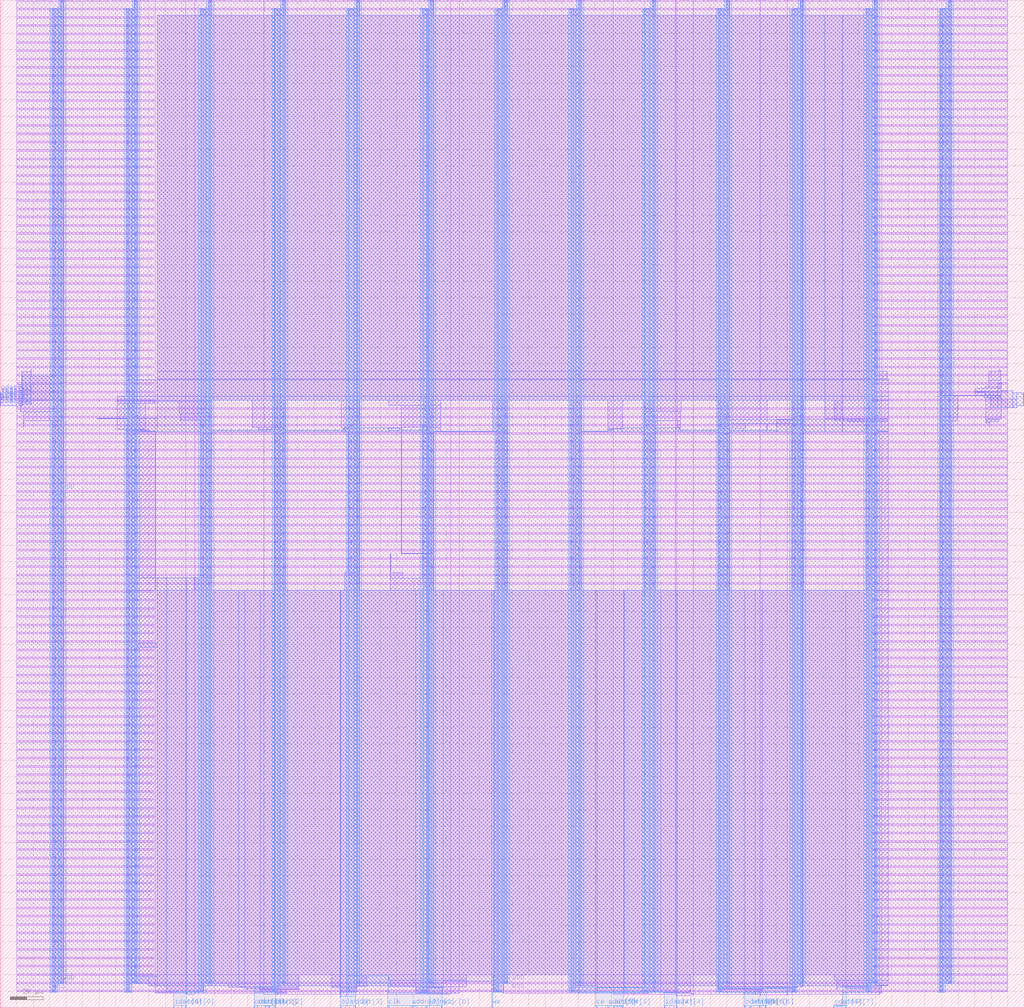
<source format=lef>
VERSION 5.8 ;
BUSBITCHARS "[]" ;
DIVIDERCHAR "/" ;
UNITS
    DATABASE MICRONS 2000 ;
END UNITS
MACRO mem_64_16_gf180
  FOREIGN mem_64_16_gf180 0 0 ;
  CLASS BLOCK ;
  SIZE 620 BY 610.414 ;
  PIN VDD
    USE POWER ;
    DIRECTION INOUT ;
    PORT
      LAYER Metal4 ;
        RECT  572.88 14.546 577.36 610.414 ;
        RECT  528.08 14.546 532.56 610.414 ;
        RECT  483.28 14.546 487.76 610.414 ;
        RECT  438.48 14.546 442.96 610.414 ;
        RECT  393.68 14.546 398.16 610.414 ;
        RECT  348.88 14.546 353.36 610.414 ;
        RECT  304.08 14.546 308.56 610.414 ;
        RECT  259.28 14.546 263.76 610.414 ;
        RECT  214.48 14.546 218.96 610.414 ;
        RECT  169.68 14.546 174.16 610.414 ;
        RECT  124.88 14.546 129.36 610.414 ;
        RECT  80.08 14.546 84.56 610.414 ;
        RECT  35.28 14.546 39.76 610.414 ;
      LAYER Metal1 ;
        RECT  528.08 599.31 609.84 600.21 ;
        RECT  528.08 589.23 609.84 590.13 ;
        RECT  528.08 579.15 609.84 580.05 ;
        RECT  528.08 569.07 609.84 569.97 ;
        RECT  528.08 558.99 609.84 559.89 ;
        RECT  528.08 548.91 609.84 549.81 ;
        RECT  528.08 538.83 609.84 539.73 ;
        RECT  528.08 528.75 609.84 529.65 ;
        RECT  528.08 518.67 609.84 519.57 ;
        RECT  528.08 508.59 609.84 509.49 ;
        RECT  528.08 498.51 609.84 499.41 ;
        RECT  528.08 488.43 609.84 489.33 ;
        RECT  528.08 478.35 609.84 479.25 ;
        RECT  528.08 468.27 609.84 469.17 ;
        RECT  528.08 458.19 609.84 459.09 ;
        RECT  528.08 448.11 609.84 449.01 ;
        RECT  528.08 438.03 609.84 438.93 ;
        RECT  528.08 427.95 609.84 428.85 ;
        RECT  528.08 417.87 609.84 418.77 ;
        RECT  528.08 407.79 609.84 408.69 ;
        RECT  528.08 397.71 609.84 398.61 ;
        RECT  528.08 387.63 609.84 388.53 ;
        RECT  528.08 377.55 609.84 378.45 ;
        RECT  528.08 367.47 609.84 368.37 ;
        RECT  528.08 246.51 609.84 247.41 ;
        RECT  528.08 236.43 609.84 237.33 ;
        RECT  528.08 226.35 609.84 227.25 ;
        RECT  528.08 216.27 609.84 217.17 ;
        RECT  528.08 206.19 609.84 207.09 ;
        RECT  528.08 196.11 609.84 197.01 ;
        RECT  528.08 186.03 609.84 186.93 ;
        RECT  528.08 175.95 609.84 176.85 ;
        RECT  528.08 165.87 609.84 166.77 ;
        RECT  528.08 155.79 609.84 156.69 ;
        RECT  528.08 145.71 609.84 146.61 ;
        RECT  528.08 135.63 609.84 136.53 ;
        RECT  528.08 125.55 609.84 126.45 ;
        RECT  528.08 115.47 609.84 116.37 ;
        RECT  528.08 105.39 609.84 106.29 ;
        RECT  528.08 95.31 609.84 96.21 ;
        RECT  528.08 85.23 609.84 86.13 ;
        RECT  528.08 75.15 609.84 76.05 ;
        RECT  528.08 65.07 609.84 65.97 ;
        RECT  528.08 54.99 609.84 55.89 ;
        RECT  528.08 44.91 609.84 45.81 ;
        RECT  528.08 34.83 609.84 35.73 ;
        RECT  528.08 24.75 609.84 25.65 ;
        RECT  10.08 609.39 609.84 610.29 ;
        RECT  10.08 599.31 92.96 600.21 ;
        RECT  10.08 589.23 92.96 590.13 ;
        RECT  10.08 579.15 92.96 580.05 ;
        RECT  10.08 569.07 92.96 569.97 ;
        RECT  10.08 558.99 92.96 559.89 ;
        RECT  10.08 548.91 92.96 549.81 ;
        RECT  10.08 538.83 92.96 539.73 ;
        RECT  10.08 528.75 92.96 529.65 ;
        RECT  10.08 518.67 92.96 519.57 ;
        RECT  10.08 508.59 92.96 509.49 ;
        RECT  10.08 498.51 92.96 499.41 ;
        RECT  10.08 488.43 92.96 489.33 ;
        RECT  10.08 478.35 92.96 479.25 ;
        RECT  10.08 468.27 92.96 469.17 ;
        RECT  10.08 458.19 92.96 459.09 ;
        RECT  10.08 448.11 92.96 449.01 ;
        RECT  10.08 438.03 92.96 438.93 ;
        RECT  10.08 427.95 92.96 428.85 ;
        RECT  10.08 417.87 92.96 418.77 ;
        RECT  10.08 407.79 92.96 408.69 ;
        RECT  10.08 397.71 92.96 398.61 ;
        RECT  10.08 387.63 92.96 388.53 ;
        RECT  10.08 377.55 92.96 378.45 ;
        RECT  10.08 367.47 92.96 368.37 ;
        RECT  10.08 357.39 609.84 358.29 ;
        RECT  10.08 347.31 609.84 348.21 ;
        RECT  10.08 337.23 609.84 338.13 ;
        RECT  10.08 327.15 609.84 328.05 ;
        RECT  10.08 317.07 609.84 317.97 ;
        RECT  10.08 306.99 609.84 307.89 ;
        RECT  10.08 296.91 609.84 297.81 ;
        RECT  10.08 286.83 609.84 287.73 ;
        RECT  10.08 276.75 609.84 277.65 ;
        RECT  10.08 266.67 609.84 267.57 ;
        RECT  10.08 256.59 609.84 257.49 ;
        RECT  10.08 246.51 92.96 247.41 ;
        RECT  10.08 236.43 92.96 237.33 ;
        RECT  10.08 226.35 92.96 227.25 ;
        RECT  10.08 216.27 92.96 217.17 ;
        RECT  10.08 206.19 92.96 207.09 ;
        RECT  10.08 196.11 92.96 197.01 ;
        RECT  10.08 186.03 92.96 186.93 ;
        RECT  10.08 175.95 92.96 176.85 ;
        RECT  10.08 165.87 92.96 166.77 ;
        RECT  10.08 155.79 92.96 156.69 ;
        RECT  10.08 145.71 92.96 146.61 ;
        RECT  10.08 135.63 92.96 136.53 ;
        RECT  10.08 125.55 92.96 126.45 ;
        RECT  10.08 115.47 92.96 116.37 ;
        RECT  10.08 105.39 92.96 106.29 ;
        RECT  10.08 95.31 92.96 96.21 ;
        RECT  10.08 85.23 92.96 86.13 ;
        RECT  10.08 75.15 92.96 76.05 ;
        RECT  10.08 65.07 92.96 65.97 ;
        RECT  10.08 54.99 92.96 55.89 ;
        RECT  10.08 44.91 92.96 45.81 ;
        RECT  10.08 34.83 92.96 35.73 ;
        RECT  10.08 24.75 92.96 25.65 ;
        RECT  10.08 14.67 609.84 15.57 ;
      VIA 575.356 610.224 via3_4_8960_1800_1_1_256_256 ;
      VIA 575.228 610.224 via3_4_8960_1800_1_1_256_256 ;
      VIA 575.1 610.224 via3_4_8960_1800_1_1_256_256 ;
      VIA 574.972 610.224 via3_4_8960_1800_1_1_256_256 ;
      VIA 574.844 610.224 via3_4_8960_1800_1_1_256_256 ;
      VIA 575.356 610.096 via3_4_8960_1800_1_1_256_256 ;
      VIA 575.228 610.096 via3_4_8960_1800_1_1_256_256 ;
      VIA 575.1 610.096 via3_4_8960_1800_1_1_256_256 ;
      VIA 574.972 610.096 via3_4_8960_1800_1_1_256_256 ;
      VIA 574.844 610.096 via3_4_8960_1800_1_1_256_256 ;
      VIA 575.356 609.968 via3_4_8960_1800_1_1_256_256 ;
      VIA 575.228 609.968 via3_4_8960_1800_1_1_256_256 ;
      VIA 575.1 609.968 via3_4_8960_1800_1_1_256_256 ;
      VIA 574.972 609.968 via3_4_8960_1800_1_1_256_256 ;
      VIA 574.844 609.968 via3_4_8960_1800_1_1_256_256 ;
      VIA 575.356 609.84 via3_4_8960_1800_1_1_256_256 ;
      VIA 575.228 609.84 via3_4_8960_1800_1_1_256_256 ;
      VIA 575.1 609.84 via3_4_8960_1800_1_1_256_256 ;
      VIA 574.972 609.84 via3_4_8960_1800_1_1_256_256 ;
      VIA 574.844 609.84 via3_4_8960_1800_1_1_256_256 ;
      VIA 575.356 609.712 via3_4_8960_1800_1_1_256_256 ;
      VIA 575.228 609.712 via3_4_8960_1800_1_1_256_256 ;
      VIA 575.1 609.712 via3_4_8960_1800_1_1_256_256 ;
      VIA 574.972 609.712 via3_4_8960_1800_1_1_256_256 ;
      VIA 574.844 609.712 via3_4_8960_1800_1_1_256_256 ;
      VIA 575.356 609.584 via3_4_8960_1800_1_1_256_256 ;
      VIA 575.228 609.584 via3_4_8960_1800_1_1_256_256 ;
      VIA 575.1 609.584 via3_4_8960_1800_1_1_256_256 ;
      VIA 574.972 609.584 via3_4_8960_1800_1_1_256_256 ;
      VIA 574.844 609.584 via3_4_8960_1800_1_1_256_256 ;
      VIA 575.356 609.456 via3_4_8960_1800_1_1_256_256 ;
      VIA 575.228 609.456 via3_4_8960_1800_1_1_256_256 ;
      VIA 575.1 609.456 via3_4_8960_1800_1_1_256_256 ;
      VIA 574.972 609.456 via3_4_8960_1800_1_1_256_256 ;
      VIA 574.844 609.456 via3_4_8960_1800_1_1_256_256 ;
      LAYER Metal2 ;
        RECT  574.05 609.266 576.19 610.414 ;
      VIA 575.376 610.224 via2_3_8960_1800_1_1_256_256 ;
      VIA 575.248 610.224 via2_3_8960_1800_1_1_256_256 ;
      VIA 575.12 610.224 via2_3_8960_1800_1_1_256_256 ;
      VIA 574.992 610.224 via2_3_8960_1800_1_1_256_256 ;
      VIA 574.864 610.224 via2_3_8960_1800_1_1_256_256 ;
      VIA 575.376 610.096 via2_3_8960_1800_1_1_256_256 ;
      VIA 575.248 610.096 via2_3_8960_1800_1_1_256_256 ;
      VIA 575.12 610.096 via2_3_8960_1800_1_1_256_256 ;
      VIA 574.992 610.096 via2_3_8960_1800_1_1_256_256 ;
      VIA 574.864 610.096 via2_3_8960_1800_1_1_256_256 ;
      VIA 575.376 609.968 via2_3_8960_1800_1_1_256_256 ;
      VIA 575.248 609.968 via2_3_8960_1800_1_1_256_256 ;
      VIA 575.12 609.968 via2_3_8960_1800_1_1_256_256 ;
      VIA 574.992 609.968 via2_3_8960_1800_1_1_256_256 ;
      VIA 574.864 609.968 via2_3_8960_1800_1_1_256_256 ;
      VIA 575.376 609.84 via2_3_8960_1800_1_1_256_256 ;
      VIA 575.248 609.84 via2_3_8960_1800_1_1_256_256 ;
      VIA 575.12 609.84 via2_3_8960_1800_1_1_256_256 ;
      VIA 574.992 609.84 via2_3_8960_1800_1_1_256_256 ;
      VIA 574.864 609.84 via2_3_8960_1800_1_1_256_256 ;
      VIA 575.376 609.712 via2_3_8960_1800_1_1_256_256 ;
      VIA 575.248 609.712 via2_3_8960_1800_1_1_256_256 ;
      VIA 575.12 609.712 via2_3_8960_1800_1_1_256_256 ;
      VIA 574.992 609.712 via2_3_8960_1800_1_1_256_256 ;
      VIA 574.864 609.712 via2_3_8960_1800_1_1_256_256 ;
      VIA 575.376 609.584 via2_3_8960_1800_1_1_256_256 ;
      VIA 575.248 609.584 via2_3_8960_1800_1_1_256_256 ;
      VIA 575.12 609.584 via2_3_8960_1800_1_1_256_256 ;
      VIA 574.992 609.584 via2_3_8960_1800_1_1_256_256 ;
      VIA 574.864 609.584 via2_3_8960_1800_1_1_256_256 ;
      VIA 575.376 609.456 via2_3_8960_1800_1_1_256_256 ;
      VIA 575.248 609.456 via2_3_8960_1800_1_1_256_256 ;
      VIA 575.12 609.456 via2_3_8960_1800_1_1_256_256 ;
      VIA 574.992 609.456 via2_3_8960_1800_1_1_256_256 ;
      VIA 574.864 609.456 via2_3_8960_1800_1_1_256_256 ;
      VIA 575.12 609.84 via1_2_8960_1800_1_4_1240_1240 ;
      VIA 575.356 600.144 via3_4_8960_1800_1_1_256_256 ;
      VIA 575.228 600.144 via3_4_8960_1800_1_1_256_256 ;
      VIA 575.1 600.144 via3_4_8960_1800_1_1_256_256 ;
      VIA 574.972 600.144 via3_4_8960_1800_1_1_256_256 ;
      VIA 574.844 600.144 via3_4_8960_1800_1_1_256_256 ;
      VIA 575.356 600.016 via3_4_8960_1800_1_1_256_256 ;
      VIA 575.228 600.016 via3_4_8960_1800_1_1_256_256 ;
      VIA 575.1 600.016 via3_4_8960_1800_1_1_256_256 ;
      VIA 574.972 600.016 via3_4_8960_1800_1_1_256_256 ;
      VIA 574.844 600.016 via3_4_8960_1800_1_1_256_256 ;
      VIA 575.356 599.888 via3_4_8960_1800_1_1_256_256 ;
      VIA 575.228 599.888 via3_4_8960_1800_1_1_256_256 ;
      VIA 575.1 599.888 via3_4_8960_1800_1_1_256_256 ;
      VIA 574.972 599.888 via3_4_8960_1800_1_1_256_256 ;
      VIA 574.844 599.888 via3_4_8960_1800_1_1_256_256 ;
      VIA 575.356 599.76 via3_4_8960_1800_1_1_256_256 ;
      VIA 575.228 599.76 via3_4_8960_1800_1_1_256_256 ;
      VIA 575.1 599.76 via3_4_8960_1800_1_1_256_256 ;
      VIA 574.972 599.76 via3_4_8960_1800_1_1_256_256 ;
      VIA 574.844 599.76 via3_4_8960_1800_1_1_256_256 ;
      VIA 575.356 599.632 via3_4_8960_1800_1_1_256_256 ;
      VIA 575.228 599.632 via3_4_8960_1800_1_1_256_256 ;
      VIA 575.1 599.632 via3_4_8960_1800_1_1_256_256 ;
      VIA 574.972 599.632 via3_4_8960_1800_1_1_256_256 ;
      VIA 574.844 599.632 via3_4_8960_1800_1_1_256_256 ;
      VIA 575.356 599.504 via3_4_8960_1800_1_1_256_256 ;
      VIA 575.228 599.504 via3_4_8960_1800_1_1_256_256 ;
      VIA 575.1 599.504 via3_4_8960_1800_1_1_256_256 ;
      VIA 574.972 599.504 via3_4_8960_1800_1_1_256_256 ;
      VIA 574.844 599.504 via3_4_8960_1800_1_1_256_256 ;
      VIA 575.356 599.376 via3_4_8960_1800_1_1_256_256 ;
      VIA 575.228 599.376 via3_4_8960_1800_1_1_256_256 ;
      VIA 575.1 599.376 via3_4_8960_1800_1_1_256_256 ;
      VIA 574.972 599.376 via3_4_8960_1800_1_1_256_256 ;
      VIA 574.844 599.376 via3_4_8960_1800_1_1_256_256 ;
      LAYER Metal2 ;
        RECT  574.05 599.186 576.19 600.334 ;
      VIA 575.376 600.144 via2_3_8960_1800_1_1_256_256 ;
      VIA 575.248 600.144 via2_3_8960_1800_1_1_256_256 ;
      VIA 575.12 600.144 via2_3_8960_1800_1_1_256_256 ;
      VIA 574.992 600.144 via2_3_8960_1800_1_1_256_256 ;
      VIA 574.864 600.144 via2_3_8960_1800_1_1_256_256 ;
      VIA 575.376 600.016 via2_3_8960_1800_1_1_256_256 ;
      VIA 575.248 600.016 via2_3_8960_1800_1_1_256_256 ;
      VIA 575.12 600.016 via2_3_8960_1800_1_1_256_256 ;
      VIA 574.992 600.016 via2_3_8960_1800_1_1_256_256 ;
      VIA 574.864 600.016 via2_3_8960_1800_1_1_256_256 ;
      VIA 575.376 599.888 via2_3_8960_1800_1_1_256_256 ;
      VIA 575.248 599.888 via2_3_8960_1800_1_1_256_256 ;
      VIA 575.12 599.888 via2_3_8960_1800_1_1_256_256 ;
      VIA 574.992 599.888 via2_3_8960_1800_1_1_256_256 ;
      VIA 574.864 599.888 via2_3_8960_1800_1_1_256_256 ;
      VIA 575.376 599.76 via2_3_8960_1800_1_1_256_256 ;
      VIA 575.248 599.76 via2_3_8960_1800_1_1_256_256 ;
      VIA 575.12 599.76 via2_3_8960_1800_1_1_256_256 ;
      VIA 574.992 599.76 via2_3_8960_1800_1_1_256_256 ;
      VIA 574.864 599.76 via2_3_8960_1800_1_1_256_256 ;
      VIA 575.376 599.632 via2_3_8960_1800_1_1_256_256 ;
      VIA 575.248 599.632 via2_3_8960_1800_1_1_256_256 ;
      VIA 575.12 599.632 via2_3_8960_1800_1_1_256_256 ;
      VIA 574.992 599.632 via2_3_8960_1800_1_1_256_256 ;
      VIA 574.864 599.632 via2_3_8960_1800_1_1_256_256 ;
      VIA 575.376 599.504 via2_3_8960_1800_1_1_256_256 ;
      VIA 575.248 599.504 via2_3_8960_1800_1_1_256_256 ;
      VIA 575.12 599.504 via2_3_8960_1800_1_1_256_256 ;
      VIA 574.992 599.504 via2_3_8960_1800_1_1_256_256 ;
      VIA 574.864 599.504 via2_3_8960_1800_1_1_256_256 ;
      VIA 575.376 599.376 via2_3_8960_1800_1_1_256_256 ;
      VIA 575.248 599.376 via2_3_8960_1800_1_1_256_256 ;
      VIA 575.12 599.376 via2_3_8960_1800_1_1_256_256 ;
      VIA 574.992 599.376 via2_3_8960_1800_1_1_256_256 ;
      VIA 574.864 599.376 via2_3_8960_1800_1_1_256_256 ;
      VIA 575.12 599.76 via1_2_8960_1800_1_4_1240_1240 ;
      VIA 575.356 590.064 via3_4_8960_1800_1_1_256_256 ;
      VIA 575.228 590.064 via3_4_8960_1800_1_1_256_256 ;
      VIA 575.1 590.064 via3_4_8960_1800_1_1_256_256 ;
      VIA 574.972 590.064 via3_4_8960_1800_1_1_256_256 ;
      VIA 574.844 590.064 via3_4_8960_1800_1_1_256_256 ;
      VIA 575.356 589.936 via3_4_8960_1800_1_1_256_256 ;
      VIA 575.228 589.936 via3_4_8960_1800_1_1_256_256 ;
      VIA 575.1 589.936 via3_4_8960_1800_1_1_256_256 ;
      VIA 574.972 589.936 via3_4_8960_1800_1_1_256_256 ;
      VIA 574.844 589.936 via3_4_8960_1800_1_1_256_256 ;
      VIA 575.356 589.808 via3_4_8960_1800_1_1_256_256 ;
      VIA 575.228 589.808 via3_4_8960_1800_1_1_256_256 ;
      VIA 575.1 589.808 via3_4_8960_1800_1_1_256_256 ;
      VIA 574.972 589.808 via3_4_8960_1800_1_1_256_256 ;
      VIA 574.844 589.808 via3_4_8960_1800_1_1_256_256 ;
      VIA 575.356 589.68 via3_4_8960_1800_1_1_256_256 ;
      VIA 575.228 589.68 via3_4_8960_1800_1_1_256_256 ;
      VIA 575.1 589.68 via3_4_8960_1800_1_1_256_256 ;
      VIA 574.972 589.68 via3_4_8960_1800_1_1_256_256 ;
      VIA 574.844 589.68 via3_4_8960_1800_1_1_256_256 ;
      VIA 575.356 589.552 via3_4_8960_1800_1_1_256_256 ;
      VIA 575.228 589.552 via3_4_8960_1800_1_1_256_256 ;
      VIA 575.1 589.552 via3_4_8960_1800_1_1_256_256 ;
      VIA 574.972 589.552 via3_4_8960_1800_1_1_256_256 ;
      VIA 574.844 589.552 via3_4_8960_1800_1_1_256_256 ;
      VIA 575.356 589.424 via3_4_8960_1800_1_1_256_256 ;
      VIA 575.228 589.424 via3_4_8960_1800_1_1_256_256 ;
      VIA 575.1 589.424 via3_4_8960_1800_1_1_256_256 ;
      VIA 574.972 589.424 via3_4_8960_1800_1_1_256_256 ;
      VIA 574.844 589.424 via3_4_8960_1800_1_1_256_256 ;
      VIA 575.356 589.296 via3_4_8960_1800_1_1_256_256 ;
      VIA 575.228 589.296 via3_4_8960_1800_1_1_256_256 ;
      VIA 575.1 589.296 via3_4_8960_1800_1_1_256_256 ;
      VIA 574.972 589.296 via3_4_8960_1800_1_1_256_256 ;
      VIA 574.844 589.296 via3_4_8960_1800_1_1_256_256 ;
      LAYER Metal2 ;
        RECT  574.05 589.106 576.19 590.254 ;
      VIA 575.376 590.064 via2_3_8960_1800_1_1_256_256 ;
      VIA 575.248 590.064 via2_3_8960_1800_1_1_256_256 ;
      VIA 575.12 590.064 via2_3_8960_1800_1_1_256_256 ;
      VIA 574.992 590.064 via2_3_8960_1800_1_1_256_256 ;
      VIA 574.864 590.064 via2_3_8960_1800_1_1_256_256 ;
      VIA 575.376 589.936 via2_3_8960_1800_1_1_256_256 ;
      VIA 575.248 589.936 via2_3_8960_1800_1_1_256_256 ;
      VIA 575.12 589.936 via2_3_8960_1800_1_1_256_256 ;
      VIA 574.992 589.936 via2_3_8960_1800_1_1_256_256 ;
      VIA 574.864 589.936 via2_3_8960_1800_1_1_256_256 ;
      VIA 575.376 589.808 via2_3_8960_1800_1_1_256_256 ;
      VIA 575.248 589.808 via2_3_8960_1800_1_1_256_256 ;
      VIA 575.12 589.808 via2_3_8960_1800_1_1_256_256 ;
      VIA 574.992 589.808 via2_3_8960_1800_1_1_256_256 ;
      VIA 574.864 589.808 via2_3_8960_1800_1_1_256_256 ;
      VIA 575.376 589.68 via2_3_8960_1800_1_1_256_256 ;
      VIA 575.248 589.68 via2_3_8960_1800_1_1_256_256 ;
      VIA 575.12 589.68 via2_3_8960_1800_1_1_256_256 ;
      VIA 574.992 589.68 via2_3_8960_1800_1_1_256_256 ;
      VIA 574.864 589.68 via2_3_8960_1800_1_1_256_256 ;
      VIA 575.376 589.552 via2_3_8960_1800_1_1_256_256 ;
      VIA 575.248 589.552 via2_3_8960_1800_1_1_256_256 ;
      VIA 575.12 589.552 via2_3_8960_1800_1_1_256_256 ;
      VIA 574.992 589.552 via2_3_8960_1800_1_1_256_256 ;
      VIA 574.864 589.552 via2_3_8960_1800_1_1_256_256 ;
      VIA 575.376 589.424 via2_3_8960_1800_1_1_256_256 ;
      VIA 575.248 589.424 via2_3_8960_1800_1_1_256_256 ;
      VIA 575.12 589.424 via2_3_8960_1800_1_1_256_256 ;
      VIA 574.992 589.424 via2_3_8960_1800_1_1_256_256 ;
      VIA 574.864 589.424 via2_3_8960_1800_1_1_256_256 ;
      VIA 575.376 589.296 via2_3_8960_1800_1_1_256_256 ;
      VIA 575.248 589.296 via2_3_8960_1800_1_1_256_256 ;
      VIA 575.12 589.296 via2_3_8960_1800_1_1_256_256 ;
      VIA 574.992 589.296 via2_3_8960_1800_1_1_256_256 ;
      VIA 574.864 589.296 via2_3_8960_1800_1_1_256_256 ;
      VIA 575.12 589.68 via1_2_8960_1800_1_4_1240_1240 ;
      VIA 575.356 579.984 via3_4_8960_1800_1_1_256_256 ;
      VIA 575.228 579.984 via3_4_8960_1800_1_1_256_256 ;
      VIA 575.1 579.984 via3_4_8960_1800_1_1_256_256 ;
      VIA 574.972 579.984 via3_4_8960_1800_1_1_256_256 ;
      VIA 574.844 579.984 via3_4_8960_1800_1_1_256_256 ;
      VIA 575.356 579.856 via3_4_8960_1800_1_1_256_256 ;
      VIA 575.228 579.856 via3_4_8960_1800_1_1_256_256 ;
      VIA 575.1 579.856 via3_4_8960_1800_1_1_256_256 ;
      VIA 574.972 579.856 via3_4_8960_1800_1_1_256_256 ;
      VIA 574.844 579.856 via3_4_8960_1800_1_1_256_256 ;
      VIA 575.356 579.728 via3_4_8960_1800_1_1_256_256 ;
      VIA 575.228 579.728 via3_4_8960_1800_1_1_256_256 ;
      VIA 575.1 579.728 via3_4_8960_1800_1_1_256_256 ;
      VIA 574.972 579.728 via3_4_8960_1800_1_1_256_256 ;
      VIA 574.844 579.728 via3_4_8960_1800_1_1_256_256 ;
      VIA 575.356 579.6 via3_4_8960_1800_1_1_256_256 ;
      VIA 575.228 579.6 via3_4_8960_1800_1_1_256_256 ;
      VIA 575.1 579.6 via3_4_8960_1800_1_1_256_256 ;
      VIA 574.972 579.6 via3_4_8960_1800_1_1_256_256 ;
      VIA 574.844 579.6 via3_4_8960_1800_1_1_256_256 ;
      VIA 575.356 579.472 via3_4_8960_1800_1_1_256_256 ;
      VIA 575.228 579.472 via3_4_8960_1800_1_1_256_256 ;
      VIA 575.1 579.472 via3_4_8960_1800_1_1_256_256 ;
      VIA 574.972 579.472 via3_4_8960_1800_1_1_256_256 ;
      VIA 574.844 579.472 via3_4_8960_1800_1_1_256_256 ;
      VIA 575.356 579.344 via3_4_8960_1800_1_1_256_256 ;
      VIA 575.228 579.344 via3_4_8960_1800_1_1_256_256 ;
      VIA 575.1 579.344 via3_4_8960_1800_1_1_256_256 ;
      VIA 574.972 579.344 via3_4_8960_1800_1_1_256_256 ;
      VIA 574.844 579.344 via3_4_8960_1800_1_1_256_256 ;
      VIA 575.356 579.216 via3_4_8960_1800_1_1_256_256 ;
      VIA 575.228 579.216 via3_4_8960_1800_1_1_256_256 ;
      VIA 575.1 579.216 via3_4_8960_1800_1_1_256_256 ;
      VIA 574.972 579.216 via3_4_8960_1800_1_1_256_256 ;
      VIA 574.844 579.216 via3_4_8960_1800_1_1_256_256 ;
      LAYER Metal2 ;
        RECT  574.05 579.026 576.19 580.174 ;
      VIA 575.376 579.984 via2_3_8960_1800_1_1_256_256 ;
      VIA 575.248 579.984 via2_3_8960_1800_1_1_256_256 ;
      VIA 575.12 579.984 via2_3_8960_1800_1_1_256_256 ;
      VIA 574.992 579.984 via2_3_8960_1800_1_1_256_256 ;
      VIA 574.864 579.984 via2_3_8960_1800_1_1_256_256 ;
      VIA 575.376 579.856 via2_3_8960_1800_1_1_256_256 ;
      VIA 575.248 579.856 via2_3_8960_1800_1_1_256_256 ;
      VIA 575.12 579.856 via2_3_8960_1800_1_1_256_256 ;
      VIA 574.992 579.856 via2_3_8960_1800_1_1_256_256 ;
      VIA 574.864 579.856 via2_3_8960_1800_1_1_256_256 ;
      VIA 575.376 579.728 via2_3_8960_1800_1_1_256_256 ;
      VIA 575.248 579.728 via2_3_8960_1800_1_1_256_256 ;
      VIA 575.12 579.728 via2_3_8960_1800_1_1_256_256 ;
      VIA 574.992 579.728 via2_3_8960_1800_1_1_256_256 ;
      VIA 574.864 579.728 via2_3_8960_1800_1_1_256_256 ;
      VIA 575.376 579.6 via2_3_8960_1800_1_1_256_256 ;
      VIA 575.248 579.6 via2_3_8960_1800_1_1_256_256 ;
      VIA 575.12 579.6 via2_3_8960_1800_1_1_256_256 ;
      VIA 574.992 579.6 via2_3_8960_1800_1_1_256_256 ;
      VIA 574.864 579.6 via2_3_8960_1800_1_1_256_256 ;
      VIA 575.376 579.472 via2_3_8960_1800_1_1_256_256 ;
      VIA 575.248 579.472 via2_3_8960_1800_1_1_256_256 ;
      VIA 575.12 579.472 via2_3_8960_1800_1_1_256_256 ;
      VIA 574.992 579.472 via2_3_8960_1800_1_1_256_256 ;
      VIA 574.864 579.472 via2_3_8960_1800_1_1_256_256 ;
      VIA 575.376 579.344 via2_3_8960_1800_1_1_256_256 ;
      VIA 575.248 579.344 via2_3_8960_1800_1_1_256_256 ;
      VIA 575.12 579.344 via2_3_8960_1800_1_1_256_256 ;
      VIA 574.992 579.344 via2_3_8960_1800_1_1_256_256 ;
      VIA 574.864 579.344 via2_3_8960_1800_1_1_256_256 ;
      VIA 575.376 579.216 via2_3_8960_1800_1_1_256_256 ;
      VIA 575.248 579.216 via2_3_8960_1800_1_1_256_256 ;
      VIA 575.12 579.216 via2_3_8960_1800_1_1_256_256 ;
      VIA 574.992 579.216 via2_3_8960_1800_1_1_256_256 ;
      VIA 574.864 579.216 via2_3_8960_1800_1_1_256_256 ;
      VIA 575.12 579.6 via1_2_8960_1800_1_4_1240_1240 ;
      VIA 575.356 569.904 via3_4_8960_1800_1_1_256_256 ;
      VIA 575.228 569.904 via3_4_8960_1800_1_1_256_256 ;
      VIA 575.1 569.904 via3_4_8960_1800_1_1_256_256 ;
      VIA 574.972 569.904 via3_4_8960_1800_1_1_256_256 ;
      VIA 574.844 569.904 via3_4_8960_1800_1_1_256_256 ;
      VIA 575.356 569.776 via3_4_8960_1800_1_1_256_256 ;
      VIA 575.228 569.776 via3_4_8960_1800_1_1_256_256 ;
      VIA 575.1 569.776 via3_4_8960_1800_1_1_256_256 ;
      VIA 574.972 569.776 via3_4_8960_1800_1_1_256_256 ;
      VIA 574.844 569.776 via3_4_8960_1800_1_1_256_256 ;
      VIA 575.356 569.648 via3_4_8960_1800_1_1_256_256 ;
      VIA 575.228 569.648 via3_4_8960_1800_1_1_256_256 ;
      VIA 575.1 569.648 via3_4_8960_1800_1_1_256_256 ;
      VIA 574.972 569.648 via3_4_8960_1800_1_1_256_256 ;
      VIA 574.844 569.648 via3_4_8960_1800_1_1_256_256 ;
      VIA 575.356 569.52 via3_4_8960_1800_1_1_256_256 ;
      VIA 575.228 569.52 via3_4_8960_1800_1_1_256_256 ;
      VIA 575.1 569.52 via3_4_8960_1800_1_1_256_256 ;
      VIA 574.972 569.52 via3_4_8960_1800_1_1_256_256 ;
      VIA 574.844 569.52 via3_4_8960_1800_1_1_256_256 ;
      VIA 575.356 569.392 via3_4_8960_1800_1_1_256_256 ;
      VIA 575.228 569.392 via3_4_8960_1800_1_1_256_256 ;
      VIA 575.1 569.392 via3_4_8960_1800_1_1_256_256 ;
      VIA 574.972 569.392 via3_4_8960_1800_1_1_256_256 ;
      VIA 574.844 569.392 via3_4_8960_1800_1_1_256_256 ;
      VIA 575.356 569.264 via3_4_8960_1800_1_1_256_256 ;
      VIA 575.228 569.264 via3_4_8960_1800_1_1_256_256 ;
      VIA 575.1 569.264 via3_4_8960_1800_1_1_256_256 ;
      VIA 574.972 569.264 via3_4_8960_1800_1_1_256_256 ;
      VIA 574.844 569.264 via3_4_8960_1800_1_1_256_256 ;
      VIA 575.356 569.136 via3_4_8960_1800_1_1_256_256 ;
      VIA 575.228 569.136 via3_4_8960_1800_1_1_256_256 ;
      VIA 575.1 569.136 via3_4_8960_1800_1_1_256_256 ;
      VIA 574.972 569.136 via3_4_8960_1800_1_1_256_256 ;
      VIA 574.844 569.136 via3_4_8960_1800_1_1_256_256 ;
      LAYER Metal2 ;
        RECT  574.05 568.946 576.19 570.094 ;
      VIA 575.376 569.904 via2_3_8960_1800_1_1_256_256 ;
      VIA 575.248 569.904 via2_3_8960_1800_1_1_256_256 ;
      VIA 575.12 569.904 via2_3_8960_1800_1_1_256_256 ;
      VIA 574.992 569.904 via2_3_8960_1800_1_1_256_256 ;
      VIA 574.864 569.904 via2_3_8960_1800_1_1_256_256 ;
      VIA 575.376 569.776 via2_3_8960_1800_1_1_256_256 ;
      VIA 575.248 569.776 via2_3_8960_1800_1_1_256_256 ;
      VIA 575.12 569.776 via2_3_8960_1800_1_1_256_256 ;
      VIA 574.992 569.776 via2_3_8960_1800_1_1_256_256 ;
      VIA 574.864 569.776 via2_3_8960_1800_1_1_256_256 ;
      VIA 575.376 569.648 via2_3_8960_1800_1_1_256_256 ;
      VIA 575.248 569.648 via2_3_8960_1800_1_1_256_256 ;
      VIA 575.12 569.648 via2_3_8960_1800_1_1_256_256 ;
      VIA 574.992 569.648 via2_3_8960_1800_1_1_256_256 ;
      VIA 574.864 569.648 via2_3_8960_1800_1_1_256_256 ;
      VIA 575.376 569.52 via2_3_8960_1800_1_1_256_256 ;
      VIA 575.248 569.52 via2_3_8960_1800_1_1_256_256 ;
      VIA 575.12 569.52 via2_3_8960_1800_1_1_256_256 ;
      VIA 574.992 569.52 via2_3_8960_1800_1_1_256_256 ;
      VIA 574.864 569.52 via2_3_8960_1800_1_1_256_256 ;
      VIA 575.376 569.392 via2_3_8960_1800_1_1_256_256 ;
      VIA 575.248 569.392 via2_3_8960_1800_1_1_256_256 ;
      VIA 575.12 569.392 via2_3_8960_1800_1_1_256_256 ;
      VIA 574.992 569.392 via2_3_8960_1800_1_1_256_256 ;
      VIA 574.864 569.392 via2_3_8960_1800_1_1_256_256 ;
      VIA 575.376 569.264 via2_3_8960_1800_1_1_256_256 ;
      VIA 575.248 569.264 via2_3_8960_1800_1_1_256_256 ;
      VIA 575.12 569.264 via2_3_8960_1800_1_1_256_256 ;
      VIA 574.992 569.264 via2_3_8960_1800_1_1_256_256 ;
      VIA 574.864 569.264 via2_3_8960_1800_1_1_256_256 ;
      VIA 575.376 569.136 via2_3_8960_1800_1_1_256_256 ;
      VIA 575.248 569.136 via2_3_8960_1800_1_1_256_256 ;
      VIA 575.12 569.136 via2_3_8960_1800_1_1_256_256 ;
      VIA 574.992 569.136 via2_3_8960_1800_1_1_256_256 ;
      VIA 574.864 569.136 via2_3_8960_1800_1_1_256_256 ;
      VIA 575.12 569.52 via1_2_8960_1800_1_4_1240_1240 ;
      VIA 575.356 559.824 via3_4_8960_1800_1_1_256_256 ;
      VIA 575.228 559.824 via3_4_8960_1800_1_1_256_256 ;
      VIA 575.1 559.824 via3_4_8960_1800_1_1_256_256 ;
      VIA 574.972 559.824 via3_4_8960_1800_1_1_256_256 ;
      VIA 574.844 559.824 via3_4_8960_1800_1_1_256_256 ;
      VIA 575.356 559.696 via3_4_8960_1800_1_1_256_256 ;
      VIA 575.228 559.696 via3_4_8960_1800_1_1_256_256 ;
      VIA 575.1 559.696 via3_4_8960_1800_1_1_256_256 ;
      VIA 574.972 559.696 via3_4_8960_1800_1_1_256_256 ;
      VIA 574.844 559.696 via3_4_8960_1800_1_1_256_256 ;
      VIA 575.356 559.568 via3_4_8960_1800_1_1_256_256 ;
      VIA 575.228 559.568 via3_4_8960_1800_1_1_256_256 ;
      VIA 575.1 559.568 via3_4_8960_1800_1_1_256_256 ;
      VIA 574.972 559.568 via3_4_8960_1800_1_1_256_256 ;
      VIA 574.844 559.568 via3_4_8960_1800_1_1_256_256 ;
      VIA 575.356 559.44 via3_4_8960_1800_1_1_256_256 ;
      VIA 575.228 559.44 via3_4_8960_1800_1_1_256_256 ;
      VIA 575.1 559.44 via3_4_8960_1800_1_1_256_256 ;
      VIA 574.972 559.44 via3_4_8960_1800_1_1_256_256 ;
      VIA 574.844 559.44 via3_4_8960_1800_1_1_256_256 ;
      VIA 575.356 559.312 via3_4_8960_1800_1_1_256_256 ;
      VIA 575.228 559.312 via3_4_8960_1800_1_1_256_256 ;
      VIA 575.1 559.312 via3_4_8960_1800_1_1_256_256 ;
      VIA 574.972 559.312 via3_4_8960_1800_1_1_256_256 ;
      VIA 574.844 559.312 via3_4_8960_1800_1_1_256_256 ;
      VIA 575.356 559.184 via3_4_8960_1800_1_1_256_256 ;
      VIA 575.228 559.184 via3_4_8960_1800_1_1_256_256 ;
      VIA 575.1 559.184 via3_4_8960_1800_1_1_256_256 ;
      VIA 574.972 559.184 via3_4_8960_1800_1_1_256_256 ;
      VIA 574.844 559.184 via3_4_8960_1800_1_1_256_256 ;
      VIA 575.356 559.056 via3_4_8960_1800_1_1_256_256 ;
      VIA 575.228 559.056 via3_4_8960_1800_1_1_256_256 ;
      VIA 575.1 559.056 via3_4_8960_1800_1_1_256_256 ;
      VIA 574.972 559.056 via3_4_8960_1800_1_1_256_256 ;
      VIA 574.844 559.056 via3_4_8960_1800_1_1_256_256 ;
      LAYER Metal2 ;
        RECT  574.05 558.866 576.19 560.014 ;
      VIA 575.376 559.824 via2_3_8960_1800_1_1_256_256 ;
      VIA 575.248 559.824 via2_3_8960_1800_1_1_256_256 ;
      VIA 575.12 559.824 via2_3_8960_1800_1_1_256_256 ;
      VIA 574.992 559.824 via2_3_8960_1800_1_1_256_256 ;
      VIA 574.864 559.824 via2_3_8960_1800_1_1_256_256 ;
      VIA 575.376 559.696 via2_3_8960_1800_1_1_256_256 ;
      VIA 575.248 559.696 via2_3_8960_1800_1_1_256_256 ;
      VIA 575.12 559.696 via2_3_8960_1800_1_1_256_256 ;
      VIA 574.992 559.696 via2_3_8960_1800_1_1_256_256 ;
      VIA 574.864 559.696 via2_3_8960_1800_1_1_256_256 ;
      VIA 575.376 559.568 via2_3_8960_1800_1_1_256_256 ;
      VIA 575.248 559.568 via2_3_8960_1800_1_1_256_256 ;
      VIA 575.12 559.568 via2_3_8960_1800_1_1_256_256 ;
      VIA 574.992 559.568 via2_3_8960_1800_1_1_256_256 ;
      VIA 574.864 559.568 via2_3_8960_1800_1_1_256_256 ;
      VIA 575.376 559.44 via2_3_8960_1800_1_1_256_256 ;
      VIA 575.248 559.44 via2_3_8960_1800_1_1_256_256 ;
      VIA 575.12 559.44 via2_3_8960_1800_1_1_256_256 ;
      VIA 574.992 559.44 via2_3_8960_1800_1_1_256_256 ;
      VIA 574.864 559.44 via2_3_8960_1800_1_1_256_256 ;
      VIA 575.376 559.312 via2_3_8960_1800_1_1_256_256 ;
      VIA 575.248 559.312 via2_3_8960_1800_1_1_256_256 ;
      VIA 575.12 559.312 via2_3_8960_1800_1_1_256_256 ;
      VIA 574.992 559.312 via2_3_8960_1800_1_1_256_256 ;
      VIA 574.864 559.312 via2_3_8960_1800_1_1_256_256 ;
      VIA 575.376 559.184 via2_3_8960_1800_1_1_256_256 ;
      VIA 575.248 559.184 via2_3_8960_1800_1_1_256_256 ;
      VIA 575.12 559.184 via2_3_8960_1800_1_1_256_256 ;
      VIA 574.992 559.184 via2_3_8960_1800_1_1_256_256 ;
      VIA 574.864 559.184 via2_3_8960_1800_1_1_256_256 ;
      VIA 575.376 559.056 via2_3_8960_1800_1_1_256_256 ;
      VIA 575.248 559.056 via2_3_8960_1800_1_1_256_256 ;
      VIA 575.12 559.056 via2_3_8960_1800_1_1_256_256 ;
      VIA 574.992 559.056 via2_3_8960_1800_1_1_256_256 ;
      VIA 574.864 559.056 via2_3_8960_1800_1_1_256_256 ;
      VIA 575.12 559.44 via1_2_8960_1800_1_4_1240_1240 ;
      VIA 575.356 549.744 via3_4_8960_1800_1_1_256_256 ;
      VIA 575.228 549.744 via3_4_8960_1800_1_1_256_256 ;
      VIA 575.1 549.744 via3_4_8960_1800_1_1_256_256 ;
      VIA 574.972 549.744 via3_4_8960_1800_1_1_256_256 ;
      VIA 574.844 549.744 via3_4_8960_1800_1_1_256_256 ;
      VIA 575.356 549.616 via3_4_8960_1800_1_1_256_256 ;
      VIA 575.228 549.616 via3_4_8960_1800_1_1_256_256 ;
      VIA 575.1 549.616 via3_4_8960_1800_1_1_256_256 ;
      VIA 574.972 549.616 via3_4_8960_1800_1_1_256_256 ;
      VIA 574.844 549.616 via3_4_8960_1800_1_1_256_256 ;
      VIA 575.356 549.488 via3_4_8960_1800_1_1_256_256 ;
      VIA 575.228 549.488 via3_4_8960_1800_1_1_256_256 ;
      VIA 575.1 549.488 via3_4_8960_1800_1_1_256_256 ;
      VIA 574.972 549.488 via3_4_8960_1800_1_1_256_256 ;
      VIA 574.844 549.488 via3_4_8960_1800_1_1_256_256 ;
      VIA 575.356 549.36 via3_4_8960_1800_1_1_256_256 ;
      VIA 575.228 549.36 via3_4_8960_1800_1_1_256_256 ;
      VIA 575.1 549.36 via3_4_8960_1800_1_1_256_256 ;
      VIA 574.972 549.36 via3_4_8960_1800_1_1_256_256 ;
      VIA 574.844 549.36 via3_4_8960_1800_1_1_256_256 ;
      VIA 575.356 549.232 via3_4_8960_1800_1_1_256_256 ;
      VIA 575.228 549.232 via3_4_8960_1800_1_1_256_256 ;
      VIA 575.1 549.232 via3_4_8960_1800_1_1_256_256 ;
      VIA 574.972 549.232 via3_4_8960_1800_1_1_256_256 ;
      VIA 574.844 549.232 via3_4_8960_1800_1_1_256_256 ;
      VIA 575.356 549.104 via3_4_8960_1800_1_1_256_256 ;
      VIA 575.228 549.104 via3_4_8960_1800_1_1_256_256 ;
      VIA 575.1 549.104 via3_4_8960_1800_1_1_256_256 ;
      VIA 574.972 549.104 via3_4_8960_1800_1_1_256_256 ;
      VIA 574.844 549.104 via3_4_8960_1800_1_1_256_256 ;
      VIA 575.356 548.976 via3_4_8960_1800_1_1_256_256 ;
      VIA 575.228 548.976 via3_4_8960_1800_1_1_256_256 ;
      VIA 575.1 548.976 via3_4_8960_1800_1_1_256_256 ;
      VIA 574.972 548.976 via3_4_8960_1800_1_1_256_256 ;
      VIA 574.844 548.976 via3_4_8960_1800_1_1_256_256 ;
      LAYER Metal2 ;
        RECT  574.05 548.786 576.19 549.934 ;
      VIA 575.376 549.744 via2_3_8960_1800_1_1_256_256 ;
      VIA 575.248 549.744 via2_3_8960_1800_1_1_256_256 ;
      VIA 575.12 549.744 via2_3_8960_1800_1_1_256_256 ;
      VIA 574.992 549.744 via2_3_8960_1800_1_1_256_256 ;
      VIA 574.864 549.744 via2_3_8960_1800_1_1_256_256 ;
      VIA 575.376 549.616 via2_3_8960_1800_1_1_256_256 ;
      VIA 575.248 549.616 via2_3_8960_1800_1_1_256_256 ;
      VIA 575.12 549.616 via2_3_8960_1800_1_1_256_256 ;
      VIA 574.992 549.616 via2_3_8960_1800_1_1_256_256 ;
      VIA 574.864 549.616 via2_3_8960_1800_1_1_256_256 ;
      VIA 575.376 549.488 via2_3_8960_1800_1_1_256_256 ;
      VIA 575.248 549.488 via2_3_8960_1800_1_1_256_256 ;
      VIA 575.12 549.488 via2_3_8960_1800_1_1_256_256 ;
      VIA 574.992 549.488 via2_3_8960_1800_1_1_256_256 ;
      VIA 574.864 549.488 via2_3_8960_1800_1_1_256_256 ;
      VIA 575.376 549.36 via2_3_8960_1800_1_1_256_256 ;
      VIA 575.248 549.36 via2_3_8960_1800_1_1_256_256 ;
      VIA 575.12 549.36 via2_3_8960_1800_1_1_256_256 ;
      VIA 574.992 549.36 via2_3_8960_1800_1_1_256_256 ;
      VIA 574.864 549.36 via2_3_8960_1800_1_1_256_256 ;
      VIA 575.376 549.232 via2_3_8960_1800_1_1_256_256 ;
      VIA 575.248 549.232 via2_3_8960_1800_1_1_256_256 ;
      VIA 575.12 549.232 via2_3_8960_1800_1_1_256_256 ;
      VIA 574.992 549.232 via2_3_8960_1800_1_1_256_256 ;
      VIA 574.864 549.232 via2_3_8960_1800_1_1_256_256 ;
      VIA 575.376 549.104 via2_3_8960_1800_1_1_256_256 ;
      VIA 575.248 549.104 via2_3_8960_1800_1_1_256_256 ;
      VIA 575.12 549.104 via2_3_8960_1800_1_1_256_256 ;
      VIA 574.992 549.104 via2_3_8960_1800_1_1_256_256 ;
      VIA 574.864 549.104 via2_3_8960_1800_1_1_256_256 ;
      VIA 575.376 548.976 via2_3_8960_1800_1_1_256_256 ;
      VIA 575.248 548.976 via2_3_8960_1800_1_1_256_256 ;
      VIA 575.12 548.976 via2_3_8960_1800_1_1_256_256 ;
      VIA 574.992 548.976 via2_3_8960_1800_1_1_256_256 ;
      VIA 574.864 548.976 via2_3_8960_1800_1_1_256_256 ;
      VIA 575.12 549.36 via1_2_8960_1800_1_4_1240_1240 ;
      VIA 575.356 539.664 via3_4_8960_1800_1_1_256_256 ;
      VIA 575.228 539.664 via3_4_8960_1800_1_1_256_256 ;
      VIA 575.1 539.664 via3_4_8960_1800_1_1_256_256 ;
      VIA 574.972 539.664 via3_4_8960_1800_1_1_256_256 ;
      VIA 574.844 539.664 via3_4_8960_1800_1_1_256_256 ;
      VIA 575.356 539.536 via3_4_8960_1800_1_1_256_256 ;
      VIA 575.228 539.536 via3_4_8960_1800_1_1_256_256 ;
      VIA 575.1 539.536 via3_4_8960_1800_1_1_256_256 ;
      VIA 574.972 539.536 via3_4_8960_1800_1_1_256_256 ;
      VIA 574.844 539.536 via3_4_8960_1800_1_1_256_256 ;
      VIA 575.356 539.408 via3_4_8960_1800_1_1_256_256 ;
      VIA 575.228 539.408 via3_4_8960_1800_1_1_256_256 ;
      VIA 575.1 539.408 via3_4_8960_1800_1_1_256_256 ;
      VIA 574.972 539.408 via3_4_8960_1800_1_1_256_256 ;
      VIA 574.844 539.408 via3_4_8960_1800_1_1_256_256 ;
      VIA 575.356 539.28 via3_4_8960_1800_1_1_256_256 ;
      VIA 575.228 539.28 via3_4_8960_1800_1_1_256_256 ;
      VIA 575.1 539.28 via3_4_8960_1800_1_1_256_256 ;
      VIA 574.972 539.28 via3_4_8960_1800_1_1_256_256 ;
      VIA 574.844 539.28 via3_4_8960_1800_1_1_256_256 ;
      VIA 575.356 539.152 via3_4_8960_1800_1_1_256_256 ;
      VIA 575.228 539.152 via3_4_8960_1800_1_1_256_256 ;
      VIA 575.1 539.152 via3_4_8960_1800_1_1_256_256 ;
      VIA 574.972 539.152 via3_4_8960_1800_1_1_256_256 ;
      VIA 574.844 539.152 via3_4_8960_1800_1_1_256_256 ;
      VIA 575.356 539.024 via3_4_8960_1800_1_1_256_256 ;
      VIA 575.228 539.024 via3_4_8960_1800_1_1_256_256 ;
      VIA 575.1 539.024 via3_4_8960_1800_1_1_256_256 ;
      VIA 574.972 539.024 via3_4_8960_1800_1_1_256_256 ;
      VIA 574.844 539.024 via3_4_8960_1800_1_1_256_256 ;
      VIA 575.356 538.896 via3_4_8960_1800_1_1_256_256 ;
      VIA 575.228 538.896 via3_4_8960_1800_1_1_256_256 ;
      VIA 575.1 538.896 via3_4_8960_1800_1_1_256_256 ;
      VIA 574.972 538.896 via3_4_8960_1800_1_1_256_256 ;
      VIA 574.844 538.896 via3_4_8960_1800_1_1_256_256 ;
      LAYER Metal2 ;
        RECT  574.05 538.706 576.19 539.854 ;
      VIA 575.376 539.664 via2_3_8960_1800_1_1_256_256 ;
      VIA 575.248 539.664 via2_3_8960_1800_1_1_256_256 ;
      VIA 575.12 539.664 via2_3_8960_1800_1_1_256_256 ;
      VIA 574.992 539.664 via2_3_8960_1800_1_1_256_256 ;
      VIA 574.864 539.664 via2_3_8960_1800_1_1_256_256 ;
      VIA 575.376 539.536 via2_3_8960_1800_1_1_256_256 ;
      VIA 575.248 539.536 via2_3_8960_1800_1_1_256_256 ;
      VIA 575.12 539.536 via2_3_8960_1800_1_1_256_256 ;
      VIA 574.992 539.536 via2_3_8960_1800_1_1_256_256 ;
      VIA 574.864 539.536 via2_3_8960_1800_1_1_256_256 ;
      VIA 575.376 539.408 via2_3_8960_1800_1_1_256_256 ;
      VIA 575.248 539.408 via2_3_8960_1800_1_1_256_256 ;
      VIA 575.12 539.408 via2_3_8960_1800_1_1_256_256 ;
      VIA 574.992 539.408 via2_3_8960_1800_1_1_256_256 ;
      VIA 574.864 539.408 via2_3_8960_1800_1_1_256_256 ;
      VIA 575.376 539.28 via2_3_8960_1800_1_1_256_256 ;
      VIA 575.248 539.28 via2_3_8960_1800_1_1_256_256 ;
      VIA 575.12 539.28 via2_3_8960_1800_1_1_256_256 ;
      VIA 574.992 539.28 via2_3_8960_1800_1_1_256_256 ;
      VIA 574.864 539.28 via2_3_8960_1800_1_1_256_256 ;
      VIA 575.376 539.152 via2_3_8960_1800_1_1_256_256 ;
      VIA 575.248 539.152 via2_3_8960_1800_1_1_256_256 ;
      VIA 575.12 539.152 via2_3_8960_1800_1_1_256_256 ;
      VIA 574.992 539.152 via2_3_8960_1800_1_1_256_256 ;
      VIA 574.864 539.152 via2_3_8960_1800_1_1_256_256 ;
      VIA 575.376 539.024 via2_3_8960_1800_1_1_256_256 ;
      VIA 575.248 539.024 via2_3_8960_1800_1_1_256_256 ;
      VIA 575.12 539.024 via2_3_8960_1800_1_1_256_256 ;
      VIA 574.992 539.024 via2_3_8960_1800_1_1_256_256 ;
      VIA 574.864 539.024 via2_3_8960_1800_1_1_256_256 ;
      VIA 575.376 538.896 via2_3_8960_1800_1_1_256_256 ;
      VIA 575.248 538.896 via2_3_8960_1800_1_1_256_256 ;
      VIA 575.12 538.896 via2_3_8960_1800_1_1_256_256 ;
      VIA 574.992 538.896 via2_3_8960_1800_1_1_256_256 ;
      VIA 574.864 538.896 via2_3_8960_1800_1_1_256_256 ;
      VIA 575.12 539.28 via1_2_8960_1800_1_4_1240_1240 ;
      VIA 575.356 529.584 via3_4_8960_1800_1_1_256_256 ;
      VIA 575.228 529.584 via3_4_8960_1800_1_1_256_256 ;
      VIA 575.1 529.584 via3_4_8960_1800_1_1_256_256 ;
      VIA 574.972 529.584 via3_4_8960_1800_1_1_256_256 ;
      VIA 574.844 529.584 via3_4_8960_1800_1_1_256_256 ;
      VIA 575.356 529.456 via3_4_8960_1800_1_1_256_256 ;
      VIA 575.228 529.456 via3_4_8960_1800_1_1_256_256 ;
      VIA 575.1 529.456 via3_4_8960_1800_1_1_256_256 ;
      VIA 574.972 529.456 via3_4_8960_1800_1_1_256_256 ;
      VIA 574.844 529.456 via3_4_8960_1800_1_1_256_256 ;
      VIA 575.356 529.328 via3_4_8960_1800_1_1_256_256 ;
      VIA 575.228 529.328 via3_4_8960_1800_1_1_256_256 ;
      VIA 575.1 529.328 via3_4_8960_1800_1_1_256_256 ;
      VIA 574.972 529.328 via3_4_8960_1800_1_1_256_256 ;
      VIA 574.844 529.328 via3_4_8960_1800_1_1_256_256 ;
      VIA 575.356 529.2 via3_4_8960_1800_1_1_256_256 ;
      VIA 575.228 529.2 via3_4_8960_1800_1_1_256_256 ;
      VIA 575.1 529.2 via3_4_8960_1800_1_1_256_256 ;
      VIA 574.972 529.2 via3_4_8960_1800_1_1_256_256 ;
      VIA 574.844 529.2 via3_4_8960_1800_1_1_256_256 ;
      VIA 575.356 529.072 via3_4_8960_1800_1_1_256_256 ;
      VIA 575.228 529.072 via3_4_8960_1800_1_1_256_256 ;
      VIA 575.1 529.072 via3_4_8960_1800_1_1_256_256 ;
      VIA 574.972 529.072 via3_4_8960_1800_1_1_256_256 ;
      VIA 574.844 529.072 via3_4_8960_1800_1_1_256_256 ;
      VIA 575.356 528.944 via3_4_8960_1800_1_1_256_256 ;
      VIA 575.228 528.944 via3_4_8960_1800_1_1_256_256 ;
      VIA 575.1 528.944 via3_4_8960_1800_1_1_256_256 ;
      VIA 574.972 528.944 via3_4_8960_1800_1_1_256_256 ;
      VIA 574.844 528.944 via3_4_8960_1800_1_1_256_256 ;
      VIA 575.356 528.816 via3_4_8960_1800_1_1_256_256 ;
      VIA 575.228 528.816 via3_4_8960_1800_1_1_256_256 ;
      VIA 575.1 528.816 via3_4_8960_1800_1_1_256_256 ;
      VIA 574.972 528.816 via3_4_8960_1800_1_1_256_256 ;
      VIA 574.844 528.816 via3_4_8960_1800_1_1_256_256 ;
      LAYER Metal2 ;
        RECT  574.05 528.626 576.19 529.774 ;
      VIA 575.376 529.584 via2_3_8960_1800_1_1_256_256 ;
      VIA 575.248 529.584 via2_3_8960_1800_1_1_256_256 ;
      VIA 575.12 529.584 via2_3_8960_1800_1_1_256_256 ;
      VIA 574.992 529.584 via2_3_8960_1800_1_1_256_256 ;
      VIA 574.864 529.584 via2_3_8960_1800_1_1_256_256 ;
      VIA 575.376 529.456 via2_3_8960_1800_1_1_256_256 ;
      VIA 575.248 529.456 via2_3_8960_1800_1_1_256_256 ;
      VIA 575.12 529.456 via2_3_8960_1800_1_1_256_256 ;
      VIA 574.992 529.456 via2_3_8960_1800_1_1_256_256 ;
      VIA 574.864 529.456 via2_3_8960_1800_1_1_256_256 ;
      VIA 575.376 529.328 via2_3_8960_1800_1_1_256_256 ;
      VIA 575.248 529.328 via2_3_8960_1800_1_1_256_256 ;
      VIA 575.12 529.328 via2_3_8960_1800_1_1_256_256 ;
      VIA 574.992 529.328 via2_3_8960_1800_1_1_256_256 ;
      VIA 574.864 529.328 via2_3_8960_1800_1_1_256_256 ;
      VIA 575.376 529.2 via2_3_8960_1800_1_1_256_256 ;
      VIA 575.248 529.2 via2_3_8960_1800_1_1_256_256 ;
      VIA 575.12 529.2 via2_3_8960_1800_1_1_256_256 ;
      VIA 574.992 529.2 via2_3_8960_1800_1_1_256_256 ;
      VIA 574.864 529.2 via2_3_8960_1800_1_1_256_256 ;
      VIA 575.376 529.072 via2_3_8960_1800_1_1_256_256 ;
      VIA 575.248 529.072 via2_3_8960_1800_1_1_256_256 ;
      VIA 575.12 529.072 via2_3_8960_1800_1_1_256_256 ;
      VIA 574.992 529.072 via2_3_8960_1800_1_1_256_256 ;
      VIA 574.864 529.072 via2_3_8960_1800_1_1_256_256 ;
      VIA 575.376 528.944 via2_3_8960_1800_1_1_256_256 ;
      VIA 575.248 528.944 via2_3_8960_1800_1_1_256_256 ;
      VIA 575.12 528.944 via2_3_8960_1800_1_1_256_256 ;
      VIA 574.992 528.944 via2_3_8960_1800_1_1_256_256 ;
      VIA 574.864 528.944 via2_3_8960_1800_1_1_256_256 ;
      VIA 575.376 528.816 via2_3_8960_1800_1_1_256_256 ;
      VIA 575.248 528.816 via2_3_8960_1800_1_1_256_256 ;
      VIA 575.12 528.816 via2_3_8960_1800_1_1_256_256 ;
      VIA 574.992 528.816 via2_3_8960_1800_1_1_256_256 ;
      VIA 574.864 528.816 via2_3_8960_1800_1_1_256_256 ;
      VIA 575.12 529.2 via1_2_8960_1800_1_4_1240_1240 ;
      VIA 575.356 519.504 via3_4_8960_1800_1_1_256_256 ;
      VIA 575.228 519.504 via3_4_8960_1800_1_1_256_256 ;
      VIA 575.1 519.504 via3_4_8960_1800_1_1_256_256 ;
      VIA 574.972 519.504 via3_4_8960_1800_1_1_256_256 ;
      VIA 574.844 519.504 via3_4_8960_1800_1_1_256_256 ;
      VIA 575.356 519.376 via3_4_8960_1800_1_1_256_256 ;
      VIA 575.228 519.376 via3_4_8960_1800_1_1_256_256 ;
      VIA 575.1 519.376 via3_4_8960_1800_1_1_256_256 ;
      VIA 574.972 519.376 via3_4_8960_1800_1_1_256_256 ;
      VIA 574.844 519.376 via3_4_8960_1800_1_1_256_256 ;
      VIA 575.356 519.248 via3_4_8960_1800_1_1_256_256 ;
      VIA 575.228 519.248 via3_4_8960_1800_1_1_256_256 ;
      VIA 575.1 519.248 via3_4_8960_1800_1_1_256_256 ;
      VIA 574.972 519.248 via3_4_8960_1800_1_1_256_256 ;
      VIA 574.844 519.248 via3_4_8960_1800_1_1_256_256 ;
      VIA 575.356 519.12 via3_4_8960_1800_1_1_256_256 ;
      VIA 575.228 519.12 via3_4_8960_1800_1_1_256_256 ;
      VIA 575.1 519.12 via3_4_8960_1800_1_1_256_256 ;
      VIA 574.972 519.12 via3_4_8960_1800_1_1_256_256 ;
      VIA 574.844 519.12 via3_4_8960_1800_1_1_256_256 ;
      VIA 575.356 518.992 via3_4_8960_1800_1_1_256_256 ;
      VIA 575.228 518.992 via3_4_8960_1800_1_1_256_256 ;
      VIA 575.1 518.992 via3_4_8960_1800_1_1_256_256 ;
      VIA 574.972 518.992 via3_4_8960_1800_1_1_256_256 ;
      VIA 574.844 518.992 via3_4_8960_1800_1_1_256_256 ;
      VIA 575.356 518.864 via3_4_8960_1800_1_1_256_256 ;
      VIA 575.228 518.864 via3_4_8960_1800_1_1_256_256 ;
      VIA 575.1 518.864 via3_4_8960_1800_1_1_256_256 ;
      VIA 574.972 518.864 via3_4_8960_1800_1_1_256_256 ;
      VIA 574.844 518.864 via3_4_8960_1800_1_1_256_256 ;
      VIA 575.356 518.736 via3_4_8960_1800_1_1_256_256 ;
      VIA 575.228 518.736 via3_4_8960_1800_1_1_256_256 ;
      VIA 575.1 518.736 via3_4_8960_1800_1_1_256_256 ;
      VIA 574.972 518.736 via3_4_8960_1800_1_1_256_256 ;
      VIA 574.844 518.736 via3_4_8960_1800_1_1_256_256 ;
      LAYER Metal2 ;
        RECT  574.05 518.546 576.19 519.694 ;
      VIA 575.376 519.504 via2_3_8960_1800_1_1_256_256 ;
      VIA 575.248 519.504 via2_3_8960_1800_1_1_256_256 ;
      VIA 575.12 519.504 via2_3_8960_1800_1_1_256_256 ;
      VIA 574.992 519.504 via2_3_8960_1800_1_1_256_256 ;
      VIA 574.864 519.504 via2_3_8960_1800_1_1_256_256 ;
      VIA 575.376 519.376 via2_3_8960_1800_1_1_256_256 ;
      VIA 575.248 519.376 via2_3_8960_1800_1_1_256_256 ;
      VIA 575.12 519.376 via2_3_8960_1800_1_1_256_256 ;
      VIA 574.992 519.376 via2_3_8960_1800_1_1_256_256 ;
      VIA 574.864 519.376 via2_3_8960_1800_1_1_256_256 ;
      VIA 575.376 519.248 via2_3_8960_1800_1_1_256_256 ;
      VIA 575.248 519.248 via2_3_8960_1800_1_1_256_256 ;
      VIA 575.12 519.248 via2_3_8960_1800_1_1_256_256 ;
      VIA 574.992 519.248 via2_3_8960_1800_1_1_256_256 ;
      VIA 574.864 519.248 via2_3_8960_1800_1_1_256_256 ;
      VIA 575.376 519.12 via2_3_8960_1800_1_1_256_256 ;
      VIA 575.248 519.12 via2_3_8960_1800_1_1_256_256 ;
      VIA 575.12 519.12 via2_3_8960_1800_1_1_256_256 ;
      VIA 574.992 519.12 via2_3_8960_1800_1_1_256_256 ;
      VIA 574.864 519.12 via2_3_8960_1800_1_1_256_256 ;
      VIA 575.376 518.992 via2_3_8960_1800_1_1_256_256 ;
      VIA 575.248 518.992 via2_3_8960_1800_1_1_256_256 ;
      VIA 575.12 518.992 via2_3_8960_1800_1_1_256_256 ;
      VIA 574.992 518.992 via2_3_8960_1800_1_1_256_256 ;
      VIA 574.864 518.992 via2_3_8960_1800_1_1_256_256 ;
      VIA 575.376 518.864 via2_3_8960_1800_1_1_256_256 ;
      VIA 575.248 518.864 via2_3_8960_1800_1_1_256_256 ;
      VIA 575.12 518.864 via2_3_8960_1800_1_1_256_256 ;
      VIA 574.992 518.864 via2_3_8960_1800_1_1_256_256 ;
      VIA 574.864 518.864 via2_3_8960_1800_1_1_256_256 ;
      VIA 575.376 518.736 via2_3_8960_1800_1_1_256_256 ;
      VIA 575.248 518.736 via2_3_8960_1800_1_1_256_256 ;
      VIA 575.12 518.736 via2_3_8960_1800_1_1_256_256 ;
      VIA 574.992 518.736 via2_3_8960_1800_1_1_256_256 ;
      VIA 574.864 518.736 via2_3_8960_1800_1_1_256_256 ;
      VIA 575.12 519.12 via1_2_8960_1800_1_4_1240_1240 ;
      VIA 575.356 509.424 via3_4_8960_1800_1_1_256_256 ;
      VIA 575.228 509.424 via3_4_8960_1800_1_1_256_256 ;
      VIA 575.1 509.424 via3_4_8960_1800_1_1_256_256 ;
      VIA 574.972 509.424 via3_4_8960_1800_1_1_256_256 ;
      VIA 574.844 509.424 via3_4_8960_1800_1_1_256_256 ;
      VIA 575.356 509.296 via3_4_8960_1800_1_1_256_256 ;
      VIA 575.228 509.296 via3_4_8960_1800_1_1_256_256 ;
      VIA 575.1 509.296 via3_4_8960_1800_1_1_256_256 ;
      VIA 574.972 509.296 via3_4_8960_1800_1_1_256_256 ;
      VIA 574.844 509.296 via3_4_8960_1800_1_1_256_256 ;
      VIA 575.356 509.168 via3_4_8960_1800_1_1_256_256 ;
      VIA 575.228 509.168 via3_4_8960_1800_1_1_256_256 ;
      VIA 575.1 509.168 via3_4_8960_1800_1_1_256_256 ;
      VIA 574.972 509.168 via3_4_8960_1800_1_1_256_256 ;
      VIA 574.844 509.168 via3_4_8960_1800_1_1_256_256 ;
      VIA 575.356 509.04 via3_4_8960_1800_1_1_256_256 ;
      VIA 575.228 509.04 via3_4_8960_1800_1_1_256_256 ;
      VIA 575.1 509.04 via3_4_8960_1800_1_1_256_256 ;
      VIA 574.972 509.04 via3_4_8960_1800_1_1_256_256 ;
      VIA 574.844 509.04 via3_4_8960_1800_1_1_256_256 ;
      VIA 575.356 508.912 via3_4_8960_1800_1_1_256_256 ;
      VIA 575.228 508.912 via3_4_8960_1800_1_1_256_256 ;
      VIA 575.1 508.912 via3_4_8960_1800_1_1_256_256 ;
      VIA 574.972 508.912 via3_4_8960_1800_1_1_256_256 ;
      VIA 574.844 508.912 via3_4_8960_1800_1_1_256_256 ;
      VIA 575.356 508.784 via3_4_8960_1800_1_1_256_256 ;
      VIA 575.228 508.784 via3_4_8960_1800_1_1_256_256 ;
      VIA 575.1 508.784 via3_4_8960_1800_1_1_256_256 ;
      VIA 574.972 508.784 via3_4_8960_1800_1_1_256_256 ;
      VIA 574.844 508.784 via3_4_8960_1800_1_1_256_256 ;
      VIA 575.356 508.656 via3_4_8960_1800_1_1_256_256 ;
      VIA 575.228 508.656 via3_4_8960_1800_1_1_256_256 ;
      VIA 575.1 508.656 via3_4_8960_1800_1_1_256_256 ;
      VIA 574.972 508.656 via3_4_8960_1800_1_1_256_256 ;
      VIA 574.844 508.656 via3_4_8960_1800_1_1_256_256 ;
      LAYER Metal2 ;
        RECT  574.05 508.466 576.19 509.614 ;
      VIA 575.376 509.424 via2_3_8960_1800_1_1_256_256 ;
      VIA 575.248 509.424 via2_3_8960_1800_1_1_256_256 ;
      VIA 575.12 509.424 via2_3_8960_1800_1_1_256_256 ;
      VIA 574.992 509.424 via2_3_8960_1800_1_1_256_256 ;
      VIA 574.864 509.424 via2_3_8960_1800_1_1_256_256 ;
      VIA 575.376 509.296 via2_3_8960_1800_1_1_256_256 ;
      VIA 575.248 509.296 via2_3_8960_1800_1_1_256_256 ;
      VIA 575.12 509.296 via2_3_8960_1800_1_1_256_256 ;
      VIA 574.992 509.296 via2_3_8960_1800_1_1_256_256 ;
      VIA 574.864 509.296 via2_3_8960_1800_1_1_256_256 ;
      VIA 575.376 509.168 via2_3_8960_1800_1_1_256_256 ;
      VIA 575.248 509.168 via2_3_8960_1800_1_1_256_256 ;
      VIA 575.12 509.168 via2_3_8960_1800_1_1_256_256 ;
      VIA 574.992 509.168 via2_3_8960_1800_1_1_256_256 ;
      VIA 574.864 509.168 via2_3_8960_1800_1_1_256_256 ;
      VIA 575.376 509.04 via2_3_8960_1800_1_1_256_256 ;
      VIA 575.248 509.04 via2_3_8960_1800_1_1_256_256 ;
      VIA 575.12 509.04 via2_3_8960_1800_1_1_256_256 ;
      VIA 574.992 509.04 via2_3_8960_1800_1_1_256_256 ;
      VIA 574.864 509.04 via2_3_8960_1800_1_1_256_256 ;
      VIA 575.376 508.912 via2_3_8960_1800_1_1_256_256 ;
      VIA 575.248 508.912 via2_3_8960_1800_1_1_256_256 ;
      VIA 575.12 508.912 via2_3_8960_1800_1_1_256_256 ;
      VIA 574.992 508.912 via2_3_8960_1800_1_1_256_256 ;
      VIA 574.864 508.912 via2_3_8960_1800_1_1_256_256 ;
      VIA 575.376 508.784 via2_3_8960_1800_1_1_256_256 ;
      VIA 575.248 508.784 via2_3_8960_1800_1_1_256_256 ;
      VIA 575.12 508.784 via2_3_8960_1800_1_1_256_256 ;
      VIA 574.992 508.784 via2_3_8960_1800_1_1_256_256 ;
      VIA 574.864 508.784 via2_3_8960_1800_1_1_256_256 ;
      VIA 575.376 508.656 via2_3_8960_1800_1_1_256_256 ;
      VIA 575.248 508.656 via2_3_8960_1800_1_1_256_256 ;
      VIA 575.12 508.656 via2_3_8960_1800_1_1_256_256 ;
      VIA 574.992 508.656 via2_3_8960_1800_1_1_256_256 ;
      VIA 574.864 508.656 via2_3_8960_1800_1_1_256_256 ;
      VIA 575.12 509.04 via1_2_8960_1800_1_4_1240_1240 ;
      VIA 575.356 499.344 via3_4_8960_1800_1_1_256_256 ;
      VIA 575.228 499.344 via3_4_8960_1800_1_1_256_256 ;
      VIA 575.1 499.344 via3_4_8960_1800_1_1_256_256 ;
      VIA 574.972 499.344 via3_4_8960_1800_1_1_256_256 ;
      VIA 574.844 499.344 via3_4_8960_1800_1_1_256_256 ;
      VIA 575.356 499.216 via3_4_8960_1800_1_1_256_256 ;
      VIA 575.228 499.216 via3_4_8960_1800_1_1_256_256 ;
      VIA 575.1 499.216 via3_4_8960_1800_1_1_256_256 ;
      VIA 574.972 499.216 via3_4_8960_1800_1_1_256_256 ;
      VIA 574.844 499.216 via3_4_8960_1800_1_1_256_256 ;
      VIA 575.356 499.088 via3_4_8960_1800_1_1_256_256 ;
      VIA 575.228 499.088 via3_4_8960_1800_1_1_256_256 ;
      VIA 575.1 499.088 via3_4_8960_1800_1_1_256_256 ;
      VIA 574.972 499.088 via3_4_8960_1800_1_1_256_256 ;
      VIA 574.844 499.088 via3_4_8960_1800_1_1_256_256 ;
      VIA 575.356 498.96 via3_4_8960_1800_1_1_256_256 ;
      VIA 575.228 498.96 via3_4_8960_1800_1_1_256_256 ;
      VIA 575.1 498.96 via3_4_8960_1800_1_1_256_256 ;
      VIA 574.972 498.96 via3_4_8960_1800_1_1_256_256 ;
      VIA 574.844 498.96 via3_4_8960_1800_1_1_256_256 ;
      VIA 575.356 498.832 via3_4_8960_1800_1_1_256_256 ;
      VIA 575.228 498.832 via3_4_8960_1800_1_1_256_256 ;
      VIA 575.1 498.832 via3_4_8960_1800_1_1_256_256 ;
      VIA 574.972 498.832 via3_4_8960_1800_1_1_256_256 ;
      VIA 574.844 498.832 via3_4_8960_1800_1_1_256_256 ;
      VIA 575.356 498.704 via3_4_8960_1800_1_1_256_256 ;
      VIA 575.228 498.704 via3_4_8960_1800_1_1_256_256 ;
      VIA 575.1 498.704 via3_4_8960_1800_1_1_256_256 ;
      VIA 574.972 498.704 via3_4_8960_1800_1_1_256_256 ;
      VIA 574.844 498.704 via3_4_8960_1800_1_1_256_256 ;
      VIA 575.356 498.576 via3_4_8960_1800_1_1_256_256 ;
      VIA 575.228 498.576 via3_4_8960_1800_1_1_256_256 ;
      VIA 575.1 498.576 via3_4_8960_1800_1_1_256_256 ;
      VIA 574.972 498.576 via3_4_8960_1800_1_1_256_256 ;
      VIA 574.844 498.576 via3_4_8960_1800_1_1_256_256 ;
      LAYER Metal2 ;
        RECT  574.05 498.386 576.19 499.534 ;
      VIA 575.376 499.344 via2_3_8960_1800_1_1_256_256 ;
      VIA 575.248 499.344 via2_3_8960_1800_1_1_256_256 ;
      VIA 575.12 499.344 via2_3_8960_1800_1_1_256_256 ;
      VIA 574.992 499.344 via2_3_8960_1800_1_1_256_256 ;
      VIA 574.864 499.344 via2_3_8960_1800_1_1_256_256 ;
      VIA 575.376 499.216 via2_3_8960_1800_1_1_256_256 ;
      VIA 575.248 499.216 via2_3_8960_1800_1_1_256_256 ;
      VIA 575.12 499.216 via2_3_8960_1800_1_1_256_256 ;
      VIA 574.992 499.216 via2_3_8960_1800_1_1_256_256 ;
      VIA 574.864 499.216 via2_3_8960_1800_1_1_256_256 ;
      VIA 575.376 499.088 via2_3_8960_1800_1_1_256_256 ;
      VIA 575.248 499.088 via2_3_8960_1800_1_1_256_256 ;
      VIA 575.12 499.088 via2_3_8960_1800_1_1_256_256 ;
      VIA 574.992 499.088 via2_3_8960_1800_1_1_256_256 ;
      VIA 574.864 499.088 via2_3_8960_1800_1_1_256_256 ;
      VIA 575.376 498.96 via2_3_8960_1800_1_1_256_256 ;
      VIA 575.248 498.96 via2_3_8960_1800_1_1_256_256 ;
      VIA 575.12 498.96 via2_3_8960_1800_1_1_256_256 ;
      VIA 574.992 498.96 via2_3_8960_1800_1_1_256_256 ;
      VIA 574.864 498.96 via2_3_8960_1800_1_1_256_256 ;
      VIA 575.376 498.832 via2_3_8960_1800_1_1_256_256 ;
      VIA 575.248 498.832 via2_3_8960_1800_1_1_256_256 ;
      VIA 575.12 498.832 via2_3_8960_1800_1_1_256_256 ;
      VIA 574.992 498.832 via2_3_8960_1800_1_1_256_256 ;
      VIA 574.864 498.832 via2_3_8960_1800_1_1_256_256 ;
      VIA 575.376 498.704 via2_3_8960_1800_1_1_256_256 ;
      VIA 575.248 498.704 via2_3_8960_1800_1_1_256_256 ;
      VIA 575.12 498.704 via2_3_8960_1800_1_1_256_256 ;
      VIA 574.992 498.704 via2_3_8960_1800_1_1_256_256 ;
      VIA 574.864 498.704 via2_3_8960_1800_1_1_256_256 ;
      VIA 575.376 498.576 via2_3_8960_1800_1_1_256_256 ;
      VIA 575.248 498.576 via2_3_8960_1800_1_1_256_256 ;
      VIA 575.12 498.576 via2_3_8960_1800_1_1_256_256 ;
      VIA 574.992 498.576 via2_3_8960_1800_1_1_256_256 ;
      VIA 574.864 498.576 via2_3_8960_1800_1_1_256_256 ;
      VIA 575.12 498.96 via1_2_8960_1800_1_4_1240_1240 ;
      VIA 575.356 489.264 via3_4_8960_1800_1_1_256_256 ;
      VIA 575.228 489.264 via3_4_8960_1800_1_1_256_256 ;
      VIA 575.1 489.264 via3_4_8960_1800_1_1_256_256 ;
      VIA 574.972 489.264 via3_4_8960_1800_1_1_256_256 ;
      VIA 574.844 489.264 via3_4_8960_1800_1_1_256_256 ;
      VIA 575.356 489.136 via3_4_8960_1800_1_1_256_256 ;
      VIA 575.228 489.136 via3_4_8960_1800_1_1_256_256 ;
      VIA 575.1 489.136 via3_4_8960_1800_1_1_256_256 ;
      VIA 574.972 489.136 via3_4_8960_1800_1_1_256_256 ;
      VIA 574.844 489.136 via3_4_8960_1800_1_1_256_256 ;
      VIA 575.356 489.008 via3_4_8960_1800_1_1_256_256 ;
      VIA 575.228 489.008 via3_4_8960_1800_1_1_256_256 ;
      VIA 575.1 489.008 via3_4_8960_1800_1_1_256_256 ;
      VIA 574.972 489.008 via3_4_8960_1800_1_1_256_256 ;
      VIA 574.844 489.008 via3_4_8960_1800_1_1_256_256 ;
      VIA 575.356 488.88 via3_4_8960_1800_1_1_256_256 ;
      VIA 575.228 488.88 via3_4_8960_1800_1_1_256_256 ;
      VIA 575.1 488.88 via3_4_8960_1800_1_1_256_256 ;
      VIA 574.972 488.88 via3_4_8960_1800_1_1_256_256 ;
      VIA 574.844 488.88 via3_4_8960_1800_1_1_256_256 ;
      VIA 575.356 488.752 via3_4_8960_1800_1_1_256_256 ;
      VIA 575.228 488.752 via3_4_8960_1800_1_1_256_256 ;
      VIA 575.1 488.752 via3_4_8960_1800_1_1_256_256 ;
      VIA 574.972 488.752 via3_4_8960_1800_1_1_256_256 ;
      VIA 574.844 488.752 via3_4_8960_1800_1_1_256_256 ;
      VIA 575.356 488.624 via3_4_8960_1800_1_1_256_256 ;
      VIA 575.228 488.624 via3_4_8960_1800_1_1_256_256 ;
      VIA 575.1 488.624 via3_4_8960_1800_1_1_256_256 ;
      VIA 574.972 488.624 via3_4_8960_1800_1_1_256_256 ;
      VIA 574.844 488.624 via3_4_8960_1800_1_1_256_256 ;
      VIA 575.356 488.496 via3_4_8960_1800_1_1_256_256 ;
      VIA 575.228 488.496 via3_4_8960_1800_1_1_256_256 ;
      VIA 575.1 488.496 via3_4_8960_1800_1_1_256_256 ;
      VIA 574.972 488.496 via3_4_8960_1800_1_1_256_256 ;
      VIA 574.844 488.496 via3_4_8960_1800_1_1_256_256 ;
      LAYER Metal2 ;
        RECT  574.05 488.306 576.19 489.454 ;
      VIA 575.376 489.264 via2_3_8960_1800_1_1_256_256 ;
      VIA 575.248 489.264 via2_3_8960_1800_1_1_256_256 ;
      VIA 575.12 489.264 via2_3_8960_1800_1_1_256_256 ;
      VIA 574.992 489.264 via2_3_8960_1800_1_1_256_256 ;
      VIA 574.864 489.264 via2_3_8960_1800_1_1_256_256 ;
      VIA 575.376 489.136 via2_3_8960_1800_1_1_256_256 ;
      VIA 575.248 489.136 via2_3_8960_1800_1_1_256_256 ;
      VIA 575.12 489.136 via2_3_8960_1800_1_1_256_256 ;
      VIA 574.992 489.136 via2_3_8960_1800_1_1_256_256 ;
      VIA 574.864 489.136 via2_3_8960_1800_1_1_256_256 ;
      VIA 575.376 489.008 via2_3_8960_1800_1_1_256_256 ;
      VIA 575.248 489.008 via2_3_8960_1800_1_1_256_256 ;
      VIA 575.12 489.008 via2_3_8960_1800_1_1_256_256 ;
      VIA 574.992 489.008 via2_3_8960_1800_1_1_256_256 ;
      VIA 574.864 489.008 via2_3_8960_1800_1_1_256_256 ;
      VIA 575.376 488.88 via2_3_8960_1800_1_1_256_256 ;
      VIA 575.248 488.88 via2_3_8960_1800_1_1_256_256 ;
      VIA 575.12 488.88 via2_3_8960_1800_1_1_256_256 ;
      VIA 574.992 488.88 via2_3_8960_1800_1_1_256_256 ;
      VIA 574.864 488.88 via2_3_8960_1800_1_1_256_256 ;
      VIA 575.376 488.752 via2_3_8960_1800_1_1_256_256 ;
      VIA 575.248 488.752 via2_3_8960_1800_1_1_256_256 ;
      VIA 575.12 488.752 via2_3_8960_1800_1_1_256_256 ;
      VIA 574.992 488.752 via2_3_8960_1800_1_1_256_256 ;
      VIA 574.864 488.752 via2_3_8960_1800_1_1_256_256 ;
      VIA 575.376 488.624 via2_3_8960_1800_1_1_256_256 ;
      VIA 575.248 488.624 via2_3_8960_1800_1_1_256_256 ;
      VIA 575.12 488.624 via2_3_8960_1800_1_1_256_256 ;
      VIA 574.992 488.624 via2_3_8960_1800_1_1_256_256 ;
      VIA 574.864 488.624 via2_3_8960_1800_1_1_256_256 ;
      VIA 575.376 488.496 via2_3_8960_1800_1_1_256_256 ;
      VIA 575.248 488.496 via2_3_8960_1800_1_1_256_256 ;
      VIA 575.12 488.496 via2_3_8960_1800_1_1_256_256 ;
      VIA 574.992 488.496 via2_3_8960_1800_1_1_256_256 ;
      VIA 574.864 488.496 via2_3_8960_1800_1_1_256_256 ;
      VIA 575.12 488.88 via1_2_8960_1800_1_4_1240_1240 ;
      VIA 575.356 479.184 via3_4_8960_1800_1_1_256_256 ;
      VIA 575.228 479.184 via3_4_8960_1800_1_1_256_256 ;
      VIA 575.1 479.184 via3_4_8960_1800_1_1_256_256 ;
      VIA 574.972 479.184 via3_4_8960_1800_1_1_256_256 ;
      VIA 574.844 479.184 via3_4_8960_1800_1_1_256_256 ;
      VIA 575.356 479.056 via3_4_8960_1800_1_1_256_256 ;
      VIA 575.228 479.056 via3_4_8960_1800_1_1_256_256 ;
      VIA 575.1 479.056 via3_4_8960_1800_1_1_256_256 ;
      VIA 574.972 479.056 via3_4_8960_1800_1_1_256_256 ;
      VIA 574.844 479.056 via3_4_8960_1800_1_1_256_256 ;
      VIA 575.356 478.928 via3_4_8960_1800_1_1_256_256 ;
      VIA 575.228 478.928 via3_4_8960_1800_1_1_256_256 ;
      VIA 575.1 478.928 via3_4_8960_1800_1_1_256_256 ;
      VIA 574.972 478.928 via3_4_8960_1800_1_1_256_256 ;
      VIA 574.844 478.928 via3_4_8960_1800_1_1_256_256 ;
      VIA 575.356 478.8 via3_4_8960_1800_1_1_256_256 ;
      VIA 575.228 478.8 via3_4_8960_1800_1_1_256_256 ;
      VIA 575.1 478.8 via3_4_8960_1800_1_1_256_256 ;
      VIA 574.972 478.8 via3_4_8960_1800_1_1_256_256 ;
      VIA 574.844 478.8 via3_4_8960_1800_1_1_256_256 ;
      VIA 575.356 478.672 via3_4_8960_1800_1_1_256_256 ;
      VIA 575.228 478.672 via3_4_8960_1800_1_1_256_256 ;
      VIA 575.1 478.672 via3_4_8960_1800_1_1_256_256 ;
      VIA 574.972 478.672 via3_4_8960_1800_1_1_256_256 ;
      VIA 574.844 478.672 via3_4_8960_1800_1_1_256_256 ;
      VIA 575.356 478.544 via3_4_8960_1800_1_1_256_256 ;
      VIA 575.228 478.544 via3_4_8960_1800_1_1_256_256 ;
      VIA 575.1 478.544 via3_4_8960_1800_1_1_256_256 ;
      VIA 574.972 478.544 via3_4_8960_1800_1_1_256_256 ;
      VIA 574.844 478.544 via3_4_8960_1800_1_1_256_256 ;
      VIA 575.356 478.416 via3_4_8960_1800_1_1_256_256 ;
      VIA 575.228 478.416 via3_4_8960_1800_1_1_256_256 ;
      VIA 575.1 478.416 via3_4_8960_1800_1_1_256_256 ;
      VIA 574.972 478.416 via3_4_8960_1800_1_1_256_256 ;
      VIA 574.844 478.416 via3_4_8960_1800_1_1_256_256 ;
      LAYER Metal2 ;
        RECT  574.05 478.226 576.19 479.374 ;
      VIA 575.376 479.184 via2_3_8960_1800_1_1_256_256 ;
      VIA 575.248 479.184 via2_3_8960_1800_1_1_256_256 ;
      VIA 575.12 479.184 via2_3_8960_1800_1_1_256_256 ;
      VIA 574.992 479.184 via2_3_8960_1800_1_1_256_256 ;
      VIA 574.864 479.184 via2_3_8960_1800_1_1_256_256 ;
      VIA 575.376 479.056 via2_3_8960_1800_1_1_256_256 ;
      VIA 575.248 479.056 via2_3_8960_1800_1_1_256_256 ;
      VIA 575.12 479.056 via2_3_8960_1800_1_1_256_256 ;
      VIA 574.992 479.056 via2_3_8960_1800_1_1_256_256 ;
      VIA 574.864 479.056 via2_3_8960_1800_1_1_256_256 ;
      VIA 575.376 478.928 via2_3_8960_1800_1_1_256_256 ;
      VIA 575.248 478.928 via2_3_8960_1800_1_1_256_256 ;
      VIA 575.12 478.928 via2_3_8960_1800_1_1_256_256 ;
      VIA 574.992 478.928 via2_3_8960_1800_1_1_256_256 ;
      VIA 574.864 478.928 via2_3_8960_1800_1_1_256_256 ;
      VIA 575.376 478.8 via2_3_8960_1800_1_1_256_256 ;
      VIA 575.248 478.8 via2_3_8960_1800_1_1_256_256 ;
      VIA 575.12 478.8 via2_3_8960_1800_1_1_256_256 ;
      VIA 574.992 478.8 via2_3_8960_1800_1_1_256_256 ;
      VIA 574.864 478.8 via2_3_8960_1800_1_1_256_256 ;
      VIA 575.376 478.672 via2_3_8960_1800_1_1_256_256 ;
      VIA 575.248 478.672 via2_3_8960_1800_1_1_256_256 ;
      VIA 575.12 478.672 via2_3_8960_1800_1_1_256_256 ;
      VIA 574.992 478.672 via2_3_8960_1800_1_1_256_256 ;
      VIA 574.864 478.672 via2_3_8960_1800_1_1_256_256 ;
      VIA 575.376 478.544 via2_3_8960_1800_1_1_256_256 ;
      VIA 575.248 478.544 via2_3_8960_1800_1_1_256_256 ;
      VIA 575.12 478.544 via2_3_8960_1800_1_1_256_256 ;
      VIA 574.992 478.544 via2_3_8960_1800_1_1_256_256 ;
      VIA 574.864 478.544 via2_3_8960_1800_1_1_256_256 ;
      VIA 575.376 478.416 via2_3_8960_1800_1_1_256_256 ;
      VIA 575.248 478.416 via2_3_8960_1800_1_1_256_256 ;
      VIA 575.12 478.416 via2_3_8960_1800_1_1_256_256 ;
      VIA 574.992 478.416 via2_3_8960_1800_1_1_256_256 ;
      VIA 574.864 478.416 via2_3_8960_1800_1_1_256_256 ;
      VIA 575.12 478.8 via1_2_8960_1800_1_4_1240_1240 ;
      VIA 575.356 469.104 via3_4_8960_1800_1_1_256_256 ;
      VIA 575.228 469.104 via3_4_8960_1800_1_1_256_256 ;
      VIA 575.1 469.104 via3_4_8960_1800_1_1_256_256 ;
      VIA 574.972 469.104 via3_4_8960_1800_1_1_256_256 ;
      VIA 574.844 469.104 via3_4_8960_1800_1_1_256_256 ;
      VIA 575.356 468.976 via3_4_8960_1800_1_1_256_256 ;
      VIA 575.228 468.976 via3_4_8960_1800_1_1_256_256 ;
      VIA 575.1 468.976 via3_4_8960_1800_1_1_256_256 ;
      VIA 574.972 468.976 via3_4_8960_1800_1_1_256_256 ;
      VIA 574.844 468.976 via3_4_8960_1800_1_1_256_256 ;
      VIA 575.356 468.848 via3_4_8960_1800_1_1_256_256 ;
      VIA 575.228 468.848 via3_4_8960_1800_1_1_256_256 ;
      VIA 575.1 468.848 via3_4_8960_1800_1_1_256_256 ;
      VIA 574.972 468.848 via3_4_8960_1800_1_1_256_256 ;
      VIA 574.844 468.848 via3_4_8960_1800_1_1_256_256 ;
      VIA 575.356 468.72 via3_4_8960_1800_1_1_256_256 ;
      VIA 575.228 468.72 via3_4_8960_1800_1_1_256_256 ;
      VIA 575.1 468.72 via3_4_8960_1800_1_1_256_256 ;
      VIA 574.972 468.72 via3_4_8960_1800_1_1_256_256 ;
      VIA 574.844 468.72 via3_4_8960_1800_1_1_256_256 ;
      VIA 575.356 468.592 via3_4_8960_1800_1_1_256_256 ;
      VIA 575.228 468.592 via3_4_8960_1800_1_1_256_256 ;
      VIA 575.1 468.592 via3_4_8960_1800_1_1_256_256 ;
      VIA 574.972 468.592 via3_4_8960_1800_1_1_256_256 ;
      VIA 574.844 468.592 via3_4_8960_1800_1_1_256_256 ;
      VIA 575.356 468.464 via3_4_8960_1800_1_1_256_256 ;
      VIA 575.228 468.464 via3_4_8960_1800_1_1_256_256 ;
      VIA 575.1 468.464 via3_4_8960_1800_1_1_256_256 ;
      VIA 574.972 468.464 via3_4_8960_1800_1_1_256_256 ;
      VIA 574.844 468.464 via3_4_8960_1800_1_1_256_256 ;
      VIA 575.356 468.336 via3_4_8960_1800_1_1_256_256 ;
      VIA 575.228 468.336 via3_4_8960_1800_1_1_256_256 ;
      VIA 575.1 468.336 via3_4_8960_1800_1_1_256_256 ;
      VIA 574.972 468.336 via3_4_8960_1800_1_1_256_256 ;
      VIA 574.844 468.336 via3_4_8960_1800_1_1_256_256 ;
      LAYER Metal2 ;
        RECT  574.05 468.146 576.19 469.294 ;
      VIA 575.376 469.104 via2_3_8960_1800_1_1_256_256 ;
      VIA 575.248 469.104 via2_3_8960_1800_1_1_256_256 ;
      VIA 575.12 469.104 via2_3_8960_1800_1_1_256_256 ;
      VIA 574.992 469.104 via2_3_8960_1800_1_1_256_256 ;
      VIA 574.864 469.104 via2_3_8960_1800_1_1_256_256 ;
      VIA 575.376 468.976 via2_3_8960_1800_1_1_256_256 ;
      VIA 575.248 468.976 via2_3_8960_1800_1_1_256_256 ;
      VIA 575.12 468.976 via2_3_8960_1800_1_1_256_256 ;
      VIA 574.992 468.976 via2_3_8960_1800_1_1_256_256 ;
      VIA 574.864 468.976 via2_3_8960_1800_1_1_256_256 ;
      VIA 575.376 468.848 via2_3_8960_1800_1_1_256_256 ;
      VIA 575.248 468.848 via2_3_8960_1800_1_1_256_256 ;
      VIA 575.12 468.848 via2_3_8960_1800_1_1_256_256 ;
      VIA 574.992 468.848 via2_3_8960_1800_1_1_256_256 ;
      VIA 574.864 468.848 via2_3_8960_1800_1_1_256_256 ;
      VIA 575.376 468.72 via2_3_8960_1800_1_1_256_256 ;
      VIA 575.248 468.72 via2_3_8960_1800_1_1_256_256 ;
      VIA 575.12 468.72 via2_3_8960_1800_1_1_256_256 ;
      VIA 574.992 468.72 via2_3_8960_1800_1_1_256_256 ;
      VIA 574.864 468.72 via2_3_8960_1800_1_1_256_256 ;
      VIA 575.376 468.592 via2_3_8960_1800_1_1_256_256 ;
      VIA 575.248 468.592 via2_3_8960_1800_1_1_256_256 ;
      VIA 575.12 468.592 via2_3_8960_1800_1_1_256_256 ;
      VIA 574.992 468.592 via2_3_8960_1800_1_1_256_256 ;
      VIA 574.864 468.592 via2_3_8960_1800_1_1_256_256 ;
      VIA 575.376 468.464 via2_3_8960_1800_1_1_256_256 ;
      VIA 575.248 468.464 via2_3_8960_1800_1_1_256_256 ;
      VIA 575.12 468.464 via2_3_8960_1800_1_1_256_256 ;
      VIA 574.992 468.464 via2_3_8960_1800_1_1_256_256 ;
      VIA 574.864 468.464 via2_3_8960_1800_1_1_256_256 ;
      VIA 575.376 468.336 via2_3_8960_1800_1_1_256_256 ;
      VIA 575.248 468.336 via2_3_8960_1800_1_1_256_256 ;
      VIA 575.12 468.336 via2_3_8960_1800_1_1_256_256 ;
      VIA 574.992 468.336 via2_3_8960_1800_1_1_256_256 ;
      VIA 574.864 468.336 via2_3_8960_1800_1_1_256_256 ;
      VIA 575.12 468.72 via1_2_8960_1800_1_4_1240_1240 ;
      VIA 575.356 459.024 via3_4_8960_1800_1_1_256_256 ;
      VIA 575.228 459.024 via3_4_8960_1800_1_1_256_256 ;
      VIA 575.1 459.024 via3_4_8960_1800_1_1_256_256 ;
      VIA 574.972 459.024 via3_4_8960_1800_1_1_256_256 ;
      VIA 574.844 459.024 via3_4_8960_1800_1_1_256_256 ;
      VIA 575.356 458.896 via3_4_8960_1800_1_1_256_256 ;
      VIA 575.228 458.896 via3_4_8960_1800_1_1_256_256 ;
      VIA 575.1 458.896 via3_4_8960_1800_1_1_256_256 ;
      VIA 574.972 458.896 via3_4_8960_1800_1_1_256_256 ;
      VIA 574.844 458.896 via3_4_8960_1800_1_1_256_256 ;
      VIA 575.356 458.768 via3_4_8960_1800_1_1_256_256 ;
      VIA 575.228 458.768 via3_4_8960_1800_1_1_256_256 ;
      VIA 575.1 458.768 via3_4_8960_1800_1_1_256_256 ;
      VIA 574.972 458.768 via3_4_8960_1800_1_1_256_256 ;
      VIA 574.844 458.768 via3_4_8960_1800_1_1_256_256 ;
      VIA 575.356 458.64 via3_4_8960_1800_1_1_256_256 ;
      VIA 575.228 458.64 via3_4_8960_1800_1_1_256_256 ;
      VIA 575.1 458.64 via3_4_8960_1800_1_1_256_256 ;
      VIA 574.972 458.64 via3_4_8960_1800_1_1_256_256 ;
      VIA 574.844 458.64 via3_4_8960_1800_1_1_256_256 ;
      VIA 575.356 458.512 via3_4_8960_1800_1_1_256_256 ;
      VIA 575.228 458.512 via3_4_8960_1800_1_1_256_256 ;
      VIA 575.1 458.512 via3_4_8960_1800_1_1_256_256 ;
      VIA 574.972 458.512 via3_4_8960_1800_1_1_256_256 ;
      VIA 574.844 458.512 via3_4_8960_1800_1_1_256_256 ;
      VIA 575.356 458.384 via3_4_8960_1800_1_1_256_256 ;
      VIA 575.228 458.384 via3_4_8960_1800_1_1_256_256 ;
      VIA 575.1 458.384 via3_4_8960_1800_1_1_256_256 ;
      VIA 574.972 458.384 via3_4_8960_1800_1_1_256_256 ;
      VIA 574.844 458.384 via3_4_8960_1800_1_1_256_256 ;
      VIA 575.356 458.256 via3_4_8960_1800_1_1_256_256 ;
      VIA 575.228 458.256 via3_4_8960_1800_1_1_256_256 ;
      VIA 575.1 458.256 via3_4_8960_1800_1_1_256_256 ;
      VIA 574.972 458.256 via3_4_8960_1800_1_1_256_256 ;
      VIA 574.844 458.256 via3_4_8960_1800_1_1_256_256 ;
      LAYER Metal2 ;
        RECT  574.05 458.066 576.19 459.214 ;
      VIA 575.376 459.024 via2_3_8960_1800_1_1_256_256 ;
      VIA 575.248 459.024 via2_3_8960_1800_1_1_256_256 ;
      VIA 575.12 459.024 via2_3_8960_1800_1_1_256_256 ;
      VIA 574.992 459.024 via2_3_8960_1800_1_1_256_256 ;
      VIA 574.864 459.024 via2_3_8960_1800_1_1_256_256 ;
      VIA 575.376 458.896 via2_3_8960_1800_1_1_256_256 ;
      VIA 575.248 458.896 via2_3_8960_1800_1_1_256_256 ;
      VIA 575.12 458.896 via2_3_8960_1800_1_1_256_256 ;
      VIA 574.992 458.896 via2_3_8960_1800_1_1_256_256 ;
      VIA 574.864 458.896 via2_3_8960_1800_1_1_256_256 ;
      VIA 575.376 458.768 via2_3_8960_1800_1_1_256_256 ;
      VIA 575.248 458.768 via2_3_8960_1800_1_1_256_256 ;
      VIA 575.12 458.768 via2_3_8960_1800_1_1_256_256 ;
      VIA 574.992 458.768 via2_3_8960_1800_1_1_256_256 ;
      VIA 574.864 458.768 via2_3_8960_1800_1_1_256_256 ;
      VIA 575.376 458.64 via2_3_8960_1800_1_1_256_256 ;
      VIA 575.248 458.64 via2_3_8960_1800_1_1_256_256 ;
      VIA 575.12 458.64 via2_3_8960_1800_1_1_256_256 ;
      VIA 574.992 458.64 via2_3_8960_1800_1_1_256_256 ;
      VIA 574.864 458.64 via2_3_8960_1800_1_1_256_256 ;
      VIA 575.376 458.512 via2_3_8960_1800_1_1_256_256 ;
      VIA 575.248 458.512 via2_3_8960_1800_1_1_256_256 ;
      VIA 575.12 458.512 via2_3_8960_1800_1_1_256_256 ;
      VIA 574.992 458.512 via2_3_8960_1800_1_1_256_256 ;
      VIA 574.864 458.512 via2_3_8960_1800_1_1_256_256 ;
      VIA 575.376 458.384 via2_3_8960_1800_1_1_256_256 ;
      VIA 575.248 458.384 via2_3_8960_1800_1_1_256_256 ;
      VIA 575.12 458.384 via2_3_8960_1800_1_1_256_256 ;
      VIA 574.992 458.384 via2_3_8960_1800_1_1_256_256 ;
      VIA 574.864 458.384 via2_3_8960_1800_1_1_256_256 ;
      VIA 575.376 458.256 via2_3_8960_1800_1_1_256_256 ;
      VIA 575.248 458.256 via2_3_8960_1800_1_1_256_256 ;
      VIA 575.12 458.256 via2_3_8960_1800_1_1_256_256 ;
      VIA 574.992 458.256 via2_3_8960_1800_1_1_256_256 ;
      VIA 574.864 458.256 via2_3_8960_1800_1_1_256_256 ;
      VIA 575.12 458.64 via1_2_8960_1800_1_4_1240_1240 ;
      VIA 575.356 448.944 via3_4_8960_1800_1_1_256_256 ;
      VIA 575.228 448.944 via3_4_8960_1800_1_1_256_256 ;
      VIA 575.1 448.944 via3_4_8960_1800_1_1_256_256 ;
      VIA 574.972 448.944 via3_4_8960_1800_1_1_256_256 ;
      VIA 574.844 448.944 via3_4_8960_1800_1_1_256_256 ;
      VIA 575.356 448.816 via3_4_8960_1800_1_1_256_256 ;
      VIA 575.228 448.816 via3_4_8960_1800_1_1_256_256 ;
      VIA 575.1 448.816 via3_4_8960_1800_1_1_256_256 ;
      VIA 574.972 448.816 via3_4_8960_1800_1_1_256_256 ;
      VIA 574.844 448.816 via3_4_8960_1800_1_1_256_256 ;
      VIA 575.356 448.688 via3_4_8960_1800_1_1_256_256 ;
      VIA 575.228 448.688 via3_4_8960_1800_1_1_256_256 ;
      VIA 575.1 448.688 via3_4_8960_1800_1_1_256_256 ;
      VIA 574.972 448.688 via3_4_8960_1800_1_1_256_256 ;
      VIA 574.844 448.688 via3_4_8960_1800_1_1_256_256 ;
      VIA 575.356 448.56 via3_4_8960_1800_1_1_256_256 ;
      VIA 575.228 448.56 via3_4_8960_1800_1_1_256_256 ;
      VIA 575.1 448.56 via3_4_8960_1800_1_1_256_256 ;
      VIA 574.972 448.56 via3_4_8960_1800_1_1_256_256 ;
      VIA 574.844 448.56 via3_4_8960_1800_1_1_256_256 ;
      VIA 575.356 448.432 via3_4_8960_1800_1_1_256_256 ;
      VIA 575.228 448.432 via3_4_8960_1800_1_1_256_256 ;
      VIA 575.1 448.432 via3_4_8960_1800_1_1_256_256 ;
      VIA 574.972 448.432 via3_4_8960_1800_1_1_256_256 ;
      VIA 574.844 448.432 via3_4_8960_1800_1_1_256_256 ;
      VIA 575.356 448.304 via3_4_8960_1800_1_1_256_256 ;
      VIA 575.228 448.304 via3_4_8960_1800_1_1_256_256 ;
      VIA 575.1 448.304 via3_4_8960_1800_1_1_256_256 ;
      VIA 574.972 448.304 via3_4_8960_1800_1_1_256_256 ;
      VIA 574.844 448.304 via3_4_8960_1800_1_1_256_256 ;
      VIA 575.356 448.176 via3_4_8960_1800_1_1_256_256 ;
      VIA 575.228 448.176 via3_4_8960_1800_1_1_256_256 ;
      VIA 575.1 448.176 via3_4_8960_1800_1_1_256_256 ;
      VIA 574.972 448.176 via3_4_8960_1800_1_1_256_256 ;
      VIA 574.844 448.176 via3_4_8960_1800_1_1_256_256 ;
      LAYER Metal2 ;
        RECT  574.05 447.986 576.19 449.134 ;
      VIA 575.376 448.944 via2_3_8960_1800_1_1_256_256 ;
      VIA 575.248 448.944 via2_3_8960_1800_1_1_256_256 ;
      VIA 575.12 448.944 via2_3_8960_1800_1_1_256_256 ;
      VIA 574.992 448.944 via2_3_8960_1800_1_1_256_256 ;
      VIA 574.864 448.944 via2_3_8960_1800_1_1_256_256 ;
      VIA 575.376 448.816 via2_3_8960_1800_1_1_256_256 ;
      VIA 575.248 448.816 via2_3_8960_1800_1_1_256_256 ;
      VIA 575.12 448.816 via2_3_8960_1800_1_1_256_256 ;
      VIA 574.992 448.816 via2_3_8960_1800_1_1_256_256 ;
      VIA 574.864 448.816 via2_3_8960_1800_1_1_256_256 ;
      VIA 575.376 448.688 via2_3_8960_1800_1_1_256_256 ;
      VIA 575.248 448.688 via2_3_8960_1800_1_1_256_256 ;
      VIA 575.12 448.688 via2_3_8960_1800_1_1_256_256 ;
      VIA 574.992 448.688 via2_3_8960_1800_1_1_256_256 ;
      VIA 574.864 448.688 via2_3_8960_1800_1_1_256_256 ;
      VIA 575.376 448.56 via2_3_8960_1800_1_1_256_256 ;
      VIA 575.248 448.56 via2_3_8960_1800_1_1_256_256 ;
      VIA 575.12 448.56 via2_3_8960_1800_1_1_256_256 ;
      VIA 574.992 448.56 via2_3_8960_1800_1_1_256_256 ;
      VIA 574.864 448.56 via2_3_8960_1800_1_1_256_256 ;
      VIA 575.376 448.432 via2_3_8960_1800_1_1_256_256 ;
      VIA 575.248 448.432 via2_3_8960_1800_1_1_256_256 ;
      VIA 575.12 448.432 via2_3_8960_1800_1_1_256_256 ;
      VIA 574.992 448.432 via2_3_8960_1800_1_1_256_256 ;
      VIA 574.864 448.432 via2_3_8960_1800_1_1_256_256 ;
      VIA 575.376 448.304 via2_3_8960_1800_1_1_256_256 ;
      VIA 575.248 448.304 via2_3_8960_1800_1_1_256_256 ;
      VIA 575.12 448.304 via2_3_8960_1800_1_1_256_256 ;
      VIA 574.992 448.304 via2_3_8960_1800_1_1_256_256 ;
      VIA 574.864 448.304 via2_3_8960_1800_1_1_256_256 ;
      VIA 575.376 448.176 via2_3_8960_1800_1_1_256_256 ;
      VIA 575.248 448.176 via2_3_8960_1800_1_1_256_256 ;
      VIA 575.12 448.176 via2_3_8960_1800_1_1_256_256 ;
      VIA 574.992 448.176 via2_3_8960_1800_1_1_256_256 ;
      VIA 574.864 448.176 via2_3_8960_1800_1_1_256_256 ;
      VIA 575.12 448.56 via1_2_8960_1800_1_4_1240_1240 ;
      VIA 575.356 438.864 via3_4_8960_1800_1_1_256_256 ;
      VIA 575.228 438.864 via3_4_8960_1800_1_1_256_256 ;
      VIA 575.1 438.864 via3_4_8960_1800_1_1_256_256 ;
      VIA 574.972 438.864 via3_4_8960_1800_1_1_256_256 ;
      VIA 574.844 438.864 via3_4_8960_1800_1_1_256_256 ;
      VIA 575.356 438.736 via3_4_8960_1800_1_1_256_256 ;
      VIA 575.228 438.736 via3_4_8960_1800_1_1_256_256 ;
      VIA 575.1 438.736 via3_4_8960_1800_1_1_256_256 ;
      VIA 574.972 438.736 via3_4_8960_1800_1_1_256_256 ;
      VIA 574.844 438.736 via3_4_8960_1800_1_1_256_256 ;
      VIA 575.356 438.608 via3_4_8960_1800_1_1_256_256 ;
      VIA 575.228 438.608 via3_4_8960_1800_1_1_256_256 ;
      VIA 575.1 438.608 via3_4_8960_1800_1_1_256_256 ;
      VIA 574.972 438.608 via3_4_8960_1800_1_1_256_256 ;
      VIA 574.844 438.608 via3_4_8960_1800_1_1_256_256 ;
      VIA 575.356 438.48 via3_4_8960_1800_1_1_256_256 ;
      VIA 575.228 438.48 via3_4_8960_1800_1_1_256_256 ;
      VIA 575.1 438.48 via3_4_8960_1800_1_1_256_256 ;
      VIA 574.972 438.48 via3_4_8960_1800_1_1_256_256 ;
      VIA 574.844 438.48 via3_4_8960_1800_1_1_256_256 ;
      VIA 575.356 438.352 via3_4_8960_1800_1_1_256_256 ;
      VIA 575.228 438.352 via3_4_8960_1800_1_1_256_256 ;
      VIA 575.1 438.352 via3_4_8960_1800_1_1_256_256 ;
      VIA 574.972 438.352 via3_4_8960_1800_1_1_256_256 ;
      VIA 574.844 438.352 via3_4_8960_1800_1_1_256_256 ;
      VIA 575.356 438.224 via3_4_8960_1800_1_1_256_256 ;
      VIA 575.228 438.224 via3_4_8960_1800_1_1_256_256 ;
      VIA 575.1 438.224 via3_4_8960_1800_1_1_256_256 ;
      VIA 574.972 438.224 via3_4_8960_1800_1_1_256_256 ;
      VIA 574.844 438.224 via3_4_8960_1800_1_1_256_256 ;
      VIA 575.356 438.096 via3_4_8960_1800_1_1_256_256 ;
      VIA 575.228 438.096 via3_4_8960_1800_1_1_256_256 ;
      VIA 575.1 438.096 via3_4_8960_1800_1_1_256_256 ;
      VIA 574.972 438.096 via3_4_8960_1800_1_1_256_256 ;
      VIA 574.844 438.096 via3_4_8960_1800_1_1_256_256 ;
      LAYER Metal2 ;
        RECT  574.05 437.906 576.19 439.054 ;
      VIA 575.376 438.864 via2_3_8960_1800_1_1_256_256 ;
      VIA 575.248 438.864 via2_3_8960_1800_1_1_256_256 ;
      VIA 575.12 438.864 via2_3_8960_1800_1_1_256_256 ;
      VIA 574.992 438.864 via2_3_8960_1800_1_1_256_256 ;
      VIA 574.864 438.864 via2_3_8960_1800_1_1_256_256 ;
      VIA 575.376 438.736 via2_3_8960_1800_1_1_256_256 ;
      VIA 575.248 438.736 via2_3_8960_1800_1_1_256_256 ;
      VIA 575.12 438.736 via2_3_8960_1800_1_1_256_256 ;
      VIA 574.992 438.736 via2_3_8960_1800_1_1_256_256 ;
      VIA 574.864 438.736 via2_3_8960_1800_1_1_256_256 ;
      VIA 575.376 438.608 via2_3_8960_1800_1_1_256_256 ;
      VIA 575.248 438.608 via2_3_8960_1800_1_1_256_256 ;
      VIA 575.12 438.608 via2_3_8960_1800_1_1_256_256 ;
      VIA 574.992 438.608 via2_3_8960_1800_1_1_256_256 ;
      VIA 574.864 438.608 via2_3_8960_1800_1_1_256_256 ;
      VIA 575.376 438.48 via2_3_8960_1800_1_1_256_256 ;
      VIA 575.248 438.48 via2_3_8960_1800_1_1_256_256 ;
      VIA 575.12 438.48 via2_3_8960_1800_1_1_256_256 ;
      VIA 574.992 438.48 via2_3_8960_1800_1_1_256_256 ;
      VIA 574.864 438.48 via2_3_8960_1800_1_1_256_256 ;
      VIA 575.376 438.352 via2_3_8960_1800_1_1_256_256 ;
      VIA 575.248 438.352 via2_3_8960_1800_1_1_256_256 ;
      VIA 575.12 438.352 via2_3_8960_1800_1_1_256_256 ;
      VIA 574.992 438.352 via2_3_8960_1800_1_1_256_256 ;
      VIA 574.864 438.352 via2_3_8960_1800_1_1_256_256 ;
      VIA 575.376 438.224 via2_3_8960_1800_1_1_256_256 ;
      VIA 575.248 438.224 via2_3_8960_1800_1_1_256_256 ;
      VIA 575.12 438.224 via2_3_8960_1800_1_1_256_256 ;
      VIA 574.992 438.224 via2_3_8960_1800_1_1_256_256 ;
      VIA 574.864 438.224 via2_3_8960_1800_1_1_256_256 ;
      VIA 575.376 438.096 via2_3_8960_1800_1_1_256_256 ;
      VIA 575.248 438.096 via2_3_8960_1800_1_1_256_256 ;
      VIA 575.12 438.096 via2_3_8960_1800_1_1_256_256 ;
      VIA 574.992 438.096 via2_3_8960_1800_1_1_256_256 ;
      VIA 574.864 438.096 via2_3_8960_1800_1_1_256_256 ;
      VIA 575.12 438.48 via1_2_8960_1800_1_4_1240_1240 ;
      VIA 575.356 428.784 via3_4_8960_1800_1_1_256_256 ;
      VIA 575.228 428.784 via3_4_8960_1800_1_1_256_256 ;
      VIA 575.1 428.784 via3_4_8960_1800_1_1_256_256 ;
      VIA 574.972 428.784 via3_4_8960_1800_1_1_256_256 ;
      VIA 574.844 428.784 via3_4_8960_1800_1_1_256_256 ;
      VIA 575.356 428.656 via3_4_8960_1800_1_1_256_256 ;
      VIA 575.228 428.656 via3_4_8960_1800_1_1_256_256 ;
      VIA 575.1 428.656 via3_4_8960_1800_1_1_256_256 ;
      VIA 574.972 428.656 via3_4_8960_1800_1_1_256_256 ;
      VIA 574.844 428.656 via3_4_8960_1800_1_1_256_256 ;
      VIA 575.356 428.528 via3_4_8960_1800_1_1_256_256 ;
      VIA 575.228 428.528 via3_4_8960_1800_1_1_256_256 ;
      VIA 575.1 428.528 via3_4_8960_1800_1_1_256_256 ;
      VIA 574.972 428.528 via3_4_8960_1800_1_1_256_256 ;
      VIA 574.844 428.528 via3_4_8960_1800_1_1_256_256 ;
      VIA 575.356 428.4 via3_4_8960_1800_1_1_256_256 ;
      VIA 575.228 428.4 via3_4_8960_1800_1_1_256_256 ;
      VIA 575.1 428.4 via3_4_8960_1800_1_1_256_256 ;
      VIA 574.972 428.4 via3_4_8960_1800_1_1_256_256 ;
      VIA 574.844 428.4 via3_4_8960_1800_1_1_256_256 ;
      VIA 575.356 428.272 via3_4_8960_1800_1_1_256_256 ;
      VIA 575.228 428.272 via3_4_8960_1800_1_1_256_256 ;
      VIA 575.1 428.272 via3_4_8960_1800_1_1_256_256 ;
      VIA 574.972 428.272 via3_4_8960_1800_1_1_256_256 ;
      VIA 574.844 428.272 via3_4_8960_1800_1_1_256_256 ;
      VIA 575.356 428.144 via3_4_8960_1800_1_1_256_256 ;
      VIA 575.228 428.144 via3_4_8960_1800_1_1_256_256 ;
      VIA 575.1 428.144 via3_4_8960_1800_1_1_256_256 ;
      VIA 574.972 428.144 via3_4_8960_1800_1_1_256_256 ;
      VIA 574.844 428.144 via3_4_8960_1800_1_1_256_256 ;
      VIA 575.356 428.016 via3_4_8960_1800_1_1_256_256 ;
      VIA 575.228 428.016 via3_4_8960_1800_1_1_256_256 ;
      VIA 575.1 428.016 via3_4_8960_1800_1_1_256_256 ;
      VIA 574.972 428.016 via3_4_8960_1800_1_1_256_256 ;
      VIA 574.844 428.016 via3_4_8960_1800_1_1_256_256 ;
      LAYER Metal2 ;
        RECT  574.05 427.826 576.19 428.974 ;
      VIA 575.376 428.784 via2_3_8960_1800_1_1_256_256 ;
      VIA 575.248 428.784 via2_3_8960_1800_1_1_256_256 ;
      VIA 575.12 428.784 via2_3_8960_1800_1_1_256_256 ;
      VIA 574.992 428.784 via2_3_8960_1800_1_1_256_256 ;
      VIA 574.864 428.784 via2_3_8960_1800_1_1_256_256 ;
      VIA 575.376 428.656 via2_3_8960_1800_1_1_256_256 ;
      VIA 575.248 428.656 via2_3_8960_1800_1_1_256_256 ;
      VIA 575.12 428.656 via2_3_8960_1800_1_1_256_256 ;
      VIA 574.992 428.656 via2_3_8960_1800_1_1_256_256 ;
      VIA 574.864 428.656 via2_3_8960_1800_1_1_256_256 ;
      VIA 575.376 428.528 via2_3_8960_1800_1_1_256_256 ;
      VIA 575.248 428.528 via2_3_8960_1800_1_1_256_256 ;
      VIA 575.12 428.528 via2_3_8960_1800_1_1_256_256 ;
      VIA 574.992 428.528 via2_3_8960_1800_1_1_256_256 ;
      VIA 574.864 428.528 via2_3_8960_1800_1_1_256_256 ;
      VIA 575.376 428.4 via2_3_8960_1800_1_1_256_256 ;
      VIA 575.248 428.4 via2_3_8960_1800_1_1_256_256 ;
      VIA 575.12 428.4 via2_3_8960_1800_1_1_256_256 ;
      VIA 574.992 428.4 via2_3_8960_1800_1_1_256_256 ;
      VIA 574.864 428.4 via2_3_8960_1800_1_1_256_256 ;
      VIA 575.376 428.272 via2_3_8960_1800_1_1_256_256 ;
      VIA 575.248 428.272 via2_3_8960_1800_1_1_256_256 ;
      VIA 575.12 428.272 via2_3_8960_1800_1_1_256_256 ;
      VIA 574.992 428.272 via2_3_8960_1800_1_1_256_256 ;
      VIA 574.864 428.272 via2_3_8960_1800_1_1_256_256 ;
      VIA 575.376 428.144 via2_3_8960_1800_1_1_256_256 ;
      VIA 575.248 428.144 via2_3_8960_1800_1_1_256_256 ;
      VIA 575.12 428.144 via2_3_8960_1800_1_1_256_256 ;
      VIA 574.992 428.144 via2_3_8960_1800_1_1_256_256 ;
      VIA 574.864 428.144 via2_3_8960_1800_1_1_256_256 ;
      VIA 575.376 428.016 via2_3_8960_1800_1_1_256_256 ;
      VIA 575.248 428.016 via2_3_8960_1800_1_1_256_256 ;
      VIA 575.12 428.016 via2_3_8960_1800_1_1_256_256 ;
      VIA 574.992 428.016 via2_3_8960_1800_1_1_256_256 ;
      VIA 574.864 428.016 via2_3_8960_1800_1_1_256_256 ;
      VIA 575.12 428.4 via1_2_8960_1800_1_4_1240_1240 ;
      VIA 575.356 418.704 via3_4_8960_1800_1_1_256_256 ;
      VIA 575.228 418.704 via3_4_8960_1800_1_1_256_256 ;
      VIA 575.1 418.704 via3_4_8960_1800_1_1_256_256 ;
      VIA 574.972 418.704 via3_4_8960_1800_1_1_256_256 ;
      VIA 574.844 418.704 via3_4_8960_1800_1_1_256_256 ;
      VIA 575.356 418.576 via3_4_8960_1800_1_1_256_256 ;
      VIA 575.228 418.576 via3_4_8960_1800_1_1_256_256 ;
      VIA 575.1 418.576 via3_4_8960_1800_1_1_256_256 ;
      VIA 574.972 418.576 via3_4_8960_1800_1_1_256_256 ;
      VIA 574.844 418.576 via3_4_8960_1800_1_1_256_256 ;
      VIA 575.356 418.448 via3_4_8960_1800_1_1_256_256 ;
      VIA 575.228 418.448 via3_4_8960_1800_1_1_256_256 ;
      VIA 575.1 418.448 via3_4_8960_1800_1_1_256_256 ;
      VIA 574.972 418.448 via3_4_8960_1800_1_1_256_256 ;
      VIA 574.844 418.448 via3_4_8960_1800_1_1_256_256 ;
      VIA 575.356 418.32 via3_4_8960_1800_1_1_256_256 ;
      VIA 575.228 418.32 via3_4_8960_1800_1_1_256_256 ;
      VIA 575.1 418.32 via3_4_8960_1800_1_1_256_256 ;
      VIA 574.972 418.32 via3_4_8960_1800_1_1_256_256 ;
      VIA 574.844 418.32 via3_4_8960_1800_1_1_256_256 ;
      VIA 575.356 418.192 via3_4_8960_1800_1_1_256_256 ;
      VIA 575.228 418.192 via3_4_8960_1800_1_1_256_256 ;
      VIA 575.1 418.192 via3_4_8960_1800_1_1_256_256 ;
      VIA 574.972 418.192 via3_4_8960_1800_1_1_256_256 ;
      VIA 574.844 418.192 via3_4_8960_1800_1_1_256_256 ;
      VIA 575.356 418.064 via3_4_8960_1800_1_1_256_256 ;
      VIA 575.228 418.064 via3_4_8960_1800_1_1_256_256 ;
      VIA 575.1 418.064 via3_4_8960_1800_1_1_256_256 ;
      VIA 574.972 418.064 via3_4_8960_1800_1_1_256_256 ;
      VIA 574.844 418.064 via3_4_8960_1800_1_1_256_256 ;
      VIA 575.356 417.936 via3_4_8960_1800_1_1_256_256 ;
      VIA 575.228 417.936 via3_4_8960_1800_1_1_256_256 ;
      VIA 575.1 417.936 via3_4_8960_1800_1_1_256_256 ;
      VIA 574.972 417.936 via3_4_8960_1800_1_1_256_256 ;
      VIA 574.844 417.936 via3_4_8960_1800_1_1_256_256 ;
      LAYER Metal2 ;
        RECT  574.05 417.746 576.19 418.894 ;
      VIA 575.376 418.704 via2_3_8960_1800_1_1_256_256 ;
      VIA 575.248 418.704 via2_3_8960_1800_1_1_256_256 ;
      VIA 575.12 418.704 via2_3_8960_1800_1_1_256_256 ;
      VIA 574.992 418.704 via2_3_8960_1800_1_1_256_256 ;
      VIA 574.864 418.704 via2_3_8960_1800_1_1_256_256 ;
      VIA 575.376 418.576 via2_3_8960_1800_1_1_256_256 ;
      VIA 575.248 418.576 via2_3_8960_1800_1_1_256_256 ;
      VIA 575.12 418.576 via2_3_8960_1800_1_1_256_256 ;
      VIA 574.992 418.576 via2_3_8960_1800_1_1_256_256 ;
      VIA 574.864 418.576 via2_3_8960_1800_1_1_256_256 ;
      VIA 575.376 418.448 via2_3_8960_1800_1_1_256_256 ;
      VIA 575.248 418.448 via2_3_8960_1800_1_1_256_256 ;
      VIA 575.12 418.448 via2_3_8960_1800_1_1_256_256 ;
      VIA 574.992 418.448 via2_3_8960_1800_1_1_256_256 ;
      VIA 574.864 418.448 via2_3_8960_1800_1_1_256_256 ;
      VIA 575.376 418.32 via2_3_8960_1800_1_1_256_256 ;
      VIA 575.248 418.32 via2_3_8960_1800_1_1_256_256 ;
      VIA 575.12 418.32 via2_3_8960_1800_1_1_256_256 ;
      VIA 574.992 418.32 via2_3_8960_1800_1_1_256_256 ;
      VIA 574.864 418.32 via2_3_8960_1800_1_1_256_256 ;
      VIA 575.376 418.192 via2_3_8960_1800_1_1_256_256 ;
      VIA 575.248 418.192 via2_3_8960_1800_1_1_256_256 ;
      VIA 575.12 418.192 via2_3_8960_1800_1_1_256_256 ;
      VIA 574.992 418.192 via2_3_8960_1800_1_1_256_256 ;
      VIA 574.864 418.192 via2_3_8960_1800_1_1_256_256 ;
      VIA 575.376 418.064 via2_3_8960_1800_1_1_256_256 ;
      VIA 575.248 418.064 via2_3_8960_1800_1_1_256_256 ;
      VIA 575.12 418.064 via2_3_8960_1800_1_1_256_256 ;
      VIA 574.992 418.064 via2_3_8960_1800_1_1_256_256 ;
      VIA 574.864 418.064 via2_3_8960_1800_1_1_256_256 ;
      VIA 575.376 417.936 via2_3_8960_1800_1_1_256_256 ;
      VIA 575.248 417.936 via2_3_8960_1800_1_1_256_256 ;
      VIA 575.12 417.936 via2_3_8960_1800_1_1_256_256 ;
      VIA 574.992 417.936 via2_3_8960_1800_1_1_256_256 ;
      VIA 574.864 417.936 via2_3_8960_1800_1_1_256_256 ;
      VIA 575.12 418.32 via1_2_8960_1800_1_4_1240_1240 ;
      VIA 575.356 408.624 via3_4_8960_1800_1_1_256_256 ;
      VIA 575.228 408.624 via3_4_8960_1800_1_1_256_256 ;
      VIA 575.1 408.624 via3_4_8960_1800_1_1_256_256 ;
      VIA 574.972 408.624 via3_4_8960_1800_1_1_256_256 ;
      VIA 574.844 408.624 via3_4_8960_1800_1_1_256_256 ;
      VIA 575.356 408.496 via3_4_8960_1800_1_1_256_256 ;
      VIA 575.228 408.496 via3_4_8960_1800_1_1_256_256 ;
      VIA 575.1 408.496 via3_4_8960_1800_1_1_256_256 ;
      VIA 574.972 408.496 via3_4_8960_1800_1_1_256_256 ;
      VIA 574.844 408.496 via3_4_8960_1800_1_1_256_256 ;
      VIA 575.356 408.368 via3_4_8960_1800_1_1_256_256 ;
      VIA 575.228 408.368 via3_4_8960_1800_1_1_256_256 ;
      VIA 575.1 408.368 via3_4_8960_1800_1_1_256_256 ;
      VIA 574.972 408.368 via3_4_8960_1800_1_1_256_256 ;
      VIA 574.844 408.368 via3_4_8960_1800_1_1_256_256 ;
      VIA 575.356 408.24 via3_4_8960_1800_1_1_256_256 ;
      VIA 575.228 408.24 via3_4_8960_1800_1_1_256_256 ;
      VIA 575.1 408.24 via3_4_8960_1800_1_1_256_256 ;
      VIA 574.972 408.24 via3_4_8960_1800_1_1_256_256 ;
      VIA 574.844 408.24 via3_4_8960_1800_1_1_256_256 ;
      VIA 575.356 408.112 via3_4_8960_1800_1_1_256_256 ;
      VIA 575.228 408.112 via3_4_8960_1800_1_1_256_256 ;
      VIA 575.1 408.112 via3_4_8960_1800_1_1_256_256 ;
      VIA 574.972 408.112 via3_4_8960_1800_1_1_256_256 ;
      VIA 574.844 408.112 via3_4_8960_1800_1_1_256_256 ;
      VIA 575.356 407.984 via3_4_8960_1800_1_1_256_256 ;
      VIA 575.228 407.984 via3_4_8960_1800_1_1_256_256 ;
      VIA 575.1 407.984 via3_4_8960_1800_1_1_256_256 ;
      VIA 574.972 407.984 via3_4_8960_1800_1_1_256_256 ;
      VIA 574.844 407.984 via3_4_8960_1800_1_1_256_256 ;
      VIA 575.356 407.856 via3_4_8960_1800_1_1_256_256 ;
      VIA 575.228 407.856 via3_4_8960_1800_1_1_256_256 ;
      VIA 575.1 407.856 via3_4_8960_1800_1_1_256_256 ;
      VIA 574.972 407.856 via3_4_8960_1800_1_1_256_256 ;
      VIA 574.844 407.856 via3_4_8960_1800_1_1_256_256 ;
      LAYER Metal2 ;
        RECT  574.05 407.666 576.19 408.814 ;
      VIA 575.376 408.624 via2_3_8960_1800_1_1_256_256 ;
      VIA 575.248 408.624 via2_3_8960_1800_1_1_256_256 ;
      VIA 575.12 408.624 via2_3_8960_1800_1_1_256_256 ;
      VIA 574.992 408.624 via2_3_8960_1800_1_1_256_256 ;
      VIA 574.864 408.624 via2_3_8960_1800_1_1_256_256 ;
      VIA 575.376 408.496 via2_3_8960_1800_1_1_256_256 ;
      VIA 575.248 408.496 via2_3_8960_1800_1_1_256_256 ;
      VIA 575.12 408.496 via2_3_8960_1800_1_1_256_256 ;
      VIA 574.992 408.496 via2_3_8960_1800_1_1_256_256 ;
      VIA 574.864 408.496 via2_3_8960_1800_1_1_256_256 ;
      VIA 575.376 408.368 via2_3_8960_1800_1_1_256_256 ;
      VIA 575.248 408.368 via2_3_8960_1800_1_1_256_256 ;
      VIA 575.12 408.368 via2_3_8960_1800_1_1_256_256 ;
      VIA 574.992 408.368 via2_3_8960_1800_1_1_256_256 ;
      VIA 574.864 408.368 via2_3_8960_1800_1_1_256_256 ;
      VIA 575.376 408.24 via2_3_8960_1800_1_1_256_256 ;
      VIA 575.248 408.24 via2_3_8960_1800_1_1_256_256 ;
      VIA 575.12 408.24 via2_3_8960_1800_1_1_256_256 ;
      VIA 574.992 408.24 via2_3_8960_1800_1_1_256_256 ;
      VIA 574.864 408.24 via2_3_8960_1800_1_1_256_256 ;
      VIA 575.376 408.112 via2_3_8960_1800_1_1_256_256 ;
      VIA 575.248 408.112 via2_3_8960_1800_1_1_256_256 ;
      VIA 575.12 408.112 via2_3_8960_1800_1_1_256_256 ;
      VIA 574.992 408.112 via2_3_8960_1800_1_1_256_256 ;
      VIA 574.864 408.112 via2_3_8960_1800_1_1_256_256 ;
      VIA 575.376 407.984 via2_3_8960_1800_1_1_256_256 ;
      VIA 575.248 407.984 via2_3_8960_1800_1_1_256_256 ;
      VIA 575.12 407.984 via2_3_8960_1800_1_1_256_256 ;
      VIA 574.992 407.984 via2_3_8960_1800_1_1_256_256 ;
      VIA 574.864 407.984 via2_3_8960_1800_1_1_256_256 ;
      VIA 575.376 407.856 via2_3_8960_1800_1_1_256_256 ;
      VIA 575.248 407.856 via2_3_8960_1800_1_1_256_256 ;
      VIA 575.12 407.856 via2_3_8960_1800_1_1_256_256 ;
      VIA 574.992 407.856 via2_3_8960_1800_1_1_256_256 ;
      VIA 574.864 407.856 via2_3_8960_1800_1_1_256_256 ;
      VIA 575.12 408.24 via1_2_8960_1800_1_4_1240_1240 ;
      VIA 575.356 398.544 via3_4_8960_1800_1_1_256_256 ;
      VIA 575.228 398.544 via3_4_8960_1800_1_1_256_256 ;
      VIA 575.1 398.544 via3_4_8960_1800_1_1_256_256 ;
      VIA 574.972 398.544 via3_4_8960_1800_1_1_256_256 ;
      VIA 574.844 398.544 via3_4_8960_1800_1_1_256_256 ;
      VIA 575.356 398.416 via3_4_8960_1800_1_1_256_256 ;
      VIA 575.228 398.416 via3_4_8960_1800_1_1_256_256 ;
      VIA 575.1 398.416 via3_4_8960_1800_1_1_256_256 ;
      VIA 574.972 398.416 via3_4_8960_1800_1_1_256_256 ;
      VIA 574.844 398.416 via3_4_8960_1800_1_1_256_256 ;
      VIA 575.356 398.288 via3_4_8960_1800_1_1_256_256 ;
      VIA 575.228 398.288 via3_4_8960_1800_1_1_256_256 ;
      VIA 575.1 398.288 via3_4_8960_1800_1_1_256_256 ;
      VIA 574.972 398.288 via3_4_8960_1800_1_1_256_256 ;
      VIA 574.844 398.288 via3_4_8960_1800_1_1_256_256 ;
      VIA 575.356 398.16 via3_4_8960_1800_1_1_256_256 ;
      VIA 575.228 398.16 via3_4_8960_1800_1_1_256_256 ;
      VIA 575.1 398.16 via3_4_8960_1800_1_1_256_256 ;
      VIA 574.972 398.16 via3_4_8960_1800_1_1_256_256 ;
      VIA 574.844 398.16 via3_4_8960_1800_1_1_256_256 ;
      VIA 575.356 398.032 via3_4_8960_1800_1_1_256_256 ;
      VIA 575.228 398.032 via3_4_8960_1800_1_1_256_256 ;
      VIA 575.1 398.032 via3_4_8960_1800_1_1_256_256 ;
      VIA 574.972 398.032 via3_4_8960_1800_1_1_256_256 ;
      VIA 574.844 398.032 via3_4_8960_1800_1_1_256_256 ;
      VIA 575.356 397.904 via3_4_8960_1800_1_1_256_256 ;
      VIA 575.228 397.904 via3_4_8960_1800_1_1_256_256 ;
      VIA 575.1 397.904 via3_4_8960_1800_1_1_256_256 ;
      VIA 574.972 397.904 via3_4_8960_1800_1_1_256_256 ;
      VIA 574.844 397.904 via3_4_8960_1800_1_1_256_256 ;
      VIA 575.356 397.776 via3_4_8960_1800_1_1_256_256 ;
      VIA 575.228 397.776 via3_4_8960_1800_1_1_256_256 ;
      VIA 575.1 397.776 via3_4_8960_1800_1_1_256_256 ;
      VIA 574.972 397.776 via3_4_8960_1800_1_1_256_256 ;
      VIA 574.844 397.776 via3_4_8960_1800_1_1_256_256 ;
      LAYER Metal2 ;
        RECT  574.05 397.586 576.19 398.734 ;
      VIA 575.376 398.544 via2_3_8960_1800_1_1_256_256 ;
      VIA 575.248 398.544 via2_3_8960_1800_1_1_256_256 ;
      VIA 575.12 398.544 via2_3_8960_1800_1_1_256_256 ;
      VIA 574.992 398.544 via2_3_8960_1800_1_1_256_256 ;
      VIA 574.864 398.544 via2_3_8960_1800_1_1_256_256 ;
      VIA 575.376 398.416 via2_3_8960_1800_1_1_256_256 ;
      VIA 575.248 398.416 via2_3_8960_1800_1_1_256_256 ;
      VIA 575.12 398.416 via2_3_8960_1800_1_1_256_256 ;
      VIA 574.992 398.416 via2_3_8960_1800_1_1_256_256 ;
      VIA 574.864 398.416 via2_3_8960_1800_1_1_256_256 ;
      VIA 575.376 398.288 via2_3_8960_1800_1_1_256_256 ;
      VIA 575.248 398.288 via2_3_8960_1800_1_1_256_256 ;
      VIA 575.12 398.288 via2_3_8960_1800_1_1_256_256 ;
      VIA 574.992 398.288 via2_3_8960_1800_1_1_256_256 ;
      VIA 574.864 398.288 via2_3_8960_1800_1_1_256_256 ;
      VIA 575.376 398.16 via2_3_8960_1800_1_1_256_256 ;
      VIA 575.248 398.16 via2_3_8960_1800_1_1_256_256 ;
      VIA 575.12 398.16 via2_3_8960_1800_1_1_256_256 ;
      VIA 574.992 398.16 via2_3_8960_1800_1_1_256_256 ;
      VIA 574.864 398.16 via2_3_8960_1800_1_1_256_256 ;
      VIA 575.376 398.032 via2_3_8960_1800_1_1_256_256 ;
      VIA 575.248 398.032 via2_3_8960_1800_1_1_256_256 ;
      VIA 575.12 398.032 via2_3_8960_1800_1_1_256_256 ;
      VIA 574.992 398.032 via2_3_8960_1800_1_1_256_256 ;
      VIA 574.864 398.032 via2_3_8960_1800_1_1_256_256 ;
      VIA 575.376 397.904 via2_3_8960_1800_1_1_256_256 ;
      VIA 575.248 397.904 via2_3_8960_1800_1_1_256_256 ;
      VIA 575.12 397.904 via2_3_8960_1800_1_1_256_256 ;
      VIA 574.992 397.904 via2_3_8960_1800_1_1_256_256 ;
      VIA 574.864 397.904 via2_3_8960_1800_1_1_256_256 ;
      VIA 575.376 397.776 via2_3_8960_1800_1_1_256_256 ;
      VIA 575.248 397.776 via2_3_8960_1800_1_1_256_256 ;
      VIA 575.12 397.776 via2_3_8960_1800_1_1_256_256 ;
      VIA 574.992 397.776 via2_3_8960_1800_1_1_256_256 ;
      VIA 574.864 397.776 via2_3_8960_1800_1_1_256_256 ;
      VIA 575.12 398.16 via1_2_8960_1800_1_4_1240_1240 ;
      VIA 575.356 388.464 via3_4_8960_1800_1_1_256_256 ;
      VIA 575.228 388.464 via3_4_8960_1800_1_1_256_256 ;
      VIA 575.1 388.464 via3_4_8960_1800_1_1_256_256 ;
      VIA 574.972 388.464 via3_4_8960_1800_1_1_256_256 ;
      VIA 574.844 388.464 via3_4_8960_1800_1_1_256_256 ;
      VIA 575.356 388.336 via3_4_8960_1800_1_1_256_256 ;
      VIA 575.228 388.336 via3_4_8960_1800_1_1_256_256 ;
      VIA 575.1 388.336 via3_4_8960_1800_1_1_256_256 ;
      VIA 574.972 388.336 via3_4_8960_1800_1_1_256_256 ;
      VIA 574.844 388.336 via3_4_8960_1800_1_1_256_256 ;
      VIA 575.356 388.208 via3_4_8960_1800_1_1_256_256 ;
      VIA 575.228 388.208 via3_4_8960_1800_1_1_256_256 ;
      VIA 575.1 388.208 via3_4_8960_1800_1_1_256_256 ;
      VIA 574.972 388.208 via3_4_8960_1800_1_1_256_256 ;
      VIA 574.844 388.208 via3_4_8960_1800_1_1_256_256 ;
      VIA 575.356 388.08 via3_4_8960_1800_1_1_256_256 ;
      VIA 575.228 388.08 via3_4_8960_1800_1_1_256_256 ;
      VIA 575.1 388.08 via3_4_8960_1800_1_1_256_256 ;
      VIA 574.972 388.08 via3_4_8960_1800_1_1_256_256 ;
      VIA 574.844 388.08 via3_4_8960_1800_1_1_256_256 ;
      VIA 575.356 387.952 via3_4_8960_1800_1_1_256_256 ;
      VIA 575.228 387.952 via3_4_8960_1800_1_1_256_256 ;
      VIA 575.1 387.952 via3_4_8960_1800_1_1_256_256 ;
      VIA 574.972 387.952 via3_4_8960_1800_1_1_256_256 ;
      VIA 574.844 387.952 via3_4_8960_1800_1_1_256_256 ;
      VIA 575.356 387.824 via3_4_8960_1800_1_1_256_256 ;
      VIA 575.228 387.824 via3_4_8960_1800_1_1_256_256 ;
      VIA 575.1 387.824 via3_4_8960_1800_1_1_256_256 ;
      VIA 574.972 387.824 via3_4_8960_1800_1_1_256_256 ;
      VIA 574.844 387.824 via3_4_8960_1800_1_1_256_256 ;
      VIA 575.356 387.696 via3_4_8960_1800_1_1_256_256 ;
      VIA 575.228 387.696 via3_4_8960_1800_1_1_256_256 ;
      VIA 575.1 387.696 via3_4_8960_1800_1_1_256_256 ;
      VIA 574.972 387.696 via3_4_8960_1800_1_1_256_256 ;
      VIA 574.844 387.696 via3_4_8960_1800_1_1_256_256 ;
      LAYER Metal2 ;
        RECT  574.05 387.506 576.19 388.654 ;
      VIA 575.376 388.464 via2_3_8960_1800_1_1_256_256 ;
      VIA 575.248 388.464 via2_3_8960_1800_1_1_256_256 ;
      VIA 575.12 388.464 via2_3_8960_1800_1_1_256_256 ;
      VIA 574.992 388.464 via2_3_8960_1800_1_1_256_256 ;
      VIA 574.864 388.464 via2_3_8960_1800_1_1_256_256 ;
      VIA 575.376 388.336 via2_3_8960_1800_1_1_256_256 ;
      VIA 575.248 388.336 via2_3_8960_1800_1_1_256_256 ;
      VIA 575.12 388.336 via2_3_8960_1800_1_1_256_256 ;
      VIA 574.992 388.336 via2_3_8960_1800_1_1_256_256 ;
      VIA 574.864 388.336 via2_3_8960_1800_1_1_256_256 ;
      VIA 575.376 388.208 via2_3_8960_1800_1_1_256_256 ;
      VIA 575.248 388.208 via2_3_8960_1800_1_1_256_256 ;
      VIA 575.12 388.208 via2_3_8960_1800_1_1_256_256 ;
      VIA 574.992 388.208 via2_3_8960_1800_1_1_256_256 ;
      VIA 574.864 388.208 via2_3_8960_1800_1_1_256_256 ;
      VIA 575.376 388.08 via2_3_8960_1800_1_1_256_256 ;
      VIA 575.248 388.08 via2_3_8960_1800_1_1_256_256 ;
      VIA 575.12 388.08 via2_3_8960_1800_1_1_256_256 ;
      VIA 574.992 388.08 via2_3_8960_1800_1_1_256_256 ;
      VIA 574.864 388.08 via2_3_8960_1800_1_1_256_256 ;
      VIA 575.376 387.952 via2_3_8960_1800_1_1_256_256 ;
      VIA 575.248 387.952 via2_3_8960_1800_1_1_256_256 ;
      VIA 575.12 387.952 via2_3_8960_1800_1_1_256_256 ;
      VIA 574.992 387.952 via2_3_8960_1800_1_1_256_256 ;
      VIA 574.864 387.952 via2_3_8960_1800_1_1_256_256 ;
      VIA 575.376 387.824 via2_3_8960_1800_1_1_256_256 ;
      VIA 575.248 387.824 via2_3_8960_1800_1_1_256_256 ;
      VIA 575.12 387.824 via2_3_8960_1800_1_1_256_256 ;
      VIA 574.992 387.824 via2_3_8960_1800_1_1_256_256 ;
      VIA 574.864 387.824 via2_3_8960_1800_1_1_256_256 ;
      VIA 575.376 387.696 via2_3_8960_1800_1_1_256_256 ;
      VIA 575.248 387.696 via2_3_8960_1800_1_1_256_256 ;
      VIA 575.12 387.696 via2_3_8960_1800_1_1_256_256 ;
      VIA 574.992 387.696 via2_3_8960_1800_1_1_256_256 ;
      VIA 574.864 387.696 via2_3_8960_1800_1_1_256_256 ;
      VIA 575.12 388.08 via1_2_8960_1800_1_4_1240_1240 ;
      VIA 575.356 378.384 via3_4_8960_1800_1_1_256_256 ;
      VIA 575.228 378.384 via3_4_8960_1800_1_1_256_256 ;
      VIA 575.1 378.384 via3_4_8960_1800_1_1_256_256 ;
      VIA 574.972 378.384 via3_4_8960_1800_1_1_256_256 ;
      VIA 574.844 378.384 via3_4_8960_1800_1_1_256_256 ;
      VIA 575.356 378.256 via3_4_8960_1800_1_1_256_256 ;
      VIA 575.228 378.256 via3_4_8960_1800_1_1_256_256 ;
      VIA 575.1 378.256 via3_4_8960_1800_1_1_256_256 ;
      VIA 574.972 378.256 via3_4_8960_1800_1_1_256_256 ;
      VIA 574.844 378.256 via3_4_8960_1800_1_1_256_256 ;
      VIA 575.356 378.128 via3_4_8960_1800_1_1_256_256 ;
      VIA 575.228 378.128 via3_4_8960_1800_1_1_256_256 ;
      VIA 575.1 378.128 via3_4_8960_1800_1_1_256_256 ;
      VIA 574.972 378.128 via3_4_8960_1800_1_1_256_256 ;
      VIA 574.844 378.128 via3_4_8960_1800_1_1_256_256 ;
      VIA 575.356 378 via3_4_8960_1800_1_1_256_256 ;
      VIA 575.228 378 via3_4_8960_1800_1_1_256_256 ;
      VIA 575.1 378 via3_4_8960_1800_1_1_256_256 ;
      VIA 574.972 378 via3_4_8960_1800_1_1_256_256 ;
      VIA 574.844 378 via3_4_8960_1800_1_1_256_256 ;
      VIA 575.356 377.872 via3_4_8960_1800_1_1_256_256 ;
      VIA 575.228 377.872 via3_4_8960_1800_1_1_256_256 ;
      VIA 575.1 377.872 via3_4_8960_1800_1_1_256_256 ;
      VIA 574.972 377.872 via3_4_8960_1800_1_1_256_256 ;
      VIA 574.844 377.872 via3_4_8960_1800_1_1_256_256 ;
      VIA 575.356 377.744 via3_4_8960_1800_1_1_256_256 ;
      VIA 575.228 377.744 via3_4_8960_1800_1_1_256_256 ;
      VIA 575.1 377.744 via3_4_8960_1800_1_1_256_256 ;
      VIA 574.972 377.744 via3_4_8960_1800_1_1_256_256 ;
      VIA 574.844 377.744 via3_4_8960_1800_1_1_256_256 ;
      VIA 575.356 377.616 via3_4_8960_1800_1_1_256_256 ;
      VIA 575.228 377.616 via3_4_8960_1800_1_1_256_256 ;
      VIA 575.1 377.616 via3_4_8960_1800_1_1_256_256 ;
      VIA 574.972 377.616 via3_4_8960_1800_1_1_256_256 ;
      VIA 574.844 377.616 via3_4_8960_1800_1_1_256_256 ;
      LAYER Metal2 ;
        RECT  574.05 377.426 576.19 378.574 ;
      VIA 575.376 378.384 via2_3_8960_1800_1_1_256_256 ;
      VIA 575.248 378.384 via2_3_8960_1800_1_1_256_256 ;
      VIA 575.12 378.384 via2_3_8960_1800_1_1_256_256 ;
      VIA 574.992 378.384 via2_3_8960_1800_1_1_256_256 ;
      VIA 574.864 378.384 via2_3_8960_1800_1_1_256_256 ;
      VIA 575.376 378.256 via2_3_8960_1800_1_1_256_256 ;
      VIA 575.248 378.256 via2_3_8960_1800_1_1_256_256 ;
      VIA 575.12 378.256 via2_3_8960_1800_1_1_256_256 ;
      VIA 574.992 378.256 via2_3_8960_1800_1_1_256_256 ;
      VIA 574.864 378.256 via2_3_8960_1800_1_1_256_256 ;
      VIA 575.376 378.128 via2_3_8960_1800_1_1_256_256 ;
      VIA 575.248 378.128 via2_3_8960_1800_1_1_256_256 ;
      VIA 575.12 378.128 via2_3_8960_1800_1_1_256_256 ;
      VIA 574.992 378.128 via2_3_8960_1800_1_1_256_256 ;
      VIA 574.864 378.128 via2_3_8960_1800_1_1_256_256 ;
      VIA 575.376 378 via2_3_8960_1800_1_1_256_256 ;
      VIA 575.248 378 via2_3_8960_1800_1_1_256_256 ;
      VIA 575.12 378 via2_3_8960_1800_1_1_256_256 ;
      VIA 574.992 378 via2_3_8960_1800_1_1_256_256 ;
      VIA 574.864 378 via2_3_8960_1800_1_1_256_256 ;
      VIA 575.376 377.872 via2_3_8960_1800_1_1_256_256 ;
      VIA 575.248 377.872 via2_3_8960_1800_1_1_256_256 ;
      VIA 575.12 377.872 via2_3_8960_1800_1_1_256_256 ;
      VIA 574.992 377.872 via2_3_8960_1800_1_1_256_256 ;
      VIA 574.864 377.872 via2_3_8960_1800_1_1_256_256 ;
      VIA 575.376 377.744 via2_3_8960_1800_1_1_256_256 ;
      VIA 575.248 377.744 via2_3_8960_1800_1_1_256_256 ;
      VIA 575.12 377.744 via2_3_8960_1800_1_1_256_256 ;
      VIA 574.992 377.744 via2_3_8960_1800_1_1_256_256 ;
      VIA 574.864 377.744 via2_3_8960_1800_1_1_256_256 ;
      VIA 575.376 377.616 via2_3_8960_1800_1_1_256_256 ;
      VIA 575.248 377.616 via2_3_8960_1800_1_1_256_256 ;
      VIA 575.12 377.616 via2_3_8960_1800_1_1_256_256 ;
      VIA 574.992 377.616 via2_3_8960_1800_1_1_256_256 ;
      VIA 574.864 377.616 via2_3_8960_1800_1_1_256_256 ;
      VIA 575.12 378 via1_2_8960_1800_1_4_1240_1240 ;
      VIA 575.356 368.304 via3_4_8960_1800_1_1_256_256 ;
      VIA 575.228 368.304 via3_4_8960_1800_1_1_256_256 ;
      VIA 575.1 368.304 via3_4_8960_1800_1_1_256_256 ;
      VIA 574.972 368.304 via3_4_8960_1800_1_1_256_256 ;
      VIA 574.844 368.304 via3_4_8960_1800_1_1_256_256 ;
      VIA 575.356 368.176 via3_4_8960_1800_1_1_256_256 ;
      VIA 575.228 368.176 via3_4_8960_1800_1_1_256_256 ;
      VIA 575.1 368.176 via3_4_8960_1800_1_1_256_256 ;
      VIA 574.972 368.176 via3_4_8960_1800_1_1_256_256 ;
      VIA 574.844 368.176 via3_4_8960_1800_1_1_256_256 ;
      VIA 575.356 368.048 via3_4_8960_1800_1_1_256_256 ;
      VIA 575.228 368.048 via3_4_8960_1800_1_1_256_256 ;
      VIA 575.1 368.048 via3_4_8960_1800_1_1_256_256 ;
      VIA 574.972 368.048 via3_4_8960_1800_1_1_256_256 ;
      VIA 574.844 368.048 via3_4_8960_1800_1_1_256_256 ;
      VIA 575.356 367.92 via3_4_8960_1800_1_1_256_256 ;
      VIA 575.228 367.92 via3_4_8960_1800_1_1_256_256 ;
      VIA 575.1 367.92 via3_4_8960_1800_1_1_256_256 ;
      VIA 574.972 367.92 via3_4_8960_1800_1_1_256_256 ;
      VIA 574.844 367.92 via3_4_8960_1800_1_1_256_256 ;
      VIA 575.356 367.792 via3_4_8960_1800_1_1_256_256 ;
      VIA 575.228 367.792 via3_4_8960_1800_1_1_256_256 ;
      VIA 575.1 367.792 via3_4_8960_1800_1_1_256_256 ;
      VIA 574.972 367.792 via3_4_8960_1800_1_1_256_256 ;
      VIA 574.844 367.792 via3_4_8960_1800_1_1_256_256 ;
      VIA 575.356 367.664 via3_4_8960_1800_1_1_256_256 ;
      VIA 575.228 367.664 via3_4_8960_1800_1_1_256_256 ;
      VIA 575.1 367.664 via3_4_8960_1800_1_1_256_256 ;
      VIA 574.972 367.664 via3_4_8960_1800_1_1_256_256 ;
      VIA 574.844 367.664 via3_4_8960_1800_1_1_256_256 ;
      VIA 575.356 367.536 via3_4_8960_1800_1_1_256_256 ;
      VIA 575.228 367.536 via3_4_8960_1800_1_1_256_256 ;
      VIA 575.1 367.536 via3_4_8960_1800_1_1_256_256 ;
      VIA 574.972 367.536 via3_4_8960_1800_1_1_256_256 ;
      VIA 574.844 367.536 via3_4_8960_1800_1_1_256_256 ;
      LAYER Metal2 ;
        RECT  574.05 367.346 576.19 368.494 ;
      VIA 575.376 368.304 via2_3_8960_1800_1_1_256_256 ;
      VIA 575.248 368.304 via2_3_8960_1800_1_1_256_256 ;
      VIA 575.12 368.304 via2_3_8960_1800_1_1_256_256 ;
      VIA 574.992 368.304 via2_3_8960_1800_1_1_256_256 ;
      VIA 574.864 368.304 via2_3_8960_1800_1_1_256_256 ;
      VIA 575.376 368.176 via2_3_8960_1800_1_1_256_256 ;
      VIA 575.248 368.176 via2_3_8960_1800_1_1_256_256 ;
      VIA 575.12 368.176 via2_3_8960_1800_1_1_256_256 ;
      VIA 574.992 368.176 via2_3_8960_1800_1_1_256_256 ;
      VIA 574.864 368.176 via2_3_8960_1800_1_1_256_256 ;
      VIA 575.376 368.048 via2_3_8960_1800_1_1_256_256 ;
      VIA 575.248 368.048 via2_3_8960_1800_1_1_256_256 ;
      VIA 575.12 368.048 via2_3_8960_1800_1_1_256_256 ;
      VIA 574.992 368.048 via2_3_8960_1800_1_1_256_256 ;
      VIA 574.864 368.048 via2_3_8960_1800_1_1_256_256 ;
      VIA 575.376 367.92 via2_3_8960_1800_1_1_256_256 ;
      VIA 575.248 367.92 via2_3_8960_1800_1_1_256_256 ;
      VIA 575.12 367.92 via2_3_8960_1800_1_1_256_256 ;
      VIA 574.992 367.92 via2_3_8960_1800_1_1_256_256 ;
      VIA 574.864 367.92 via2_3_8960_1800_1_1_256_256 ;
      VIA 575.376 367.792 via2_3_8960_1800_1_1_256_256 ;
      VIA 575.248 367.792 via2_3_8960_1800_1_1_256_256 ;
      VIA 575.12 367.792 via2_3_8960_1800_1_1_256_256 ;
      VIA 574.992 367.792 via2_3_8960_1800_1_1_256_256 ;
      VIA 574.864 367.792 via2_3_8960_1800_1_1_256_256 ;
      VIA 575.376 367.664 via2_3_8960_1800_1_1_256_256 ;
      VIA 575.248 367.664 via2_3_8960_1800_1_1_256_256 ;
      VIA 575.12 367.664 via2_3_8960_1800_1_1_256_256 ;
      VIA 574.992 367.664 via2_3_8960_1800_1_1_256_256 ;
      VIA 574.864 367.664 via2_3_8960_1800_1_1_256_256 ;
      VIA 575.376 367.536 via2_3_8960_1800_1_1_256_256 ;
      VIA 575.248 367.536 via2_3_8960_1800_1_1_256_256 ;
      VIA 575.12 367.536 via2_3_8960_1800_1_1_256_256 ;
      VIA 574.992 367.536 via2_3_8960_1800_1_1_256_256 ;
      VIA 574.864 367.536 via2_3_8960_1800_1_1_256_256 ;
      VIA 575.12 367.92 via1_2_8960_1800_1_4_1240_1240 ;
      VIA 575.356 358.224 via3_4_8960_1800_1_1_256_256 ;
      VIA 575.228 358.224 via3_4_8960_1800_1_1_256_256 ;
      VIA 575.1 358.224 via3_4_8960_1800_1_1_256_256 ;
      VIA 574.972 358.224 via3_4_8960_1800_1_1_256_256 ;
      VIA 574.844 358.224 via3_4_8960_1800_1_1_256_256 ;
      VIA 575.356 358.096 via3_4_8960_1800_1_1_256_256 ;
      VIA 575.228 358.096 via3_4_8960_1800_1_1_256_256 ;
      VIA 575.1 358.096 via3_4_8960_1800_1_1_256_256 ;
      VIA 574.972 358.096 via3_4_8960_1800_1_1_256_256 ;
      VIA 574.844 358.096 via3_4_8960_1800_1_1_256_256 ;
      VIA 575.356 357.968 via3_4_8960_1800_1_1_256_256 ;
      VIA 575.228 357.968 via3_4_8960_1800_1_1_256_256 ;
      VIA 575.1 357.968 via3_4_8960_1800_1_1_256_256 ;
      VIA 574.972 357.968 via3_4_8960_1800_1_1_256_256 ;
      VIA 574.844 357.968 via3_4_8960_1800_1_1_256_256 ;
      VIA 575.356 357.84 via3_4_8960_1800_1_1_256_256 ;
      VIA 575.228 357.84 via3_4_8960_1800_1_1_256_256 ;
      VIA 575.1 357.84 via3_4_8960_1800_1_1_256_256 ;
      VIA 574.972 357.84 via3_4_8960_1800_1_1_256_256 ;
      VIA 574.844 357.84 via3_4_8960_1800_1_1_256_256 ;
      VIA 575.356 357.712 via3_4_8960_1800_1_1_256_256 ;
      VIA 575.228 357.712 via3_4_8960_1800_1_1_256_256 ;
      VIA 575.1 357.712 via3_4_8960_1800_1_1_256_256 ;
      VIA 574.972 357.712 via3_4_8960_1800_1_1_256_256 ;
      VIA 574.844 357.712 via3_4_8960_1800_1_1_256_256 ;
      VIA 575.356 357.584 via3_4_8960_1800_1_1_256_256 ;
      VIA 575.228 357.584 via3_4_8960_1800_1_1_256_256 ;
      VIA 575.1 357.584 via3_4_8960_1800_1_1_256_256 ;
      VIA 574.972 357.584 via3_4_8960_1800_1_1_256_256 ;
      VIA 574.844 357.584 via3_4_8960_1800_1_1_256_256 ;
      VIA 575.356 357.456 via3_4_8960_1800_1_1_256_256 ;
      VIA 575.228 357.456 via3_4_8960_1800_1_1_256_256 ;
      VIA 575.1 357.456 via3_4_8960_1800_1_1_256_256 ;
      VIA 574.972 357.456 via3_4_8960_1800_1_1_256_256 ;
      VIA 574.844 357.456 via3_4_8960_1800_1_1_256_256 ;
      LAYER Metal2 ;
        RECT  574.05 357.266 576.19 358.414 ;
      VIA 575.376 358.224 via2_3_8960_1800_1_1_256_256 ;
      VIA 575.248 358.224 via2_3_8960_1800_1_1_256_256 ;
      VIA 575.12 358.224 via2_3_8960_1800_1_1_256_256 ;
      VIA 574.992 358.224 via2_3_8960_1800_1_1_256_256 ;
      VIA 574.864 358.224 via2_3_8960_1800_1_1_256_256 ;
      VIA 575.376 358.096 via2_3_8960_1800_1_1_256_256 ;
      VIA 575.248 358.096 via2_3_8960_1800_1_1_256_256 ;
      VIA 575.12 358.096 via2_3_8960_1800_1_1_256_256 ;
      VIA 574.992 358.096 via2_3_8960_1800_1_1_256_256 ;
      VIA 574.864 358.096 via2_3_8960_1800_1_1_256_256 ;
      VIA 575.376 357.968 via2_3_8960_1800_1_1_256_256 ;
      VIA 575.248 357.968 via2_3_8960_1800_1_1_256_256 ;
      VIA 575.12 357.968 via2_3_8960_1800_1_1_256_256 ;
      VIA 574.992 357.968 via2_3_8960_1800_1_1_256_256 ;
      VIA 574.864 357.968 via2_3_8960_1800_1_1_256_256 ;
      VIA 575.376 357.84 via2_3_8960_1800_1_1_256_256 ;
      VIA 575.248 357.84 via2_3_8960_1800_1_1_256_256 ;
      VIA 575.12 357.84 via2_3_8960_1800_1_1_256_256 ;
      VIA 574.992 357.84 via2_3_8960_1800_1_1_256_256 ;
      VIA 574.864 357.84 via2_3_8960_1800_1_1_256_256 ;
      VIA 575.376 357.712 via2_3_8960_1800_1_1_256_256 ;
      VIA 575.248 357.712 via2_3_8960_1800_1_1_256_256 ;
      VIA 575.12 357.712 via2_3_8960_1800_1_1_256_256 ;
      VIA 574.992 357.712 via2_3_8960_1800_1_1_256_256 ;
      VIA 574.864 357.712 via2_3_8960_1800_1_1_256_256 ;
      VIA 575.376 357.584 via2_3_8960_1800_1_1_256_256 ;
      VIA 575.248 357.584 via2_3_8960_1800_1_1_256_256 ;
      VIA 575.12 357.584 via2_3_8960_1800_1_1_256_256 ;
      VIA 574.992 357.584 via2_3_8960_1800_1_1_256_256 ;
      VIA 574.864 357.584 via2_3_8960_1800_1_1_256_256 ;
      VIA 575.376 357.456 via2_3_8960_1800_1_1_256_256 ;
      VIA 575.248 357.456 via2_3_8960_1800_1_1_256_256 ;
      VIA 575.12 357.456 via2_3_8960_1800_1_1_256_256 ;
      VIA 574.992 357.456 via2_3_8960_1800_1_1_256_256 ;
      VIA 574.864 357.456 via2_3_8960_1800_1_1_256_256 ;
      VIA 575.12 357.84 via1_2_8960_1800_1_4_1240_1240 ;
      VIA 575.356 348.144 via3_4_8960_1800_1_1_256_256 ;
      VIA 575.228 348.144 via3_4_8960_1800_1_1_256_256 ;
      VIA 575.1 348.144 via3_4_8960_1800_1_1_256_256 ;
      VIA 574.972 348.144 via3_4_8960_1800_1_1_256_256 ;
      VIA 574.844 348.144 via3_4_8960_1800_1_1_256_256 ;
      VIA 575.356 348.016 via3_4_8960_1800_1_1_256_256 ;
      VIA 575.228 348.016 via3_4_8960_1800_1_1_256_256 ;
      VIA 575.1 348.016 via3_4_8960_1800_1_1_256_256 ;
      VIA 574.972 348.016 via3_4_8960_1800_1_1_256_256 ;
      VIA 574.844 348.016 via3_4_8960_1800_1_1_256_256 ;
      VIA 575.356 347.888 via3_4_8960_1800_1_1_256_256 ;
      VIA 575.228 347.888 via3_4_8960_1800_1_1_256_256 ;
      VIA 575.1 347.888 via3_4_8960_1800_1_1_256_256 ;
      VIA 574.972 347.888 via3_4_8960_1800_1_1_256_256 ;
      VIA 574.844 347.888 via3_4_8960_1800_1_1_256_256 ;
      VIA 575.356 347.76 via3_4_8960_1800_1_1_256_256 ;
      VIA 575.228 347.76 via3_4_8960_1800_1_1_256_256 ;
      VIA 575.1 347.76 via3_4_8960_1800_1_1_256_256 ;
      VIA 574.972 347.76 via3_4_8960_1800_1_1_256_256 ;
      VIA 574.844 347.76 via3_4_8960_1800_1_1_256_256 ;
      VIA 575.356 347.632 via3_4_8960_1800_1_1_256_256 ;
      VIA 575.228 347.632 via3_4_8960_1800_1_1_256_256 ;
      VIA 575.1 347.632 via3_4_8960_1800_1_1_256_256 ;
      VIA 574.972 347.632 via3_4_8960_1800_1_1_256_256 ;
      VIA 574.844 347.632 via3_4_8960_1800_1_1_256_256 ;
      VIA 575.356 347.504 via3_4_8960_1800_1_1_256_256 ;
      VIA 575.228 347.504 via3_4_8960_1800_1_1_256_256 ;
      VIA 575.1 347.504 via3_4_8960_1800_1_1_256_256 ;
      VIA 574.972 347.504 via3_4_8960_1800_1_1_256_256 ;
      VIA 574.844 347.504 via3_4_8960_1800_1_1_256_256 ;
      VIA 575.356 347.376 via3_4_8960_1800_1_1_256_256 ;
      VIA 575.228 347.376 via3_4_8960_1800_1_1_256_256 ;
      VIA 575.1 347.376 via3_4_8960_1800_1_1_256_256 ;
      VIA 574.972 347.376 via3_4_8960_1800_1_1_256_256 ;
      VIA 574.844 347.376 via3_4_8960_1800_1_1_256_256 ;
      LAYER Metal2 ;
        RECT  574.05 347.186 576.19 348.334 ;
      VIA 575.376 348.144 via2_3_8960_1800_1_1_256_256 ;
      VIA 575.248 348.144 via2_3_8960_1800_1_1_256_256 ;
      VIA 575.12 348.144 via2_3_8960_1800_1_1_256_256 ;
      VIA 574.992 348.144 via2_3_8960_1800_1_1_256_256 ;
      VIA 574.864 348.144 via2_3_8960_1800_1_1_256_256 ;
      VIA 575.376 348.016 via2_3_8960_1800_1_1_256_256 ;
      VIA 575.248 348.016 via2_3_8960_1800_1_1_256_256 ;
      VIA 575.12 348.016 via2_3_8960_1800_1_1_256_256 ;
      VIA 574.992 348.016 via2_3_8960_1800_1_1_256_256 ;
      VIA 574.864 348.016 via2_3_8960_1800_1_1_256_256 ;
      VIA 575.376 347.888 via2_3_8960_1800_1_1_256_256 ;
      VIA 575.248 347.888 via2_3_8960_1800_1_1_256_256 ;
      VIA 575.12 347.888 via2_3_8960_1800_1_1_256_256 ;
      VIA 574.992 347.888 via2_3_8960_1800_1_1_256_256 ;
      VIA 574.864 347.888 via2_3_8960_1800_1_1_256_256 ;
      VIA 575.376 347.76 via2_3_8960_1800_1_1_256_256 ;
      VIA 575.248 347.76 via2_3_8960_1800_1_1_256_256 ;
      VIA 575.12 347.76 via2_3_8960_1800_1_1_256_256 ;
      VIA 574.992 347.76 via2_3_8960_1800_1_1_256_256 ;
      VIA 574.864 347.76 via2_3_8960_1800_1_1_256_256 ;
      VIA 575.376 347.632 via2_3_8960_1800_1_1_256_256 ;
      VIA 575.248 347.632 via2_3_8960_1800_1_1_256_256 ;
      VIA 575.12 347.632 via2_3_8960_1800_1_1_256_256 ;
      VIA 574.992 347.632 via2_3_8960_1800_1_1_256_256 ;
      VIA 574.864 347.632 via2_3_8960_1800_1_1_256_256 ;
      VIA 575.376 347.504 via2_3_8960_1800_1_1_256_256 ;
      VIA 575.248 347.504 via2_3_8960_1800_1_1_256_256 ;
      VIA 575.12 347.504 via2_3_8960_1800_1_1_256_256 ;
      VIA 574.992 347.504 via2_3_8960_1800_1_1_256_256 ;
      VIA 574.864 347.504 via2_3_8960_1800_1_1_256_256 ;
      VIA 575.376 347.376 via2_3_8960_1800_1_1_256_256 ;
      VIA 575.248 347.376 via2_3_8960_1800_1_1_256_256 ;
      VIA 575.12 347.376 via2_3_8960_1800_1_1_256_256 ;
      VIA 574.992 347.376 via2_3_8960_1800_1_1_256_256 ;
      VIA 574.864 347.376 via2_3_8960_1800_1_1_256_256 ;
      VIA 575.12 347.76 via1_2_8960_1800_1_4_1240_1240 ;
      VIA 575.356 338.064 via3_4_8960_1800_1_1_256_256 ;
      VIA 575.228 338.064 via3_4_8960_1800_1_1_256_256 ;
      VIA 575.1 338.064 via3_4_8960_1800_1_1_256_256 ;
      VIA 574.972 338.064 via3_4_8960_1800_1_1_256_256 ;
      VIA 574.844 338.064 via3_4_8960_1800_1_1_256_256 ;
      VIA 575.356 337.936 via3_4_8960_1800_1_1_256_256 ;
      VIA 575.228 337.936 via3_4_8960_1800_1_1_256_256 ;
      VIA 575.1 337.936 via3_4_8960_1800_1_1_256_256 ;
      VIA 574.972 337.936 via3_4_8960_1800_1_1_256_256 ;
      VIA 574.844 337.936 via3_4_8960_1800_1_1_256_256 ;
      VIA 575.356 337.808 via3_4_8960_1800_1_1_256_256 ;
      VIA 575.228 337.808 via3_4_8960_1800_1_1_256_256 ;
      VIA 575.1 337.808 via3_4_8960_1800_1_1_256_256 ;
      VIA 574.972 337.808 via3_4_8960_1800_1_1_256_256 ;
      VIA 574.844 337.808 via3_4_8960_1800_1_1_256_256 ;
      VIA 575.356 337.68 via3_4_8960_1800_1_1_256_256 ;
      VIA 575.228 337.68 via3_4_8960_1800_1_1_256_256 ;
      VIA 575.1 337.68 via3_4_8960_1800_1_1_256_256 ;
      VIA 574.972 337.68 via3_4_8960_1800_1_1_256_256 ;
      VIA 574.844 337.68 via3_4_8960_1800_1_1_256_256 ;
      VIA 575.356 337.552 via3_4_8960_1800_1_1_256_256 ;
      VIA 575.228 337.552 via3_4_8960_1800_1_1_256_256 ;
      VIA 575.1 337.552 via3_4_8960_1800_1_1_256_256 ;
      VIA 574.972 337.552 via3_4_8960_1800_1_1_256_256 ;
      VIA 574.844 337.552 via3_4_8960_1800_1_1_256_256 ;
      VIA 575.356 337.424 via3_4_8960_1800_1_1_256_256 ;
      VIA 575.228 337.424 via3_4_8960_1800_1_1_256_256 ;
      VIA 575.1 337.424 via3_4_8960_1800_1_1_256_256 ;
      VIA 574.972 337.424 via3_4_8960_1800_1_1_256_256 ;
      VIA 574.844 337.424 via3_4_8960_1800_1_1_256_256 ;
      VIA 575.356 337.296 via3_4_8960_1800_1_1_256_256 ;
      VIA 575.228 337.296 via3_4_8960_1800_1_1_256_256 ;
      VIA 575.1 337.296 via3_4_8960_1800_1_1_256_256 ;
      VIA 574.972 337.296 via3_4_8960_1800_1_1_256_256 ;
      VIA 574.844 337.296 via3_4_8960_1800_1_1_256_256 ;
      LAYER Metal2 ;
        RECT  574.05 337.106 576.19 338.254 ;
      VIA 575.376 338.064 via2_3_8960_1800_1_1_256_256 ;
      VIA 575.248 338.064 via2_3_8960_1800_1_1_256_256 ;
      VIA 575.12 338.064 via2_3_8960_1800_1_1_256_256 ;
      VIA 574.992 338.064 via2_3_8960_1800_1_1_256_256 ;
      VIA 574.864 338.064 via2_3_8960_1800_1_1_256_256 ;
      VIA 575.376 337.936 via2_3_8960_1800_1_1_256_256 ;
      VIA 575.248 337.936 via2_3_8960_1800_1_1_256_256 ;
      VIA 575.12 337.936 via2_3_8960_1800_1_1_256_256 ;
      VIA 574.992 337.936 via2_3_8960_1800_1_1_256_256 ;
      VIA 574.864 337.936 via2_3_8960_1800_1_1_256_256 ;
      VIA 575.376 337.808 via2_3_8960_1800_1_1_256_256 ;
      VIA 575.248 337.808 via2_3_8960_1800_1_1_256_256 ;
      VIA 575.12 337.808 via2_3_8960_1800_1_1_256_256 ;
      VIA 574.992 337.808 via2_3_8960_1800_1_1_256_256 ;
      VIA 574.864 337.808 via2_3_8960_1800_1_1_256_256 ;
      VIA 575.376 337.68 via2_3_8960_1800_1_1_256_256 ;
      VIA 575.248 337.68 via2_3_8960_1800_1_1_256_256 ;
      VIA 575.12 337.68 via2_3_8960_1800_1_1_256_256 ;
      VIA 574.992 337.68 via2_3_8960_1800_1_1_256_256 ;
      VIA 574.864 337.68 via2_3_8960_1800_1_1_256_256 ;
      VIA 575.376 337.552 via2_3_8960_1800_1_1_256_256 ;
      VIA 575.248 337.552 via2_3_8960_1800_1_1_256_256 ;
      VIA 575.12 337.552 via2_3_8960_1800_1_1_256_256 ;
      VIA 574.992 337.552 via2_3_8960_1800_1_1_256_256 ;
      VIA 574.864 337.552 via2_3_8960_1800_1_1_256_256 ;
      VIA 575.376 337.424 via2_3_8960_1800_1_1_256_256 ;
      VIA 575.248 337.424 via2_3_8960_1800_1_1_256_256 ;
      VIA 575.12 337.424 via2_3_8960_1800_1_1_256_256 ;
      VIA 574.992 337.424 via2_3_8960_1800_1_1_256_256 ;
      VIA 574.864 337.424 via2_3_8960_1800_1_1_256_256 ;
      VIA 575.376 337.296 via2_3_8960_1800_1_1_256_256 ;
      VIA 575.248 337.296 via2_3_8960_1800_1_1_256_256 ;
      VIA 575.12 337.296 via2_3_8960_1800_1_1_256_256 ;
      VIA 574.992 337.296 via2_3_8960_1800_1_1_256_256 ;
      VIA 574.864 337.296 via2_3_8960_1800_1_1_256_256 ;
      VIA 575.12 337.68 via1_2_8960_1800_1_4_1240_1240 ;
      VIA 575.356 327.984 via3_4_8960_1800_1_1_256_256 ;
      VIA 575.228 327.984 via3_4_8960_1800_1_1_256_256 ;
      VIA 575.1 327.984 via3_4_8960_1800_1_1_256_256 ;
      VIA 574.972 327.984 via3_4_8960_1800_1_1_256_256 ;
      VIA 574.844 327.984 via3_4_8960_1800_1_1_256_256 ;
      VIA 575.356 327.856 via3_4_8960_1800_1_1_256_256 ;
      VIA 575.228 327.856 via3_4_8960_1800_1_1_256_256 ;
      VIA 575.1 327.856 via3_4_8960_1800_1_1_256_256 ;
      VIA 574.972 327.856 via3_4_8960_1800_1_1_256_256 ;
      VIA 574.844 327.856 via3_4_8960_1800_1_1_256_256 ;
      VIA 575.356 327.728 via3_4_8960_1800_1_1_256_256 ;
      VIA 575.228 327.728 via3_4_8960_1800_1_1_256_256 ;
      VIA 575.1 327.728 via3_4_8960_1800_1_1_256_256 ;
      VIA 574.972 327.728 via3_4_8960_1800_1_1_256_256 ;
      VIA 574.844 327.728 via3_4_8960_1800_1_1_256_256 ;
      VIA 575.356 327.6 via3_4_8960_1800_1_1_256_256 ;
      VIA 575.228 327.6 via3_4_8960_1800_1_1_256_256 ;
      VIA 575.1 327.6 via3_4_8960_1800_1_1_256_256 ;
      VIA 574.972 327.6 via3_4_8960_1800_1_1_256_256 ;
      VIA 574.844 327.6 via3_4_8960_1800_1_1_256_256 ;
      VIA 575.356 327.472 via3_4_8960_1800_1_1_256_256 ;
      VIA 575.228 327.472 via3_4_8960_1800_1_1_256_256 ;
      VIA 575.1 327.472 via3_4_8960_1800_1_1_256_256 ;
      VIA 574.972 327.472 via3_4_8960_1800_1_1_256_256 ;
      VIA 574.844 327.472 via3_4_8960_1800_1_1_256_256 ;
      VIA 575.356 327.344 via3_4_8960_1800_1_1_256_256 ;
      VIA 575.228 327.344 via3_4_8960_1800_1_1_256_256 ;
      VIA 575.1 327.344 via3_4_8960_1800_1_1_256_256 ;
      VIA 574.972 327.344 via3_4_8960_1800_1_1_256_256 ;
      VIA 574.844 327.344 via3_4_8960_1800_1_1_256_256 ;
      VIA 575.356 327.216 via3_4_8960_1800_1_1_256_256 ;
      VIA 575.228 327.216 via3_4_8960_1800_1_1_256_256 ;
      VIA 575.1 327.216 via3_4_8960_1800_1_1_256_256 ;
      VIA 574.972 327.216 via3_4_8960_1800_1_1_256_256 ;
      VIA 574.844 327.216 via3_4_8960_1800_1_1_256_256 ;
      LAYER Metal2 ;
        RECT  574.05 327.026 576.19 328.174 ;
      VIA 575.376 327.984 via2_3_8960_1800_1_1_256_256 ;
      VIA 575.248 327.984 via2_3_8960_1800_1_1_256_256 ;
      VIA 575.12 327.984 via2_3_8960_1800_1_1_256_256 ;
      VIA 574.992 327.984 via2_3_8960_1800_1_1_256_256 ;
      VIA 574.864 327.984 via2_3_8960_1800_1_1_256_256 ;
      VIA 575.376 327.856 via2_3_8960_1800_1_1_256_256 ;
      VIA 575.248 327.856 via2_3_8960_1800_1_1_256_256 ;
      VIA 575.12 327.856 via2_3_8960_1800_1_1_256_256 ;
      VIA 574.992 327.856 via2_3_8960_1800_1_1_256_256 ;
      VIA 574.864 327.856 via2_3_8960_1800_1_1_256_256 ;
      VIA 575.376 327.728 via2_3_8960_1800_1_1_256_256 ;
      VIA 575.248 327.728 via2_3_8960_1800_1_1_256_256 ;
      VIA 575.12 327.728 via2_3_8960_1800_1_1_256_256 ;
      VIA 574.992 327.728 via2_3_8960_1800_1_1_256_256 ;
      VIA 574.864 327.728 via2_3_8960_1800_1_1_256_256 ;
      VIA 575.376 327.6 via2_3_8960_1800_1_1_256_256 ;
      VIA 575.248 327.6 via2_3_8960_1800_1_1_256_256 ;
      VIA 575.12 327.6 via2_3_8960_1800_1_1_256_256 ;
      VIA 574.992 327.6 via2_3_8960_1800_1_1_256_256 ;
      VIA 574.864 327.6 via2_3_8960_1800_1_1_256_256 ;
      VIA 575.376 327.472 via2_3_8960_1800_1_1_256_256 ;
      VIA 575.248 327.472 via2_3_8960_1800_1_1_256_256 ;
      VIA 575.12 327.472 via2_3_8960_1800_1_1_256_256 ;
      VIA 574.992 327.472 via2_3_8960_1800_1_1_256_256 ;
      VIA 574.864 327.472 via2_3_8960_1800_1_1_256_256 ;
      VIA 575.376 327.344 via2_3_8960_1800_1_1_256_256 ;
      VIA 575.248 327.344 via2_3_8960_1800_1_1_256_256 ;
      VIA 575.12 327.344 via2_3_8960_1800_1_1_256_256 ;
      VIA 574.992 327.344 via2_3_8960_1800_1_1_256_256 ;
      VIA 574.864 327.344 via2_3_8960_1800_1_1_256_256 ;
      VIA 575.376 327.216 via2_3_8960_1800_1_1_256_256 ;
      VIA 575.248 327.216 via2_3_8960_1800_1_1_256_256 ;
      VIA 575.12 327.216 via2_3_8960_1800_1_1_256_256 ;
      VIA 574.992 327.216 via2_3_8960_1800_1_1_256_256 ;
      VIA 574.864 327.216 via2_3_8960_1800_1_1_256_256 ;
      VIA 575.12 327.6 via1_2_8960_1800_1_4_1240_1240 ;
      VIA 575.356 317.904 via3_4_8960_1800_1_1_256_256 ;
      VIA 575.228 317.904 via3_4_8960_1800_1_1_256_256 ;
      VIA 575.1 317.904 via3_4_8960_1800_1_1_256_256 ;
      VIA 574.972 317.904 via3_4_8960_1800_1_1_256_256 ;
      VIA 574.844 317.904 via3_4_8960_1800_1_1_256_256 ;
      VIA 575.356 317.776 via3_4_8960_1800_1_1_256_256 ;
      VIA 575.228 317.776 via3_4_8960_1800_1_1_256_256 ;
      VIA 575.1 317.776 via3_4_8960_1800_1_1_256_256 ;
      VIA 574.972 317.776 via3_4_8960_1800_1_1_256_256 ;
      VIA 574.844 317.776 via3_4_8960_1800_1_1_256_256 ;
      VIA 575.356 317.648 via3_4_8960_1800_1_1_256_256 ;
      VIA 575.228 317.648 via3_4_8960_1800_1_1_256_256 ;
      VIA 575.1 317.648 via3_4_8960_1800_1_1_256_256 ;
      VIA 574.972 317.648 via3_4_8960_1800_1_1_256_256 ;
      VIA 574.844 317.648 via3_4_8960_1800_1_1_256_256 ;
      VIA 575.356 317.52 via3_4_8960_1800_1_1_256_256 ;
      VIA 575.228 317.52 via3_4_8960_1800_1_1_256_256 ;
      VIA 575.1 317.52 via3_4_8960_1800_1_1_256_256 ;
      VIA 574.972 317.52 via3_4_8960_1800_1_1_256_256 ;
      VIA 574.844 317.52 via3_4_8960_1800_1_1_256_256 ;
      VIA 575.356 317.392 via3_4_8960_1800_1_1_256_256 ;
      VIA 575.228 317.392 via3_4_8960_1800_1_1_256_256 ;
      VIA 575.1 317.392 via3_4_8960_1800_1_1_256_256 ;
      VIA 574.972 317.392 via3_4_8960_1800_1_1_256_256 ;
      VIA 574.844 317.392 via3_4_8960_1800_1_1_256_256 ;
      VIA 575.356 317.264 via3_4_8960_1800_1_1_256_256 ;
      VIA 575.228 317.264 via3_4_8960_1800_1_1_256_256 ;
      VIA 575.1 317.264 via3_4_8960_1800_1_1_256_256 ;
      VIA 574.972 317.264 via3_4_8960_1800_1_1_256_256 ;
      VIA 574.844 317.264 via3_4_8960_1800_1_1_256_256 ;
      VIA 575.356 317.136 via3_4_8960_1800_1_1_256_256 ;
      VIA 575.228 317.136 via3_4_8960_1800_1_1_256_256 ;
      VIA 575.1 317.136 via3_4_8960_1800_1_1_256_256 ;
      VIA 574.972 317.136 via3_4_8960_1800_1_1_256_256 ;
      VIA 574.844 317.136 via3_4_8960_1800_1_1_256_256 ;
      LAYER Metal2 ;
        RECT  574.05 316.946 576.19 318.094 ;
      VIA 575.376 317.904 via2_3_8960_1800_1_1_256_256 ;
      VIA 575.248 317.904 via2_3_8960_1800_1_1_256_256 ;
      VIA 575.12 317.904 via2_3_8960_1800_1_1_256_256 ;
      VIA 574.992 317.904 via2_3_8960_1800_1_1_256_256 ;
      VIA 574.864 317.904 via2_3_8960_1800_1_1_256_256 ;
      VIA 575.376 317.776 via2_3_8960_1800_1_1_256_256 ;
      VIA 575.248 317.776 via2_3_8960_1800_1_1_256_256 ;
      VIA 575.12 317.776 via2_3_8960_1800_1_1_256_256 ;
      VIA 574.992 317.776 via2_3_8960_1800_1_1_256_256 ;
      VIA 574.864 317.776 via2_3_8960_1800_1_1_256_256 ;
      VIA 575.376 317.648 via2_3_8960_1800_1_1_256_256 ;
      VIA 575.248 317.648 via2_3_8960_1800_1_1_256_256 ;
      VIA 575.12 317.648 via2_3_8960_1800_1_1_256_256 ;
      VIA 574.992 317.648 via2_3_8960_1800_1_1_256_256 ;
      VIA 574.864 317.648 via2_3_8960_1800_1_1_256_256 ;
      VIA 575.376 317.52 via2_3_8960_1800_1_1_256_256 ;
      VIA 575.248 317.52 via2_3_8960_1800_1_1_256_256 ;
      VIA 575.12 317.52 via2_3_8960_1800_1_1_256_256 ;
      VIA 574.992 317.52 via2_3_8960_1800_1_1_256_256 ;
      VIA 574.864 317.52 via2_3_8960_1800_1_1_256_256 ;
      VIA 575.376 317.392 via2_3_8960_1800_1_1_256_256 ;
      VIA 575.248 317.392 via2_3_8960_1800_1_1_256_256 ;
      VIA 575.12 317.392 via2_3_8960_1800_1_1_256_256 ;
      VIA 574.992 317.392 via2_3_8960_1800_1_1_256_256 ;
      VIA 574.864 317.392 via2_3_8960_1800_1_1_256_256 ;
      VIA 575.376 317.264 via2_3_8960_1800_1_1_256_256 ;
      VIA 575.248 317.264 via2_3_8960_1800_1_1_256_256 ;
      VIA 575.12 317.264 via2_3_8960_1800_1_1_256_256 ;
      VIA 574.992 317.264 via2_3_8960_1800_1_1_256_256 ;
      VIA 574.864 317.264 via2_3_8960_1800_1_1_256_256 ;
      VIA 575.376 317.136 via2_3_8960_1800_1_1_256_256 ;
      VIA 575.248 317.136 via2_3_8960_1800_1_1_256_256 ;
      VIA 575.12 317.136 via2_3_8960_1800_1_1_256_256 ;
      VIA 574.992 317.136 via2_3_8960_1800_1_1_256_256 ;
      VIA 574.864 317.136 via2_3_8960_1800_1_1_256_256 ;
      VIA 575.12 317.52 via1_2_8960_1800_1_4_1240_1240 ;
      VIA 575.356 307.824 via3_4_8960_1800_1_1_256_256 ;
      VIA 575.228 307.824 via3_4_8960_1800_1_1_256_256 ;
      VIA 575.1 307.824 via3_4_8960_1800_1_1_256_256 ;
      VIA 574.972 307.824 via3_4_8960_1800_1_1_256_256 ;
      VIA 574.844 307.824 via3_4_8960_1800_1_1_256_256 ;
      VIA 575.356 307.696 via3_4_8960_1800_1_1_256_256 ;
      VIA 575.228 307.696 via3_4_8960_1800_1_1_256_256 ;
      VIA 575.1 307.696 via3_4_8960_1800_1_1_256_256 ;
      VIA 574.972 307.696 via3_4_8960_1800_1_1_256_256 ;
      VIA 574.844 307.696 via3_4_8960_1800_1_1_256_256 ;
      VIA 575.356 307.568 via3_4_8960_1800_1_1_256_256 ;
      VIA 575.228 307.568 via3_4_8960_1800_1_1_256_256 ;
      VIA 575.1 307.568 via3_4_8960_1800_1_1_256_256 ;
      VIA 574.972 307.568 via3_4_8960_1800_1_1_256_256 ;
      VIA 574.844 307.568 via3_4_8960_1800_1_1_256_256 ;
      VIA 575.356 307.44 via3_4_8960_1800_1_1_256_256 ;
      VIA 575.228 307.44 via3_4_8960_1800_1_1_256_256 ;
      VIA 575.1 307.44 via3_4_8960_1800_1_1_256_256 ;
      VIA 574.972 307.44 via3_4_8960_1800_1_1_256_256 ;
      VIA 574.844 307.44 via3_4_8960_1800_1_1_256_256 ;
      VIA 575.356 307.312 via3_4_8960_1800_1_1_256_256 ;
      VIA 575.228 307.312 via3_4_8960_1800_1_1_256_256 ;
      VIA 575.1 307.312 via3_4_8960_1800_1_1_256_256 ;
      VIA 574.972 307.312 via3_4_8960_1800_1_1_256_256 ;
      VIA 574.844 307.312 via3_4_8960_1800_1_1_256_256 ;
      VIA 575.356 307.184 via3_4_8960_1800_1_1_256_256 ;
      VIA 575.228 307.184 via3_4_8960_1800_1_1_256_256 ;
      VIA 575.1 307.184 via3_4_8960_1800_1_1_256_256 ;
      VIA 574.972 307.184 via3_4_8960_1800_1_1_256_256 ;
      VIA 574.844 307.184 via3_4_8960_1800_1_1_256_256 ;
      VIA 575.356 307.056 via3_4_8960_1800_1_1_256_256 ;
      VIA 575.228 307.056 via3_4_8960_1800_1_1_256_256 ;
      VIA 575.1 307.056 via3_4_8960_1800_1_1_256_256 ;
      VIA 574.972 307.056 via3_4_8960_1800_1_1_256_256 ;
      VIA 574.844 307.056 via3_4_8960_1800_1_1_256_256 ;
      LAYER Metal2 ;
        RECT  574.05 306.866 576.19 308.014 ;
      VIA 575.376 307.824 via2_3_8960_1800_1_1_256_256 ;
      VIA 575.248 307.824 via2_3_8960_1800_1_1_256_256 ;
      VIA 575.12 307.824 via2_3_8960_1800_1_1_256_256 ;
      VIA 574.992 307.824 via2_3_8960_1800_1_1_256_256 ;
      VIA 574.864 307.824 via2_3_8960_1800_1_1_256_256 ;
      VIA 575.376 307.696 via2_3_8960_1800_1_1_256_256 ;
      VIA 575.248 307.696 via2_3_8960_1800_1_1_256_256 ;
      VIA 575.12 307.696 via2_3_8960_1800_1_1_256_256 ;
      VIA 574.992 307.696 via2_3_8960_1800_1_1_256_256 ;
      VIA 574.864 307.696 via2_3_8960_1800_1_1_256_256 ;
      VIA 575.376 307.568 via2_3_8960_1800_1_1_256_256 ;
      VIA 575.248 307.568 via2_3_8960_1800_1_1_256_256 ;
      VIA 575.12 307.568 via2_3_8960_1800_1_1_256_256 ;
      VIA 574.992 307.568 via2_3_8960_1800_1_1_256_256 ;
      VIA 574.864 307.568 via2_3_8960_1800_1_1_256_256 ;
      VIA 575.376 307.44 via2_3_8960_1800_1_1_256_256 ;
      VIA 575.248 307.44 via2_3_8960_1800_1_1_256_256 ;
      VIA 575.12 307.44 via2_3_8960_1800_1_1_256_256 ;
      VIA 574.992 307.44 via2_3_8960_1800_1_1_256_256 ;
      VIA 574.864 307.44 via2_3_8960_1800_1_1_256_256 ;
      VIA 575.376 307.312 via2_3_8960_1800_1_1_256_256 ;
      VIA 575.248 307.312 via2_3_8960_1800_1_1_256_256 ;
      VIA 575.12 307.312 via2_3_8960_1800_1_1_256_256 ;
      VIA 574.992 307.312 via2_3_8960_1800_1_1_256_256 ;
      VIA 574.864 307.312 via2_3_8960_1800_1_1_256_256 ;
      VIA 575.376 307.184 via2_3_8960_1800_1_1_256_256 ;
      VIA 575.248 307.184 via2_3_8960_1800_1_1_256_256 ;
      VIA 575.12 307.184 via2_3_8960_1800_1_1_256_256 ;
      VIA 574.992 307.184 via2_3_8960_1800_1_1_256_256 ;
      VIA 574.864 307.184 via2_3_8960_1800_1_1_256_256 ;
      VIA 575.376 307.056 via2_3_8960_1800_1_1_256_256 ;
      VIA 575.248 307.056 via2_3_8960_1800_1_1_256_256 ;
      VIA 575.12 307.056 via2_3_8960_1800_1_1_256_256 ;
      VIA 574.992 307.056 via2_3_8960_1800_1_1_256_256 ;
      VIA 574.864 307.056 via2_3_8960_1800_1_1_256_256 ;
      VIA 575.12 307.44 via1_2_8960_1800_1_4_1240_1240 ;
      VIA 575.356 297.744 via3_4_8960_1800_1_1_256_256 ;
      VIA 575.228 297.744 via3_4_8960_1800_1_1_256_256 ;
      VIA 575.1 297.744 via3_4_8960_1800_1_1_256_256 ;
      VIA 574.972 297.744 via3_4_8960_1800_1_1_256_256 ;
      VIA 574.844 297.744 via3_4_8960_1800_1_1_256_256 ;
      VIA 575.356 297.616 via3_4_8960_1800_1_1_256_256 ;
      VIA 575.228 297.616 via3_4_8960_1800_1_1_256_256 ;
      VIA 575.1 297.616 via3_4_8960_1800_1_1_256_256 ;
      VIA 574.972 297.616 via3_4_8960_1800_1_1_256_256 ;
      VIA 574.844 297.616 via3_4_8960_1800_1_1_256_256 ;
      VIA 575.356 297.488 via3_4_8960_1800_1_1_256_256 ;
      VIA 575.228 297.488 via3_4_8960_1800_1_1_256_256 ;
      VIA 575.1 297.488 via3_4_8960_1800_1_1_256_256 ;
      VIA 574.972 297.488 via3_4_8960_1800_1_1_256_256 ;
      VIA 574.844 297.488 via3_4_8960_1800_1_1_256_256 ;
      VIA 575.356 297.36 via3_4_8960_1800_1_1_256_256 ;
      VIA 575.228 297.36 via3_4_8960_1800_1_1_256_256 ;
      VIA 575.1 297.36 via3_4_8960_1800_1_1_256_256 ;
      VIA 574.972 297.36 via3_4_8960_1800_1_1_256_256 ;
      VIA 574.844 297.36 via3_4_8960_1800_1_1_256_256 ;
      VIA 575.356 297.232 via3_4_8960_1800_1_1_256_256 ;
      VIA 575.228 297.232 via3_4_8960_1800_1_1_256_256 ;
      VIA 575.1 297.232 via3_4_8960_1800_1_1_256_256 ;
      VIA 574.972 297.232 via3_4_8960_1800_1_1_256_256 ;
      VIA 574.844 297.232 via3_4_8960_1800_1_1_256_256 ;
      VIA 575.356 297.104 via3_4_8960_1800_1_1_256_256 ;
      VIA 575.228 297.104 via3_4_8960_1800_1_1_256_256 ;
      VIA 575.1 297.104 via3_4_8960_1800_1_1_256_256 ;
      VIA 574.972 297.104 via3_4_8960_1800_1_1_256_256 ;
      VIA 574.844 297.104 via3_4_8960_1800_1_1_256_256 ;
      VIA 575.356 296.976 via3_4_8960_1800_1_1_256_256 ;
      VIA 575.228 296.976 via3_4_8960_1800_1_1_256_256 ;
      VIA 575.1 296.976 via3_4_8960_1800_1_1_256_256 ;
      VIA 574.972 296.976 via3_4_8960_1800_1_1_256_256 ;
      VIA 574.844 296.976 via3_4_8960_1800_1_1_256_256 ;
      LAYER Metal2 ;
        RECT  574.05 296.786 576.19 297.934 ;
      VIA 575.376 297.744 via2_3_8960_1800_1_1_256_256 ;
      VIA 575.248 297.744 via2_3_8960_1800_1_1_256_256 ;
      VIA 575.12 297.744 via2_3_8960_1800_1_1_256_256 ;
      VIA 574.992 297.744 via2_3_8960_1800_1_1_256_256 ;
      VIA 574.864 297.744 via2_3_8960_1800_1_1_256_256 ;
      VIA 575.376 297.616 via2_3_8960_1800_1_1_256_256 ;
      VIA 575.248 297.616 via2_3_8960_1800_1_1_256_256 ;
      VIA 575.12 297.616 via2_3_8960_1800_1_1_256_256 ;
      VIA 574.992 297.616 via2_3_8960_1800_1_1_256_256 ;
      VIA 574.864 297.616 via2_3_8960_1800_1_1_256_256 ;
      VIA 575.376 297.488 via2_3_8960_1800_1_1_256_256 ;
      VIA 575.248 297.488 via2_3_8960_1800_1_1_256_256 ;
      VIA 575.12 297.488 via2_3_8960_1800_1_1_256_256 ;
      VIA 574.992 297.488 via2_3_8960_1800_1_1_256_256 ;
      VIA 574.864 297.488 via2_3_8960_1800_1_1_256_256 ;
      VIA 575.376 297.36 via2_3_8960_1800_1_1_256_256 ;
      VIA 575.248 297.36 via2_3_8960_1800_1_1_256_256 ;
      VIA 575.12 297.36 via2_3_8960_1800_1_1_256_256 ;
      VIA 574.992 297.36 via2_3_8960_1800_1_1_256_256 ;
      VIA 574.864 297.36 via2_3_8960_1800_1_1_256_256 ;
      VIA 575.376 297.232 via2_3_8960_1800_1_1_256_256 ;
      VIA 575.248 297.232 via2_3_8960_1800_1_1_256_256 ;
      VIA 575.12 297.232 via2_3_8960_1800_1_1_256_256 ;
      VIA 574.992 297.232 via2_3_8960_1800_1_1_256_256 ;
      VIA 574.864 297.232 via2_3_8960_1800_1_1_256_256 ;
      VIA 575.376 297.104 via2_3_8960_1800_1_1_256_256 ;
      VIA 575.248 297.104 via2_3_8960_1800_1_1_256_256 ;
      VIA 575.12 297.104 via2_3_8960_1800_1_1_256_256 ;
      VIA 574.992 297.104 via2_3_8960_1800_1_1_256_256 ;
      VIA 574.864 297.104 via2_3_8960_1800_1_1_256_256 ;
      VIA 575.376 296.976 via2_3_8960_1800_1_1_256_256 ;
      VIA 575.248 296.976 via2_3_8960_1800_1_1_256_256 ;
      VIA 575.12 296.976 via2_3_8960_1800_1_1_256_256 ;
      VIA 574.992 296.976 via2_3_8960_1800_1_1_256_256 ;
      VIA 574.864 296.976 via2_3_8960_1800_1_1_256_256 ;
      VIA 575.12 297.36 via1_2_8960_1800_1_4_1240_1240 ;
      VIA 575.356 287.664 via3_4_8960_1800_1_1_256_256 ;
      VIA 575.228 287.664 via3_4_8960_1800_1_1_256_256 ;
      VIA 575.1 287.664 via3_4_8960_1800_1_1_256_256 ;
      VIA 574.972 287.664 via3_4_8960_1800_1_1_256_256 ;
      VIA 574.844 287.664 via3_4_8960_1800_1_1_256_256 ;
      VIA 575.356 287.536 via3_4_8960_1800_1_1_256_256 ;
      VIA 575.228 287.536 via3_4_8960_1800_1_1_256_256 ;
      VIA 575.1 287.536 via3_4_8960_1800_1_1_256_256 ;
      VIA 574.972 287.536 via3_4_8960_1800_1_1_256_256 ;
      VIA 574.844 287.536 via3_4_8960_1800_1_1_256_256 ;
      VIA 575.356 287.408 via3_4_8960_1800_1_1_256_256 ;
      VIA 575.228 287.408 via3_4_8960_1800_1_1_256_256 ;
      VIA 575.1 287.408 via3_4_8960_1800_1_1_256_256 ;
      VIA 574.972 287.408 via3_4_8960_1800_1_1_256_256 ;
      VIA 574.844 287.408 via3_4_8960_1800_1_1_256_256 ;
      VIA 575.356 287.28 via3_4_8960_1800_1_1_256_256 ;
      VIA 575.228 287.28 via3_4_8960_1800_1_1_256_256 ;
      VIA 575.1 287.28 via3_4_8960_1800_1_1_256_256 ;
      VIA 574.972 287.28 via3_4_8960_1800_1_1_256_256 ;
      VIA 574.844 287.28 via3_4_8960_1800_1_1_256_256 ;
      VIA 575.356 287.152 via3_4_8960_1800_1_1_256_256 ;
      VIA 575.228 287.152 via3_4_8960_1800_1_1_256_256 ;
      VIA 575.1 287.152 via3_4_8960_1800_1_1_256_256 ;
      VIA 574.972 287.152 via3_4_8960_1800_1_1_256_256 ;
      VIA 574.844 287.152 via3_4_8960_1800_1_1_256_256 ;
      VIA 575.356 287.024 via3_4_8960_1800_1_1_256_256 ;
      VIA 575.228 287.024 via3_4_8960_1800_1_1_256_256 ;
      VIA 575.1 287.024 via3_4_8960_1800_1_1_256_256 ;
      VIA 574.972 287.024 via3_4_8960_1800_1_1_256_256 ;
      VIA 574.844 287.024 via3_4_8960_1800_1_1_256_256 ;
      VIA 575.356 286.896 via3_4_8960_1800_1_1_256_256 ;
      VIA 575.228 286.896 via3_4_8960_1800_1_1_256_256 ;
      VIA 575.1 286.896 via3_4_8960_1800_1_1_256_256 ;
      VIA 574.972 286.896 via3_4_8960_1800_1_1_256_256 ;
      VIA 574.844 286.896 via3_4_8960_1800_1_1_256_256 ;
      LAYER Metal2 ;
        RECT  574.05 286.706 576.19 287.854 ;
      VIA 575.376 287.664 via2_3_8960_1800_1_1_256_256 ;
      VIA 575.248 287.664 via2_3_8960_1800_1_1_256_256 ;
      VIA 575.12 287.664 via2_3_8960_1800_1_1_256_256 ;
      VIA 574.992 287.664 via2_3_8960_1800_1_1_256_256 ;
      VIA 574.864 287.664 via2_3_8960_1800_1_1_256_256 ;
      VIA 575.376 287.536 via2_3_8960_1800_1_1_256_256 ;
      VIA 575.248 287.536 via2_3_8960_1800_1_1_256_256 ;
      VIA 575.12 287.536 via2_3_8960_1800_1_1_256_256 ;
      VIA 574.992 287.536 via2_3_8960_1800_1_1_256_256 ;
      VIA 574.864 287.536 via2_3_8960_1800_1_1_256_256 ;
      VIA 575.376 287.408 via2_3_8960_1800_1_1_256_256 ;
      VIA 575.248 287.408 via2_3_8960_1800_1_1_256_256 ;
      VIA 575.12 287.408 via2_3_8960_1800_1_1_256_256 ;
      VIA 574.992 287.408 via2_3_8960_1800_1_1_256_256 ;
      VIA 574.864 287.408 via2_3_8960_1800_1_1_256_256 ;
      VIA 575.376 287.28 via2_3_8960_1800_1_1_256_256 ;
      VIA 575.248 287.28 via2_3_8960_1800_1_1_256_256 ;
      VIA 575.12 287.28 via2_3_8960_1800_1_1_256_256 ;
      VIA 574.992 287.28 via2_3_8960_1800_1_1_256_256 ;
      VIA 574.864 287.28 via2_3_8960_1800_1_1_256_256 ;
      VIA 575.376 287.152 via2_3_8960_1800_1_1_256_256 ;
      VIA 575.248 287.152 via2_3_8960_1800_1_1_256_256 ;
      VIA 575.12 287.152 via2_3_8960_1800_1_1_256_256 ;
      VIA 574.992 287.152 via2_3_8960_1800_1_1_256_256 ;
      VIA 574.864 287.152 via2_3_8960_1800_1_1_256_256 ;
      VIA 575.376 287.024 via2_3_8960_1800_1_1_256_256 ;
      VIA 575.248 287.024 via2_3_8960_1800_1_1_256_256 ;
      VIA 575.12 287.024 via2_3_8960_1800_1_1_256_256 ;
      VIA 574.992 287.024 via2_3_8960_1800_1_1_256_256 ;
      VIA 574.864 287.024 via2_3_8960_1800_1_1_256_256 ;
      VIA 575.376 286.896 via2_3_8960_1800_1_1_256_256 ;
      VIA 575.248 286.896 via2_3_8960_1800_1_1_256_256 ;
      VIA 575.12 286.896 via2_3_8960_1800_1_1_256_256 ;
      VIA 574.992 286.896 via2_3_8960_1800_1_1_256_256 ;
      VIA 574.864 286.896 via2_3_8960_1800_1_1_256_256 ;
      VIA 575.12 287.28 via1_2_8960_1800_1_4_1240_1240 ;
      VIA 575.356 277.584 via3_4_8960_1800_1_1_256_256 ;
      VIA 575.228 277.584 via3_4_8960_1800_1_1_256_256 ;
      VIA 575.1 277.584 via3_4_8960_1800_1_1_256_256 ;
      VIA 574.972 277.584 via3_4_8960_1800_1_1_256_256 ;
      VIA 574.844 277.584 via3_4_8960_1800_1_1_256_256 ;
      VIA 575.356 277.456 via3_4_8960_1800_1_1_256_256 ;
      VIA 575.228 277.456 via3_4_8960_1800_1_1_256_256 ;
      VIA 575.1 277.456 via3_4_8960_1800_1_1_256_256 ;
      VIA 574.972 277.456 via3_4_8960_1800_1_1_256_256 ;
      VIA 574.844 277.456 via3_4_8960_1800_1_1_256_256 ;
      VIA 575.356 277.328 via3_4_8960_1800_1_1_256_256 ;
      VIA 575.228 277.328 via3_4_8960_1800_1_1_256_256 ;
      VIA 575.1 277.328 via3_4_8960_1800_1_1_256_256 ;
      VIA 574.972 277.328 via3_4_8960_1800_1_1_256_256 ;
      VIA 574.844 277.328 via3_4_8960_1800_1_1_256_256 ;
      VIA 575.356 277.2 via3_4_8960_1800_1_1_256_256 ;
      VIA 575.228 277.2 via3_4_8960_1800_1_1_256_256 ;
      VIA 575.1 277.2 via3_4_8960_1800_1_1_256_256 ;
      VIA 574.972 277.2 via3_4_8960_1800_1_1_256_256 ;
      VIA 574.844 277.2 via3_4_8960_1800_1_1_256_256 ;
      VIA 575.356 277.072 via3_4_8960_1800_1_1_256_256 ;
      VIA 575.228 277.072 via3_4_8960_1800_1_1_256_256 ;
      VIA 575.1 277.072 via3_4_8960_1800_1_1_256_256 ;
      VIA 574.972 277.072 via3_4_8960_1800_1_1_256_256 ;
      VIA 574.844 277.072 via3_4_8960_1800_1_1_256_256 ;
      VIA 575.356 276.944 via3_4_8960_1800_1_1_256_256 ;
      VIA 575.228 276.944 via3_4_8960_1800_1_1_256_256 ;
      VIA 575.1 276.944 via3_4_8960_1800_1_1_256_256 ;
      VIA 574.972 276.944 via3_4_8960_1800_1_1_256_256 ;
      VIA 574.844 276.944 via3_4_8960_1800_1_1_256_256 ;
      VIA 575.356 276.816 via3_4_8960_1800_1_1_256_256 ;
      VIA 575.228 276.816 via3_4_8960_1800_1_1_256_256 ;
      VIA 575.1 276.816 via3_4_8960_1800_1_1_256_256 ;
      VIA 574.972 276.816 via3_4_8960_1800_1_1_256_256 ;
      VIA 574.844 276.816 via3_4_8960_1800_1_1_256_256 ;
      LAYER Metal2 ;
        RECT  574.05 276.626 576.19 277.774 ;
      VIA 575.376 277.584 via2_3_8960_1800_1_1_256_256 ;
      VIA 575.248 277.584 via2_3_8960_1800_1_1_256_256 ;
      VIA 575.12 277.584 via2_3_8960_1800_1_1_256_256 ;
      VIA 574.992 277.584 via2_3_8960_1800_1_1_256_256 ;
      VIA 574.864 277.584 via2_3_8960_1800_1_1_256_256 ;
      VIA 575.376 277.456 via2_3_8960_1800_1_1_256_256 ;
      VIA 575.248 277.456 via2_3_8960_1800_1_1_256_256 ;
      VIA 575.12 277.456 via2_3_8960_1800_1_1_256_256 ;
      VIA 574.992 277.456 via2_3_8960_1800_1_1_256_256 ;
      VIA 574.864 277.456 via2_3_8960_1800_1_1_256_256 ;
      VIA 575.376 277.328 via2_3_8960_1800_1_1_256_256 ;
      VIA 575.248 277.328 via2_3_8960_1800_1_1_256_256 ;
      VIA 575.12 277.328 via2_3_8960_1800_1_1_256_256 ;
      VIA 574.992 277.328 via2_3_8960_1800_1_1_256_256 ;
      VIA 574.864 277.328 via2_3_8960_1800_1_1_256_256 ;
      VIA 575.376 277.2 via2_3_8960_1800_1_1_256_256 ;
      VIA 575.248 277.2 via2_3_8960_1800_1_1_256_256 ;
      VIA 575.12 277.2 via2_3_8960_1800_1_1_256_256 ;
      VIA 574.992 277.2 via2_3_8960_1800_1_1_256_256 ;
      VIA 574.864 277.2 via2_3_8960_1800_1_1_256_256 ;
      VIA 575.376 277.072 via2_3_8960_1800_1_1_256_256 ;
      VIA 575.248 277.072 via2_3_8960_1800_1_1_256_256 ;
      VIA 575.12 277.072 via2_3_8960_1800_1_1_256_256 ;
      VIA 574.992 277.072 via2_3_8960_1800_1_1_256_256 ;
      VIA 574.864 277.072 via2_3_8960_1800_1_1_256_256 ;
      VIA 575.376 276.944 via2_3_8960_1800_1_1_256_256 ;
      VIA 575.248 276.944 via2_3_8960_1800_1_1_256_256 ;
      VIA 575.12 276.944 via2_3_8960_1800_1_1_256_256 ;
      VIA 574.992 276.944 via2_3_8960_1800_1_1_256_256 ;
      VIA 574.864 276.944 via2_3_8960_1800_1_1_256_256 ;
      VIA 575.376 276.816 via2_3_8960_1800_1_1_256_256 ;
      VIA 575.248 276.816 via2_3_8960_1800_1_1_256_256 ;
      VIA 575.12 276.816 via2_3_8960_1800_1_1_256_256 ;
      VIA 574.992 276.816 via2_3_8960_1800_1_1_256_256 ;
      VIA 574.864 276.816 via2_3_8960_1800_1_1_256_256 ;
      VIA 575.12 277.2 via1_2_8960_1800_1_4_1240_1240 ;
      VIA 575.356 267.504 via3_4_8960_1800_1_1_256_256 ;
      VIA 575.228 267.504 via3_4_8960_1800_1_1_256_256 ;
      VIA 575.1 267.504 via3_4_8960_1800_1_1_256_256 ;
      VIA 574.972 267.504 via3_4_8960_1800_1_1_256_256 ;
      VIA 574.844 267.504 via3_4_8960_1800_1_1_256_256 ;
      VIA 575.356 267.376 via3_4_8960_1800_1_1_256_256 ;
      VIA 575.228 267.376 via3_4_8960_1800_1_1_256_256 ;
      VIA 575.1 267.376 via3_4_8960_1800_1_1_256_256 ;
      VIA 574.972 267.376 via3_4_8960_1800_1_1_256_256 ;
      VIA 574.844 267.376 via3_4_8960_1800_1_1_256_256 ;
      VIA 575.356 267.248 via3_4_8960_1800_1_1_256_256 ;
      VIA 575.228 267.248 via3_4_8960_1800_1_1_256_256 ;
      VIA 575.1 267.248 via3_4_8960_1800_1_1_256_256 ;
      VIA 574.972 267.248 via3_4_8960_1800_1_1_256_256 ;
      VIA 574.844 267.248 via3_4_8960_1800_1_1_256_256 ;
      VIA 575.356 267.12 via3_4_8960_1800_1_1_256_256 ;
      VIA 575.228 267.12 via3_4_8960_1800_1_1_256_256 ;
      VIA 575.1 267.12 via3_4_8960_1800_1_1_256_256 ;
      VIA 574.972 267.12 via3_4_8960_1800_1_1_256_256 ;
      VIA 574.844 267.12 via3_4_8960_1800_1_1_256_256 ;
      VIA 575.356 266.992 via3_4_8960_1800_1_1_256_256 ;
      VIA 575.228 266.992 via3_4_8960_1800_1_1_256_256 ;
      VIA 575.1 266.992 via3_4_8960_1800_1_1_256_256 ;
      VIA 574.972 266.992 via3_4_8960_1800_1_1_256_256 ;
      VIA 574.844 266.992 via3_4_8960_1800_1_1_256_256 ;
      VIA 575.356 266.864 via3_4_8960_1800_1_1_256_256 ;
      VIA 575.228 266.864 via3_4_8960_1800_1_1_256_256 ;
      VIA 575.1 266.864 via3_4_8960_1800_1_1_256_256 ;
      VIA 574.972 266.864 via3_4_8960_1800_1_1_256_256 ;
      VIA 574.844 266.864 via3_4_8960_1800_1_1_256_256 ;
      VIA 575.356 266.736 via3_4_8960_1800_1_1_256_256 ;
      VIA 575.228 266.736 via3_4_8960_1800_1_1_256_256 ;
      VIA 575.1 266.736 via3_4_8960_1800_1_1_256_256 ;
      VIA 574.972 266.736 via3_4_8960_1800_1_1_256_256 ;
      VIA 574.844 266.736 via3_4_8960_1800_1_1_256_256 ;
      LAYER Metal2 ;
        RECT  574.05 266.546 576.19 267.694 ;
      VIA 575.376 267.504 via2_3_8960_1800_1_1_256_256 ;
      VIA 575.248 267.504 via2_3_8960_1800_1_1_256_256 ;
      VIA 575.12 267.504 via2_3_8960_1800_1_1_256_256 ;
      VIA 574.992 267.504 via2_3_8960_1800_1_1_256_256 ;
      VIA 574.864 267.504 via2_3_8960_1800_1_1_256_256 ;
      VIA 575.376 267.376 via2_3_8960_1800_1_1_256_256 ;
      VIA 575.248 267.376 via2_3_8960_1800_1_1_256_256 ;
      VIA 575.12 267.376 via2_3_8960_1800_1_1_256_256 ;
      VIA 574.992 267.376 via2_3_8960_1800_1_1_256_256 ;
      VIA 574.864 267.376 via2_3_8960_1800_1_1_256_256 ;
      VIA 575.376 267.248 via2_3_8960_1800_1_1_256_256 ;
      VIA 575.248 267.248 via2_3_8960_1800_1_1_256_256 ;
      VIA 575.12 267.248 via2_3_8960_1800_1_1_256_256 ;
      VIA 574.992 267.248 via2_3_8960_1800_1_1_256_256 ;
      VIA 574.864 267.248 via2_3_8960_1800_1_1_256_256 ;
      VIA 575.376 267.12 via2_3_8960_1800_1_1_256_256 ;
      VIA 575.248 267.12 via2_3_8960_1800_1_1_256_256 ;
      VIA 575.12 267.12 via2_3_8960_1800_1_1_256_256 ;
      VIA 574.992 267.12 via2_3_8960_1800_1_1_256_256 ;
      VIA 574.864 267.12 via2_3_8960_1800_1_1_256_256 ;
      VIA 575.376 266.992 via2_3_8960_1800_1_1_256_256 ;
      VIA 575.248 266.992 via2_3_8960_1800_1_1_256_256 ;
      VIA 575.12 266.992 via2_3_8960_1800_1_1_256_256 ;
      VIA 574.992 266.992 via2_3_8960_1800_1_1_256_256 ;
      VIA 574.864 266.992 via2_3_8960_1800_1_1_256_256 ;
      VIA 575.376 266.864 via2_3_8960_1800_1_1_256_256 ;
      VIA 575.248 266.864 via2_3_8960_1800_1_1_256_256 ;
      VIA 575.12 266.864 via2_3_8960_1800_1_1_256_256 ;
      VIA 574.992 266.864 via2_3_8960_1800_1_1_256_256 ;
      VIA 574.864 266.864 via2_3_8960_1800_1_1_256_256 ;
      VIA 575.376 266.736 via2_3_8960_1800_1_1_256_256 ;
      VIA 575.248 266.736 via2_3_8960_1800_1_1_256_256 ;
      VIA 575.12 266.736 via2_3_8960_1800_1_1_256_256 ;
      VIA 574.992 266.736 via2_3_8960_1800_1_1_256_256 ;
      VIA 574.864 266.736 via2_3_8960_1800_1_1_256_256 ;
      VIA 575.12 267.12 via1_2_8960_1800_1_4_1240_1240 ;
      VIA 575.356 257.424 via3_4_8960_1800_1_1_256_256 ;
      VIA 575.228 257.424 via3_4_8960_1800_1_1_256_256 ;
      VIA 575.1 257.424 via3_4_8960_1800_1_1_256_256 ;
      VIA 574.972 257.424 via3_4_8960_1800_1_1_256_256 ;
      VIA 574.844 257.424 via3_4_8960_1800_1_1_256_256 ;
      VIA 575.356 257.296 via3_4_8960_1800_1_1_256_256 ;
      VIA 575.228 257.296 via3_4_8960_1800_1_1_256_256 ;
      VIA 575.1 257.296 via3_4_8960_1800_1_1_256_256 ;
      VIA 574.972 257.296 via3_4_8960_1800_1_1_256_256 ;
      VIA 574.844 257.296 via3_4_8960_1800_1_1_256_256 ;
      VIA 575.356 257.168 via3_4_8960_1800_1_1_256_256 ;
      VIA 575.228 257.168 via3_4_8960_1800_1_1_256_256 ;
      VIA 575.1 257.168 via3_4_8960_1800_1_1_256_256 ;
      VIA 574.972 257.168 via3_4_8960_1800_1_1_256_256 ;
      VIA 574.844 257.168 via3_4_8960_1800_1_1_256_256 ;
      VIA 575.356 257.04 via3_4_8960_1800_1_1_256_256 ;
      VIA 575.228 257.04 via3_4_8960_1800_1_1_256_256 ;
      VIA 575.1 257.04 via3_4_8960_1800_1_1_256_256 ;
      VIA 574.972 257.04 via3_4_8960_1800_1_1_256_256 ;
      VIA 574.844 257.04 via3_4_8960_1800_1_1_256_256 ;
      VIA 575.356 256.912 via3_4_8960_1800_1_1_256_256 ;
      VIA 575.228 256.912 via3_4_8960_1800_1_1_256_256 ;
      VIA 575.1 256.912 via3_4_8960_1800_1_1_256_256 ;
      VIA 574.972 256.912 via3_4_8960_1800_1_1_256_256 ;
      VIA 574.844 256.912 via3_4_8960_1800_1_1_256_256 ;
      VIA 575.356 256.784 via3_4_8960_1800_1_1_256_256 ;
      VIA 575.228 256.784 via3_4_8960_1800_1_1_256_256 ;
      VIA 575.1 256.784 via3_4_8960_1800_1_1_256_256 ;
      VIA 574.972 256.784 via3_4_8960_1800_1_1_256_256 ;
      VIA 574.844 256.784 via3_4_8960_1800_1_1_256_256 ;
      VIA 575.356 256.656 via3_4_8960_1800_1_1_256_256 ;
      VIA 575.228 256.656 via3_4_8960_1800_1_1_256_256 ;
      VIA 575.1 256.656 via3_4_8960_1800_1_1_256_256 ;
      VIA 574.972 256.656 via3_4_8960_1800_1_1_256_256 ;
      VIA 574.844 256.656 via3_4_8960_1800_1_1_256_256 ;
      LAYER Metal2 ;
        RECT  574.05 256.466 576.19 257.614 ;
      VIA 575.376 257.424 via2_3_8960_1800_1_1_256_256 ;
      VIA 575.248 257.424 via2_3_8960_1800_1_1_256_256 ;
      VIA 575.12 257.424 via2_3_8960_1800_1_1_256_256 ;
      VIA 574.992 257.424 via2_3_8960_1800_1_1_256_256 ;
      VIA 574.864 257.424 via2_3_8960_1800_1_1_256_256 ;
      VIA 575.376 257.296 via2_3_8960_1800_1_1_256_256 ;
      VIA 575.248 257.296 via2_3_8960_1800_1_1_256_256 ;
      VIA 575.12 257.296 via2_3_8960_1800_1_1_256_256 ;
      VIA 574.992 257.296 via2_3_8960_1800_1_1_256_256 ;
      VIA 574.864 257.296 via2_3_8960_1800_1_1_256_256 ;
      VIA 575.376 257.168 via2_3_8960_1800_1_1_256_256 ;
      VIA 575.248 257.168 via2_3_8960_1800_1_1_256_256 ;
      VIA 575.12 257.168 via2_3_8960_1800_1_1_256_256 ;
      VIA 574.992 257.168 via2_3_8960_1800_1_1_256_256 ;
      VIA 574.864 257.168 via2_3_8960_1800_1_1_256_256 ;
      VIA 575.376 257.04 via2_3_8960_1800_1_1_256_256 ;
      VIA 575.248 257.04 via2_3_8960_1800_1_1_256_256 ;
      VIA 575.12 257.04 via2_3_8960_1800_1_1_256_256 ;
      VIA 574.992 257.04 via2_3_8960_1800_1_1_256_256 ;
      VIA 574.864 257.04 via2_3_8960_1800_1_1_256_256 ;
      VIA 575.376 256.912 via2_3_8960_1800_1_1_256_256 ;
      VIA 575.248 256.912 via2_3_8960_1800_1_1_256_256 ;
      VIA 575.12 256.912 via2_3_8960_1800_1_1_256_256 ;
      VIA 574.992 256.912 via2_3_8960_1800_1_1_256_256 ;
      VIA 574.864 256.912 via2_3_8960_1800_1_1_256_256 ;
      VIA 575.376 256.784 via2_3_8960_1800_1_1_256_256 ;
      VIA 575.248 256.784 via2_3_8960_1800_1_1_256_256 ;
      VIA 575.12 256.784 via2_3_8960_1800_1_1_256_256 ;
      VIA 574.992 256.784 via2_3_8960_1800_1_1_256_256 ;
      VIA 574.864 256.784 via2_3_8960_1800_1_1_256_256 ;
      VIA 575.376 256.656 via2_3_8960_1800_1_1_256_256 ;
      VIA 575.248 256.656 via2_3_8960_1800_1_1_256_256 ;
      VIA 575.12 256.656 via2_3_8960_1800_1_1_256_256 ;
      VIA 574.992 256.656 via2_3_8960_1800_1_1_256_256 ;
      VIA 574.864 256.656 via2_3_8960_1800_1_1_256_256 ;
      VIA 575.12 257.04 via1_2_8960_1800_1_4_1240_1240 ;
      VIA 575.356 247.344 via3_4_8960_1800_1_1_256_256 ;
      VIA 575.228 247.344 via3_4_8960_1800_1_1_256_256 ;
      VIA 575.1 247.344 via3_4_8960_1800_1_1_256_256 ;
      VIA 574.972 247.344 via3_4_8960_1800_1_1_256_256 ;
      VIA 574.844 247.344 via3_4_8960_1800_1_1_256_256 ;
      VIA 575.356 247.216 via3_4_8960_1800_1_1_256_256 ;
      VIA 575.228 247.216 via3_4_8960_1800_1_1_256_256 ;
      VIA 575.1 247.216 via3_4_8960_1800_1_1_256_256 ;
      VIA 574.972 247.216 via3_4_8960_1800_1_1_256_256 ;
      VIA 574.844 247.216 via3_4_8960_1800_1_1_256_256 ;
      VIA 575.356 247.088 via3_4_8960_1800_1_1_256_256 ;
      VIA 575.228 247.088 via3_4_8960_1800_1_1_256_256 ;
      VIA 575.1 247.088 via3_4_8960_1800_1_1_256_256 ;
      VIA 574.972 247.088 via3_4_8960_1800_1_1_256_256 ;
      VIA 574.844 247.088 via3_4_8960_1800_1_1_256_256 ;
      VIA 575.356 246.96 via3_4_8960_1800_1_1_256_256 ;
      VIA 575.228 246.96 via3_4_8960_1800_1_1_256_256 ;
      VIA 575.1 246.96 via3_4_8960_1800_1_1_256_256 ;
      VIA 574.972 246.96 via3_4_8960_1800_1_1_256_256 ;
      VIA 574.844 246.96 via3_4_8960_1800_1_1_256_256 ;
      VIA 575.356 246.832 via3_4_8960_1800_1_1_256_256 ;
      VIA 575.228 246.832 via3_4_8960_1800_1_1_256_256 ;
      VIA 575.1 246.832 via3_4_8960_1800_1_1_256_256 ;
      VIA 574.972 246.832 via3_4_8960_1800_1_1_256_256 ;
      VIA 574.844 246.832 via3_4_8960_1800_1_1_256_256 ;
      VIA 575.356 246.704 via3_4_8960_1800_1_1_256_256 ;
      VIA 575.228 246.704 via3_4_8960_1800_1_1_256_256 ;
      VIA 575.1 246.704 via3_4_8960_1800_1_1_256_256 ;
      VIA 574.972 246.704 via3_4_8960_1800_1_1_256_256 ;
      VIA 574.844 246.704 via3_4_8960_1800_1_1_256_256 ;
      VIA 575.356 246.576 via3_4_8960_1800_1_1_256_256 ;
      VIA 575.228 246.576 via3_4_8960_1800_1_1_256_256 ;
      VIA 575.1 246.576 via3_4_8960_1800_1_1_256_256 ;
      VIA 574.972 246.576 via3_4_8960_1800_1_1_256_256 ;
      VIA 574.844 246.576 via3_4_8960_1800_1_1_256_256 ;
      LAYER Metal2 ;
        RECT  574.05 246.386 576.19 247.534 ;
      VIA 575.376 247.344 via2_3_8960_1800_1_1_256_256 ;
      VIA 575.248 247.344 via2_3_8960_1800_1_1_256_256 ;
      VIA 575.12 247.344 via2_3_8960_1800_1_1_256_256 ;
      VIA 574.992 247.344 via2_3_8960_1800_1_1_256_256 ;
      VIA 574.864 247.344 via2_3_8960_1800_1_1_256_256 ;
      VIA 575.376 247.216 via2_3_8960_1800_1_1_256_256 ;
      VIA 575.248 247.216 via2_3_8960_1800_1_1_256_256 ;
      VIA 575.12 247.216 via2_3_8960_1800_1_1_256_256 ;
      VIA 574.992 247.216 via2_3_8960_1800_1_1_256_256 ;
      VIA 574.864 247.216 via2_3_8960_1800_1_1_256_256 ;
      VIA 575.376 247.088 via2_3_8960_1800_1_1_256_256 ;
      VIA 575.248 247.088 via2_3_8960_1800_1_1_256_256 ;
      VIA 575.12 247.088 via2_3_8960_1800_1_1_256_256 ;
      VIA 574.992 247.088 via2_3_8960_1800_1_1_256_256 ;
      VIA 574.864 247.088 via2_3_8960_1800_1_1_256_256 ;
      VIA 575.376 246.96 via2_3_8960_1800_1_1_256_256 ;
      VIA 575.248 246.96 via2_3_8960_1800_1_1_256_256 ;
      VIA 575.12 246.96 via2_3_8960_1800_1_1_256_256 ;
      VIA 574.992 246.96 via2_3_8960_1800_1_1_256_256 ;
      VIA 574.864 246.96 via2_3_8960_1800_1_1_256_256 ;
      VIA 575.376 246.832 via2_3_8960_1800_1_1_256_256 ;
      VIA 575.248 246.832 via2_3_8960_1800_1_1_256_256 ;
      VIA 575.12 246.832 via2_3_8960_1800_1_1_256_256 ;
      VIA 574.992 246.832 via2_3_8960_1800_1_1_256_256 ;
      VIA 574.864 246.832 via2_3_8960_1800_1_1_256_256 ;
      VIA 575.376 246.704 via2_3_8960_1800_1_1_256_256 ;
      VIA 575.248 246.704 via2_3_8960_1800_1_1_256_256 ;
      VIA 575.12 246.704 via2_3_8960_1800_1_1_256_256 ;
      VIA 574.992 246.704 via2_3_8960_1800_1_1_256_256 ;
      VIA 574.864 246.704 via2_3_8960_1800_1_1_256_256 ;
      VIA 575.376 246.576 via2_3_8960_1800_1_1_256_256 ;
      VIA 575.248 246.576 via2_3_8960_1800_1_1_256_256 ;
      VIA 575.12 246.576 via2_3_8960_1800_1_1_256_256 ;
      VIA 574.992 246.576 via2_3_8960_1800_1_1_256_256 ;
      VIA 574.864 246.576 via2_3_8960_1800_1_1_256_256 ;
      VIA 575.12 246.96 via1_2_8960_1800_1_4_1240_1240 ;
      VIA 575.356 237.264 via3_4_8960_1800_1_1_256_256 ;
      VIA 575.228 237.264 via3_4_8960_1800_1_1_256_256 ;
      VIA 575.1 237.264 via3_4_8960_1800_1_1_256_256 ;
      VIA 574.972 237.264 via3_4_8960_1800_1_1_256_256 ;
      VIA 574.844 237.264 via3_4_8960_1800_1_1_256_256 ;
      VIA 575.356 237.136 via3_4_8960_1800_1_1_256_256 ;
      VIA 575.228 237.136 via3_4_8960_1800_1_1_256_256 ;
      VIA 575.1 237.136 via3_4_8960_1800_1_1_256_256 ;
      VIA 574.972 237.136 via3_4_8960_1800_1_1_256_256 ;
      VIA 574.844 237.136 via3_4_8960_1800_1_1_256_256 ;
      VIA 575.356 237.008 via3_4_8960_1800_1_1_256_256 ;
      VIA 575.228 237.008 via3_4_8960_1800_1_1_256_256 ;
      VIA 575.1 237.008 via3_4_8960_1800_1_1_256_256 ;
      VIA 574.972 237.008 via3_4_8960_1800_1_1_256_256 ;
      VIA 574.844 237.008 via3_4_8960_1800_1_1_256_256 ;
      VIA 575.356 236.88 via3_4_8960_1800_1_1_256_256 ;
      VIA 575.228 236.88 via3_4_8960_1800_1_1_256_256 ;
      VIA 575.1 236.88 via3_4_8960_1800_1_1_256_256 ;
      VIA 574.972 236.88 via3_4_8960_1800_1_1_256_256 ;
      VIA 574.844 236.88 via3_4_8960_1800_1_1_256_256 ;
      VIA 575.356 236.752 via3_4_8960_1800_1_1_256_256 ;
      VIA 575.228 236.752 via3_4_8960_1800_1_1_256_256 ;
      VIA 575.1 236.752 via3_4_8960_1800_1_1_256_256 ;
      VIA 574.972 236.752 via3_4_8960_1800_1_1_256_256 ;
      VIA 574.844 236.752 via3_4_8960_1800_1_1_256_256 ;
      VIA 575.356 236.624 via3_4_8960_1800_1_1_256_256 ;
      VIA 575.228 236.624 via3_4_8960_1800_1_1_256_256 ;
      VIA 575.1 236.624 via3_4_8960_1800_1_1_256_256 ;
      VIA 574.972 236.624 via3_4_8960_1800_1_1_256_256 ;
      VIA 574.844 236.624 via3_4_8960_1800_1_1_256_256 ;
      VIA 575.356 236.496 via3_4_8960_1800_1_1_256_256 ;
      VIA 575.228 236.496 via3_4_8960_1800_1_1_256_256 ;
      VIA 575.1 236.496 via3_4_8960_1800_1_1_256_256 ;
      VIA 574.972 236.496 via3_4_8960_1800_1_1_256_256 ;
      VIA 574.844 236.496 via3_4_8960_1800_1_1_256_256 ;
      LAYER Metal2 ;
        RECT  574.05 236.306 576.19 237.454 ;
      VIA 575.376 237.264 via2_3_8960_1800_1_1_256_256 ;
      VIA 575.248 237.264 via2_3_8960_1800_1_1_256_256 ;
      VIA 575.12 237.264 via2_3_8960_1800_1_1_256_256 ;
      VIA 574.992 237.264 via2_3_8960_1800_1_1_256_256 ;
      VIA 574.864 237.264 via2_3_8960_1800_1_1_256_256 ;
      VIA 575.376 237.136 via2_3_8960_1800_1_1_256_256 ;
      VIA 575.248 237.136 via2_3_8960_1800_1_1_256_256 ;
      VIA 575.12 237.136 via2_3_8960_1800_1_1_256_256 ;
      VIA 574.992 237.136 via2_3_8960_1800_1_1_256_256 ;
      VIA 574.864 237.136 via2_3_8960_1800_1_1_256_256 ;
      VIA 575.376 237.008 via2_3_8960_1800_1_1_256_256 ;
      VIA 575.248 237.008 via2_3_8960_1800_1_1_256_256 ;
      VIA 575.12 237.008 via2_3_8960_1800_1_1_256_256 ;
      VIA 574.992 237.008 via2_3_8960_1800_1_1_256_256 ;
      VIA 574.864 237.008 via2_3_8960_1800_1_1_256_256 ;
      VIA 575.376 236.88 via2_3_8960_1800_1_1_256_256 ;
      VIA 575.248 236.88 via2_3_8960_1800_1_1_256_256 ;
      VIA 575.12 236.88 via2_3_8960_1800_1_1_256_256 ;
      VIA 574.992 236.88 via2_3_8960_1800_1_1_256_256 ;
      VIA 574.864 236.88 via2_3_8960_1800_1_1_256_256 ;
      VIA 575.376 236.752 via2_3_8960_1800_1_1_256_256 ;
      VIA 575.248 236.752 via2_3_8960_1800_1_1_256_256 ;
      VIA 575.12 236.752 via2_3_8960_1800_1_1_256_256 ;
      VIA 574.992 236.752 via2_3_8960_1800_1_1_256_256 ;
      VIA 574.864 236.752 via2_3_8960_1800_1_1_256_256 ;
      VIA 575.376 236.624 via2_3_8960_1800_1_1_256_256 ;
      VIA 575.248 236.624 via2_3_8960_1800_1_1_256_256 ;
      VIA 575.12 236.624 via2_3_8960_1800_1_1_256_256 ;
      VIA 574.992 236.624 via2_3_8960_1800_1_1_256_256 ;
      VIA 574.864 236.624 via2_3_8960_1800_1_1_256_256 ;
      VIA 575.376 236.496 via2_3_8960_1800_1_1_256_256 ;
      VIA 575.248 236.496 via2_3_8960_1800_1_1_256_256 ;
      VIA 575.12 236.496 via2_3_8960_1800_1_1_256_256 ;
      VIA 574.992 236.496 via2_3_8960_1800_1_1_256_256 ;
      VIA 574.864 236.496 via2_3_8960_1800_1_1_256_256 ;
      VIA 575.12 236.88 via1_2_8960_1800_1_4_1240_1240 ;
      VIA 575.356 227.184 via3_4_8960_1800_1_1_256_256 ;
      VIA 575.228 227.184 via3_4_8960_1800_1_1_256_256 ;
      VIA 575.1 227.184 via3_4_8960_1800_1_1_256_256 ;
      VIA 574.972 227.184 via3_4_8960_1800_1_1_256_256 ;
      VIA 574.844 227.184 via3_4_8960_1800_1_1_256_256 ;
      VIA 575.356 227.056 via3_4_8960_1800_1_1_256_256 ;
      VIA 575.228 227.056 via3_4_8960_1800_1_1_256_256 ;
      VIA 575.1 227.056 via3_4_8960_1800_1_1_256_256 ;
      VIA 574.972 227.056 via3_4_8960_1800_1_1_256_256 ;
      VIA 574.844 227.056 via3_4_8960_1800_1_1_256_256 ;
      VIA 575.356 226.928 via3_4_8960_1800_1_1_256_256 ;
      VIA 575.228 226.928 via3_4_8960_1800_1_1_256_256 ;
      VIA 575.1 226.928 via3_4_8960_1800_1_1_256_256 ;
      VIA 574.972 226.928 via3_4_8960_1800_1_1_256_256 ;
      VIA 574.844 226.928 via3_4_8960_1800_1_1_256_256 ;
      VIA 575.356 226.8 via3_4_8960_1800_1_1_256_256 ;
      VIA 575.228 226.8 via3_4_8960_1800_1_1_256_256 ;
      VIA 575.1 226.8 via3_4_8960_1800_1_1_256_256 ;
      VIA 574.972 226.8 via3_4_8960_1800_1_1_256_256 ;
      VIA 574.844 226.8 via3_4_8960_1800_1_1_256_256 ;
      VIA 575.356 226.672 via3_4_8960_1800_1_1_256_256 ;
      VIA 575.228 226.672 via3_4_8960_1800_1_1_256_256 ;
      VIA 575.1 226.672 via3_4_8960_1800_1_1_256_256 ;
      VIA 574.972 226.672 via3_4_8960_1800_1_1_256_256 ;
      VIA 574.844 226.672 via3_4_8960_1800_1_1_256_256 ;
      VIA 575.356 226.544 via3_4_8960_1800_1_1_256_256 ;
      VIA 575.228 226.544 via3_4_8960_1800_1_1_256_256 ;
      VIA 575.1 226.544 via3_4_8960_1800_1_1_256_256 ;
      VIA 574.972 226.544 via3_4_8960_1800_1_1_256_256 ;
      VIA 574.844 226.544 via3_4_8960_1800_1_1_256_256 ;
      VIA 575.356 226.416 via3_4_8960_1800_1_1_256_256 ;
      VIA 575.228 226.416 via3_4_8960_1800_1_1_256_256 ;
      VIA 575.1 226.416 via3_4_8960_1800_1_1_256_256 ;
      VIA 574.972 226.416 via3_4_8960_1800_1_1_256_256 ;
      VIA 574.844 226.416 via3_4_8960_1800_1_1_256_256 ;
      LAYER Metal2 ;
        RECT  574.05 226.226 576.19 227.374 ;
      VIA 575.376 227.184 via2_3_8960_1800_1_1_256_256 ;
      VIA 575.248 227.184 via2_3_8960_1800_1_1_256_256 ;
      VIA 575.12 227.184 via2_3_8960_1800_1_1_256_256 ;
      VIA 574.992 227.184 via2_3_8960_1800_1_1_256_256 ;
      VIA 574.864 227.184 via2_3_8960_1800_1_1_256_256 ;
      VIA 575.376 227.056 via2_3_8960_1800_1_1_256_256 ;
      VIA 575.248 227.056 via2_3_8960_1800_1_1_256_256 ;
      VIA 575.12 227.056 via2_3_8960_1800_1_1_256_256 ;
      VIA 574.992 227.056 via2_3_8960_1800_1_1_256_256 ;
      VIA 574.864 227.056 via2_3_8960_1800_1_1_256_256 ;
      VIA 575.376 226.928 via2_3_8960_1800_1_1_256_256 ;
      VIA 575.248 226.928 via2_3_8960_1800_1_1_256_256 ;
      VIA 575.12 226.928 via2_3_8960_1800_1_1_256_256 ;
      VIA 574.992 226.928 via2_3_8960_1800_1_1_256_256 ;
      VIA 574.864 226.928 via2_3_8960_1800_1_1_256_256 ;
      VIA 575.376 226.8 via2_3_8960_1800_1_1_256_256 ;
      VIA 575.248 226.8 via2_3_8960_1800_1_1_256_256 ;
      VIA 575.12 226.8 via2_3_8960_1800_1_1_256_256 ;
      VIA 574.992 226.8 via2_3_8960_1800_1_1_256_256 ;
      VIA 574.864 226.8 via2_3_8960_1800_1_1_256_256 ;
      VIA 575.376 226.672 via2_3_8960_1800_1_1_256_256 ;
      VIA 575.248 226.672 via2_3_8960_1800_1_1_256_256 ;
      VIA 575.12 226.672 via2_3_8960_1800_1_1_256_256 ;
      VIA 574.992 226.672 via2_3_8960_1800_1_1_256_256 ;
      VIA 574.864 226.672 via2_3_8960_1800_1_1_256_256 ;
      VIA 575.376 226.544 via2_3_8960_1800_1_1_256_256 ;
      VIA 575.248 226.544 via2_3_8960_1800_1_1_256_256 ;
      VIA 575.12 226.544 via2_3_8960_1800_1_1_256_256 ;
      VIA 574.992 226.544 via2_3_8960_1800_1_1_256_256 ;
      VIA 574.864 226.544 via2_3_8960_1800_1_1_256_256 ;
      VIA 575.376 226.416 via2_3_8960_1800_1_1_256_256 ;
      VIA 575.248 226.416 via2_3_8960_1800_1_1_256_256 ;
      VIA 575.12 226.416 via2_3_8960_1800_1_1_256_256 ;
      VIA 574.992 226.416 via2_3_8960_1800_1_1_256_256 ;
      VIA 574.864 226.416 via2_3_8960_1800_1_1_256_256 ;
      VIA 575.12 226.8 via1_2_8960_1800_1_4_1240_1240 ;
      VIA 575.356 217.104 via3_4_8960_1800_1_1_256_256 ;
      VIA 575.228 217.104 via3_4_8960_1800_1_1_256_256 ;
      VIA 575.1 217.104 via3_4_8960_1800_1_1_256_256 ;
      VIA 574.972 217.104 via3_4_8960_1800_1_1_256_256 ;
      VIA 574.844 217.104 via3_4_8960_1800_1_1_256_256 ;
      VIA 575.356 216.976 via3_4_8960_1800_1_1_256_256 ;
      VIA 575.228 216.976 via3_4_8960_1800_1_1_256_256 ;
      VIA 575.1 216.976 via3_4_8960_1800_1_1_256_256 ;
      VIA 574.972 216.976 via3_4_8960_1800_1_1_256_256 ;
      VIA 574.844 216.976 via3_4_8960_1800_1_1_256_256 ;
      VIA 575.356 216.848 via3_4_8960_1800_1_1_256_256 ;
      VIA 575.228 216.848 via3_4_8960_1800_1_1_256_256 ;
      VIA 575.1 216.848 via3_4_8960_1800_1_1_256_256 ;
      VIA 574.972 216.848 via3_4_8960_1800_1_1_256_256 ;
      VIA 574.844 216.848 via3_4_8960_1800_1_1_256_256 ;
      VIA 575.356 216.72 via3_4_8960_1800_1_1_256_256 ;
      VIA 575.228 216.72 via3_4_8960_1800_1_1_256_256 ;
      VIA 575.1 216.72 via3_4_8960_1800_1_1_256_256 ;
      VIA 574.972 216.72 via3_4_8960_1800_1_1_256_256 ;
      VIA 574.844 216.72 via3_4_8960_1800_1_1_256_256 ;
      VIA 575.356 216.592 via3_4_8960_1800_1_1_256_256 ;
      VIA 575.228 216.592 via3_4_8960_1800_1_1_256_256 ;
      VIA 575.1 216.592 via3_4_8960_1800_1_1_256_256 ;
      VIA 574.972 216.592 via3_4_8960_1800_1_1_256_256 ;
      VIA 574.844 216.592 via3_4_8960_1800_1_1_256_256 ;
      VIA 575.356 216.464 via3_4_8960_1800_1_1_256_256 ;
      VIA 575.228 216.464 via3_4_8960_1800_1_1_256_256 ;
      VIA 575.1 216.464 via3_4_8960_1800_1_1_256_256 ;
      VIA 574.972 216.464 via3_4_8960_1800_1_1_256_256 ;
      VIA 574.844 216.464 via3_4_8960_1800_1_1_256_256 ;
      VIA 575.356 216.336 via3_4_8960_1800_1_1_256_256 ;
      VIA 575.228 216.336 via3_4_8960_1800_1_1_256_256 ;
      VIA 575.1 216.336 via3_4_8960_1800_1_1_256_256 ;
      VIA 574.972 216.336 via3_4_8960_1800_1_1_256_256 ;
      VIA 574.844 216.336 via3_4_8960_1800_1_1_256_256 ;
      LAYER Metal2 ;
        RECT  574.05 216.146 576.19 217.294 ;
      VIA 575.376 217.104 via2_3_8960_1800_1_1_256_256 ;
      VIA 575.248 217.104 via2_3_8960_1800_1_1_256_256 ;
      VIA 575.12 217.104 via2_3_8960_1800_1_1_256_256 ;
      VIA 574.992 217.104 via2_3_8960_1800_1_1_256_256 ;
      VIA 574.864 217.104 via2_3_8960_1800_1_1_256_256 ;
      VIA 575.376 216.976 via2_3_8960_1800_1_1_256_256 ;
      VIA 575.248 216.976 via2_3_8960_1800_1_1_256_256 ;
      VIA 575.12 216.976 via2_3_8960_1800_1_1_256_256 ;
      VIA 574.992 216.976 via2_3_8960_1800_1_1_256_256 ;
      VIA 574.864 216.976 via2_3_8960_1800_1_1_256_256 ;
      VIA 575.376 216.848 via2_3_8960_1800_1_1_256_256 ;
      VIA 575.248 216.848 via2_3_8960_1800_1_1_256_256 ;
      VIA 575.12 216.848 via2_3_8960_1800_1_1_256_256 ;
      VIA 574.992 216.848 via2_3_8960_1800_1_1_256_256 ;
      VIA 574.864 216.848 via2_3_8960_1800_1_1_256_256 ;
      VIA 575.376 216.72 via2_3_8960_1800_1_1_256_256 ;
      VIA 575.248 216.72 via2_3_8960_1800_1_1_256_256 ;
      VIA 575.12 216.72 via2_3_8960_1800_1_1_256_256 ;
      VIA 574.992 216.72 via2_3_8960_1800_1_1_256_256 ;
      VIA 574.864 216.72 via2_3_8960_1800_1_1_256_256 ;
      VIA 575.376 216.592 via2_3_8960_1800_1_1_256_256 ;
      VIA 575.248 216.592 via2_3_8960_1800_1_1_256_256 ;
      VIA 575.12 216.592 via2_3_8960_1800_1_1_256_256 ;
      VIA 574.992 216.592 via2_3_8960_1800_1_1_256_256 ;
      VIA 574.864 216.592 via2_3_8960_1800_1_1_256_256 ;
      VIA 575.376 216.464 via2_3_8960_1800_1_1_256_256 ;
      VIA 575.248 216.464 via2_3_8960_1800_1_1_256_256 ;
      VIA 575.12 216.464 via2_3_8960_1800_1_1_256_256 ;
      VIA 574.992 216.464 via2_3_8960_1800_1_1_256_256 ;
      VIA 574.864 216.464 via2_3_8960_1800_1_1_256_256 ;
      VIA 575.376 216.336 via2_3_8960_1800_1_1_256_256 ;
      VIA 575.248 216.336 via2_3_8960_1800_1_1_256_256 ;
      VIA 575.12 216.336 via2_3_8960_1800_1_1_256_256 ;
      VIA 574.992 216.336 via2_3_8960_1800_1_1_256_256 ;
      VIA 574.864 216.336 via2_3_8960_1800_1_1_256_256 ;
      VIA 575.12 216.72 via1_2_8960_1800_1_4_1240_1240 ;
      VIA 575.356 207.024 via3_4_8960_1800_1_1_256_256 ;
      VIA 575.228 207.024 via3_4_8960_1800_1_1_256_256 ;
      VIA 575.1 207.024 via3_4_8960_1800_1_1_256_256 ;
      VIA 574.972 207.024 via3_4_8960_1800_1_1_256_256 ;
      VIA 574.844 207.024 via3_4_8960_1800_1_1_256_256 ;
      VIA 575.356 206.896 via3_4_8960_1800_1_1_256_256 ;
      VIA 575.228 206.896 via3_4_8960_1800_1_1_256_256 ;
      VIA 575.1 206.896 via3_4_8960_1800_1_1_256_256 ;
      VIA 574.972 206.896 via3_4_8960_1800_1_1_256_256 ;
      VIA 574.844 206.896 via3_4_8960_1800_1_1_256_256 ;
      VIA 575.356 206.768 via3_4_8960_1800_1_1_256_256 ;
      VIA 575.228 206.768 via3_4_8960_1800_1_1_256_256 ;
      VIA 575.1 206.768 via3_4_8960_1800_1_1_256_256 ;
      VIA 574.972 206.768 via3_4_8960_1800_1_1_256_256 ;
      VIA 574.844 206.768 via3_4_8960_1800_1_1_256_256 ;
      VIA 575.356 206.64 via3_4_8960_1800_1_1_256_256 ;
      VIA 575.228 206.64 via3_4_8960_1800_1_1_256_256 ;
      VIA 575.1 206.64 via3_4_8960_1800_1_1_256_256 ;
      VIA 574.972 206.64 via3_4_8960_1800_1_1_256_256 ;
      VIA 574.844 206.64 via3_4_8960_1800_1_1_256_256 ;
      VIA 575.356 206.512 via3_4_8960_1800_1_1_256_256 ;
      VIA 575.228 206.512 via3_4_8960_1800_1_1_256_256 ;
      VIA 575.1 206.512 via3_4_8960_1800_1_1_256_256 ;
      VIA 574.972 206.512 via3_4_8960_1800_1_1_256_256 ;
      VIA 574.844 206.512 via3_4_8960_1800_1_1_256_256 ;
      VIA 575.356 206.384 via3_4_8960_1800_1_1_256_256 ;
      VIA 575.228 206.384 via3_4_8960_1800_1_1_256_256 ;
      VIA 575.1 206.384 via3_4_8960_1800_1_1_256_256 ;
      VIA 574.972 206.384 via3_4_8960_1800_1_1_256_256 ;
      VIA 574.844 206.384 via3_4_8960_1800_1_1_256_256 ;
      VIA 575.356 206.256 via3_4_8960_1800_1_1_256_256 ;
      VIA 575.228 206.256 via3_4_8960_1800_1_1_256_256 ;
      VIA 575.1 206.256 via3_4_8960_1800_1_1_256_256 ;
      VIA 574.972 206.256 via3_4_8960_1800_1_1_256_256 ;
      VIA 574.844 206.256 via3_4_8960_1800_1_1_256_256 ;
      LAYER Metal2 ;
        RECT  574.05 206.066 576.19 207.214 ;
      VIA 575.376 207.024 via2_3_8960_1800_1_1_256_256 ;
      VIA 575.248 207.024 via2_3_8960_1800_1_1_256_256 ;
      VIA 575.12 207.024 via2_3_8960_1800_1_1_256_256 ;
      VIA 574.992 207.024 via2_3_8960_1800_1_1_256_256 ;
      VIA 574.864 207.024 via2_3_8960_1800_1_1_256_256 ;
      VIA 575.376 206.896 via2_3_8960_1800_1_1_256_256 ;
      VIA 575.248 206.896 via2_3_8960_1800_1_1_256_256 ;
      VIA 575.12 206.896 via2_3_8960_1800_1_1_256_256 ;
      VIA 574.992 206.896 via2_3_8960_1800_1_1_256_256 ;
      VIA 574.864 206.896 via2_3_8960_1800_1_1_256_256 ;
      VIA 575.376 206.768 via2_3_8960_1800_1_1_256_256 ;
      VIA 575.248 206.768 via2_3_8960_1800_1_1_256_256 ;
      VIA 575.12 206.768 via2_3_8960_1800_1_1_256_256 ;
      VIA 574.992 206.768 via2_3_8960_1800_1_1_256_256 ;
      VIA 574.864 206.768 via2_3_8960_1800_1_1_256_256 ;
      VIA 575.376 206.64 via2_3_8960_1800_1_1_256_256 ;
      VIA 575.248 206.64 via2_3_8960_1800_1_1_256_256 ;
      VIA 575.12 206.64 via2_3_8960_1800_1_1_256_256 ;
      VIA 574.992 206.64 via2_3_8960_1800_1_1_256_256 ;
      VIA 574.864 206.64 via2_3_8960_1800_1_1_256_256 ;
      VIA 575.376 206.512 via2_3_8960_1800_1_1_256_256 ;
      VIA 575.248 206.512 via2_3_8960_1800_1_1_256_256 ;
      VIA 575.12 206.512 via2_3_8960_1800_1_1_256_256 ;
      VIA 574.992 206.512 via2_3_8960_1800_1_1_256_256 ;
      VIA 574.864 206.512 via2_3_8960_1800_1_1_256_256 ;
      VIA 575.376 206.384 via2_3_8960_1800_1_1_256_256 ;
      VIA 575.248 206.384 via2_3_8960_1800_1_1_256_256 ;
      VIA 575.12 206.384 via2_3_8960_1800_1_1_256_256 ;
      VIA 574.992 206.384 via2_3_8960_1800_1_1_256_256 ;
      VIA 574.864 206.384 via2_3_8960_1800_1_1_256_256 ;
      VIA 575.376 206.256 via2_3_8960_1800_1_1_256_256 ;
      VIA 575.248 206.256 via2_3_8960_1800_1_1_256_256 ;
      VIA 575.12 206.256 via2_3_8960_1800_1_1_256_256 ;
      VIA 574.992 206.256 via2_3_8960_1800_1_1_256_256 ;
      VIA 574.864 206.256 via2_3_8960_1800_1_1_256_256 ;
      VIA 575.12 206.64 via1_2_8960_1800_1_4_1240_1240 ;
      VIA 575.356 196.944 via3_4_8960_1800_1_1_256_256 ;
      VIA 575.228 196.944 via3_4_8960_1800_1_1_256_256 ;
      VIA 575.1 196.944 via3_4_8960_1800_1_1_256_256 ;
      VIA 574.972 196.944 via3_4_8960_1800_1_1_256_256 ;
      VIA 574.844 196.944 via3_4_8960_1800_1_1_256_256 ;
      VIA 575.356 196.816 via3_4_8960_1800_1_1_256_256 ;
      VIA 575.228 196.816 via3_4_8960_1800_1_1_256_256 ;
      VIA 575.1 196.816 via3_4_8960_1800_1_1_256_256 ;
      VIA 574.972 196.816 via3_4_8960_1800_1_1_256_256 ;
      VIA 574.844 196.816 via3_4_8960_1800_1_1_256_256 ;
      VIA 575.356 196.688 via3_4_8960_1800_1_1_256_256 ;
      VIA 575.228 196.688 via3_4_8960_1800_1_1_256_256 ;
      VIA 575.1 196.688 via3_4_8960_1800_1_1_256_256 ;
      VIA 574.972 196.688 via3_4_8960_1800_1_1_256_256 ;
      VIA 574.844 196.688 via3_4_8960_1800_1_1_256_256 ;
      VIA 575.356 196.56 via3_4_8960_1800_1_1_256_256 ;
      VIA 575.228 196.56 via3_4_8960_1800_1_1_256_256 ;
      VIA 575.1 196.56 via3_4_8960_1800_1_1_256_256 ;
      VIA 574.972 196.56 via3_4_8960_1800_1_1_256_256 ;
      VIA 574.844 196.56 via3_4_8960_1800_1_1_256_256 ;
      VIA 575.356 196.432 via3_4_8960_1800_1_1_256_256 ;
      VIA 575.228 196.432 via3_4_8960_1800_1_1_256_256 ;
      VIA 575.1 196.432 via3_4_8960_1800_1_1_256_256 ;
      VIA 574.972 196.432 via3_4_8960_1800_1_1_256_256 ;
      VIA 574.844 196.432 via3_4_8960_1800_1_1_256_256 ;
      VIA 575.356 196.304 via3_4_8960_1800_1_1_256_256 ;
      VIA 575.228 196.304 via3_4_8960_1800_1_1_256_256 ;
      VIA 575.1 196.304 via3_4_8960_1800_1_1_256_256 ;
      VIA 574.972 196.304 via3_4_8960_1800_1_1_256_256 ;
      VIA 574.844 196.304 via3_4_8960_1800_1_1_256_256 ;
      VIA 575.356 196.176 via3_4_8960_1800_1_1_256_256 ;
      VIA 575.228 196.176 via3_4_8960_1800_1_1_256_256 ;
      VIA 575.1 196.176 via3_4_8960_1800_1_1_256_256 ;
      VIA 574.972 196.176 via3_4_8960_1800_1_1_256_256 ;
      VIA 574.844 196.176 via3_4_8960_1800_1_1_256_256 ;
      LAYER Metal2 ;
        RECT  574.05 195.986 576.19 197.134 ;
      VIA 575.376 196.944 via2_3_8960_1800_1_1_256_256 ;
      VIA 575.248 196.944 via2_3_8960_1800_1_1_256_256 ;
      VIA 575.12 196.944 via2_3_8960_1800_1_1_256_256 ;
      VIA 574.992 196.944 via2_3_8960_1800_1_1_256_256 ;
      VIA 574.864 196.944 via2_3_8960_1800_1_1_256_256 ;
      VIA 575.376 196.816 via2_3_8960_1800_1_1_256_256 ;
      VIA 575.248 196.816 via2_3_8960_1800_1_1_256_256 ;
      VIA 575.12 196.816 via2_3_8960_1800_1_1_256_256 ;
      VIA 574.992 196.816 via2_3_8960_1800_1_1_256_256 ;
      VIA 574.864 196.816 via2_3_8960_1800_1_1_256_256 ;
      VIA 575.376 196.688 via2_3_8960_1800_1_1_256_256 ;
      VIA 575.248 196.688 via2_3_8960_1800_1_1_256_256 ;
      VIA 575.12 196.688 via2_3_8960_1800_1_1_256_256 ;
      VIA 574.992 196.688 via2_3_8960_1800_1_1_256_256 ;
      VIA 574.864 196.688 via2_3_8960_1800_1_1_256_256 ;
      VIA 575.376 196.56 via2_3_8960_1800_1_1_256_256 ;
      VIA 575.248 196.56 via2_3_8960_1800_1_1_256_256 ;
      VIA 575.12 196.56 via2_3_8960_1800_1_1_256_256 ;
      VIA 574.992 196.56 via2_3_8960_1800_1_1_256_256 ;
      VIA 574.864 196.56 via2_3_8960_1800_1_1_256_256 ;
      VIA 575.376 196.432 via2_3_8960_1800_1_1_256_256 ;
      VIA 575.248 196.432 via2_3_8960_1800_1_1_256_256 ;
      VIA 575.12 196.432 via2_3_8960_1800_1_1_256_256 ;
      VIA 574.992 196.432 via2_3_8960_1800_1_1_256_256 ;
      VIA 574.864 196.432 via2_3_8960_1800_1_1_256_256 ;
      VIA 575.376 196.304 via2_3_8960_1800_1_1_256_256 ;
      VIA 575.248 196.304 via2_3_8960_1800_1_1_256_256 ;
      VIA 575.12 196.304 via2_3_8960_1800_1_1_256_256 ;
      VIA 574.992 196.304 via2_3_8960_1800_1_1_256_256 ;
      VIA 574.864 196.304 via2_3_8960_1800_1_1_256_256 ;
      VIA 575.376 196.176 via2_3_8960_1800_1_1_256_256 ;
      VIA 575.248 196.176 via2_3_8960_1800_1_1_256_256 ;
      VIA 575.12 196.176 via2_3_8960_1800_1_1_256_256 ;
      VIA 574.992 196.176 via2_3_8960_1800_1_1_256_256 ;
      VIA 574.864 196.176 via2_3_8960_1800_1_1_256_256 ;
      VIA 575.12 196.56 via1_2_8960_1800_1_4_1240_1240 ;
      VIA 575.356 186.864 via3_4_8960_1800_1_1_256_256 ;
      VIA 575.228 186.864 via3_4_8960_1800_1_1_256_256 ;
      VIA 575.1 186.864 via3_4_8960_1800_1_1_256_256 ;
      VIA 574.972 186.864 via3_4_8960_1800_1_1_256_256 ;
      VIA 574.844 186.864 via3_4_8960_1800_1_1_256_256 ;
      VIA 575.356 186.736 via3_4_8960_1800_1_1_256_256 ;
      VIA 575.228 186.736 via3_4_8960_1800_1_1_256_256 ;
      VIA 575.1 186.736 via3_4_8960_1800_1_1_256_256 ;
      VIA 574.972 186.736 via3_4_8960_1800_1_1_256_256 ;
      VIA 574.844 186.736 via3_4_8960_1800_1_1_256_256 ;
      VIA 575.356 186.608 via3_4_8960_1800_1_1_256_256 ;
      VIA 575.228 186.608 via3_4_8960_1800_1_1_256_256 ;
      VIA 575.1 186.608 via3_4_8960_1800_1_1_256_256 ;
      VIA 574.972 186.608 via3_4_8960_1800_1_1_256_256 ;
      VIA 574.844 186.608 via3_4_8960_1800_1_1_256_256 ;
      VIA 575.356 186.48 via3_4_8960_1800_1_1_256_256 ;
      VIA 575.228 186.48 via3_4_8960_1800_1_1_256_256 ;
      VIA 575.1 186.48 via3_4_8960_1800_1_1_256_256 ;
      VIA 574.972 186.48 via3_4_8960_1800_1_1_256_256 ;
      VIA 574.844 186.48 via3_4_8960_1800_1_1_256_256 ;
      VIA 575.356 186.352 via3_4_8960_1800_1_1_256_256 ;
      VIA 575.228 186.352 via3_4_8960_1800_1_1_256_256 ;
      VIA 575.1 186.352 via3_4_8960_1800_1_1_256_256 ;
      VIA 574.972 186.352 via3_4_8960_1800_1_1_256_256 ;
      VIA 574.844 186.352 via3_4_8960_1800_1_1_256_256 ;
      VIA 575.356 186.224 via3_4_8960_1800_1_1_256_256 ;
      VIA 575.228 186.224 via3_4_8960_1800_1_1_256_256 ;
      VIA 575.1 186.224 via3_4_8960_1800_1_1_256_256 ;
      VIA 574.972 186.224 via3_4_8960_1800_1_1_256_256 ;
      VIA 574.844 186.224 via3_4_8960_1800_1_1_256_256 ;
      VIA 575.356 186.096 via3_4_8960_1800_1_1_256_256 ;
      VIA 575.228 186.096 via3_4_8960_1800_1_1_256_256 ;
      VIA 575.1 186.096 via3_4_8960_1800_1_1_256_256 ;
      VIA 574.972 186.096 via3_4_8960_1800_1_1_256_256 ;
      VIA 574.844 186.096 via3_4_8960_1800_1_1_256_256 ;
      LAYER Metal2 ;
        RECT  574.05 185.906 576.19 187.054 ;
      VIA 575.376 186.864 via2_3_8960_1800_1_1_256_256 ;
      VIA 575.248 186.864 via2_3_8960_1800_1_1_256_256 ;
      VIA 575.12 186.864 via2_3_8960_1800_1_1_256_256 ;
      VIA 574.992 186.864 via2_3_8960_1800_1_1_256_256 ;
      VIA 574.864 186.864 via2_3_8960_1800_1_1_256_256 ;
      VIA 575.376 186.736 via2_3_8960_1800_1_1_256_256 ;
      VIA 575.248 186.736 via2_3_8960_1800_1_1_256_256 ;
      VIA 575.12 186.736 via2_3_8960_1800_1_1_256_256 ;
      VIA 574.992 186.736 via2_3_8960_1800_1_1_256_256 ;
      VIA 574.864 186.736 via2_3_8960_1800_1_1_256_256 ;
      VIA 575.376 186.608 via2_3_8960_1800_1_1_256_256 ;
      VIA 575.248 186.608 via2_3_8960_1800_1_1_256_256 ;
      VIA 575.12 186.608 via2_3_8960_1800_1_1_256_256 ;
      VIA 574.992 186.608 via2_3_8960_1800_1_1_256_256 ;
      VIA 574.864 186.608 via2_3_8960_1800_1_1_256_256 ;
      VIA 575.376 186.48 via2_3_8960_1800_1_1_256_256 ;
      VIA 575.248 186.48 via2_3_8960_1800_1_1_256_256 ;
      VIA 575.12 186.48 via2_3_8960_1800_1_1_256_256 ;
      VIA 574.992 186.48 via2_3_8960_1800_1_1_256_256 ;
      VIA 574.864 186.48 via2_3_8960_1800_1_1_256_256 ;
      VIA 575.376 186.352 via2_3_8960_1800_1_1_256_256 ;
      VIA 575.248 186.352 via2_3_8960_1800_1_1_256_256 ;
      VIA 575.12 186.352 via2_3_8960_1800_1_1_256_256 ;
      VIA 574.992 186.352 via2_3_8960_1800_1_1_256_256 ;
      VIA 574.864 186.352 via2_3_8960_1800_1_1_256_256 ;
      VIA 575.376 186.224 via2_3_8960_1800_1_1_256_256 ;
      VIA 575.248 186.224 via2_3_8960_1800_1_1_256_256 ;
      VIA 575.12 186.224 via2_3_8960_1800_1_1_256_256 ;
      VIA 574.992 186.224 via2_3_8960_1800_1_1_256_256 ;
      VIA 574.864 186.224 via2_3_8960_1800_1_1_256_256 ;
      VIA 575.376 186.096 via2_3_8960_1800_1_1_256_256 ;
      VIA 575.248 186.096 via2_3_8960_1800_1_1_256_256 ;
      VIA 575.12 186.096 via2_3_8960_1800_1_1_256_256 ;
      VIA 574.992 186.096 via2_3_8960_1800_1_1_256_256 ;
      VIA 574.864 186.096 via2_3_8960_1800_1_1_256_256 ;
      VIA 575.12 186.48 via1_2_8960_1800_1_4_1240_1240 ;
      VIA 575.356 176.784 via3_4_8960_1800_1_1_256_256 ;
      VIA 575.228 176.784 via3_4_8960_1800_1_1_256_256 ;
      VIA 575.1 176.784 via3_4_8960_1800_1_1_256_256 ;
      VIA 574.972 176.784 via3_4_8960_1800_1_1_256_256 ;
      VIA 574.844 176.784 via3_4_8960_1800_1_1_256_256 ;
      VIA 575.356 176.656 via3_4_8960_1800_1_1_256_256 ;
      VIA 575.228 176.656 via3_4_8960_1800_1_1_256_256 ;
      VIA 575.1 176.656 via3_4_8960_1800_1_1_256_256 ;
      VIA 574.972 176.656 via3_4_8960_1800_1_1_256_256 ;
      VIA 574.844 176.656 via3_4_8960_1800_1_1_256_256 ;
      VIA 575.356 176.528 via3_4_8960_1800_1_1_256_256 ;
      VIA 575.228 176.528 via3_4_8960_1800_1_1_256_256 ;
      VIA 575.1 176.528 via3_4_8960_1800_1_1_256_256 ;
      VIA 574.972 176.528 via3_4_8960_1800_1_1_256_256 ;
      VIA 574.844 176.528 via3_4_8960_1800_1_1_256_256 ;
      VIA 575.356 176.4 via3_4_8960_1800_1_1_256_256 ;
      VIA 575.228 176.4 via3_4_8960_1800_1_1_256_256 ;
      VIA 575.1 176.4 via3_4_8960_1800_1_1_256_256 ;
      VIA 574.972 176.4 via3_4_8960_1800_1_1_256_256 ;
      VIA 574.844 176.4 via3_4_8960_1800_1_1_256_256 ;
      VIA 575.356 176.272 via3_4_8960_1800_1_1_256_256 ;
      VIA 575.228 176.272 via3_4_8960_1800_1_1_256_256 ;
      VIA 575.1 176.272 via3_4_8960_1800_1_1_256_256 ;
      VIA 574.972 176.272 via3_4_8960_1800_1_1_256_256 ;
      VIA 574.844 176.272 via3_4_8960_1800_1_1_256_256 ;
      VIA 575.356 176.144 via3_4_8960_1800_1_1_256_256 ;
      VIA 575.228 176.144 via3_4_8960_1800_1_1_256_256 ;
      VIA 575.1 176.144 via3_4_8960_1800_1_1_256_256 ;
      VIA 574.972 176.144 via3_4_8960_1800_1_1_256_256 ;
      VIA 574.844 176.144 via3_4_8960_1800_1_1_256_256 ;
      VIA 575.356 176.016 via3_4_8960_1800_1_1_256_256 ;
      VIA 575.228 176.016 via3_4_8960_1800_1_1_256_256 ;
      VIA 575.1 176.016 via3_4_8960_1800_1_1_256_256 ;
      VIA 574.972 176.016 via3_4_8960_1800_1_1_256_256 ;
      VIA 574.844 176.016 via3_4_8960_1800_1_1_256_256 ;
      LAYER Metal2 ;
        RECT  574.05 175.826 576.19 176.974 ;
      VIA 575.376 176.784 via2_3_8960_1800_1_1_256_256 ;
      VIA 575.248 176.784 via2_3_8960_1800_1_1_256_256 ;
      VIA 575.12 176.784 via2_3_8960_1800_1_1_256_256 ;
      VIA 574.992 176.784 via2_3_8960_1800_1_1_256_256 ;
      VIA 574.864 176.784 via2_3_8960_1800_1_1_256_256 ;
      VIA 575.376 176.656 via2_3_8960_1800_1_1_256_256 ;
      VIA 575.248 176.656 via2_3_8960_1800_1_1_256_256 ;
      VIA 575.12 176.656 via2_3_8960_1800_1_1_256_256 ;
      VIA 574.992 176.656 via2_3_8960_1800_1_1_256_256 ;
      VIA 574.864 176.656 via2_3_8960_1800_1_1_256_256 ;
      VIA 575.376 176.528 via2_3_8960_1800_1_1_256_256 ;
      VIA 575.248 176.528 via2_3_8960_1800_1_1_256_256 ;
      VIA 575.12 176.528 via2_3_8960_1800_1_1_256_256 ;
      VIA 574.992 176.528 via2_3_8960_1800_1_1_256_256 ;
      VIA 574.864 176.528 via2_3_8960_1800_1_1_256_256 ;
      VIA 575.376 176.4 via2_3_8960_1800_1_1_256_256 ;
      VIA 575.248 176.4 via2_3_8960_1800_1_1_256_256 ;
      VIA 575.12 176.4 via2_3_8960_1800_1_1_256_256 ;
      VIA 574.992 176.4 via2_3_8960_1800_1_1_256_256 ;
      VIA 574.864 176.4 via2_3_8960_1800_1_1_256_256 ;
      VIA 575.376 176.272 via2_3_8960_1800_1_1_256_256 ;
      VIA 575.248 176.272 via2_3_8960_1800_1_1_256_256 ;
      VIA 575.12 176.272 via2_3_8960_1800_1_1_256_256 ;
      VIA 574.992 176.272 via2_3_8960_1800_1_1_256_256 ;
      VIA 574.864 176.272 via2_3_8960_1800_1_1_256_256 ;
      VIA 575.376 176.144 via2_3_8960_1800_1_1_256_256 ;
      VIA 575.248 176.144 via2_3_8960_1800_1_1_256_256 ;
      VIA 575.12 176.144 via2_3_8960_1800_1_1_256_256 ;
      VIA 574.992 176.144 via2_3_8960_1800_1_1_256_256 ;
      VIA 574.864 176.144 via2_3_8960_1800_1_1_256_256 ;
      VIA 575.376 176.016 via2_3_8960_1800_1_1_256_256 ;
      VIA 575.248 176.016 via2_3_8960_1800_1_1_256_256 ;
      VIA 575.12 176.016 via2_3_8960_1800_1_1_256_256 ;
      VIA 574.992 176.016 via2_3_8960_1800_1_1_256_256 ;
      VIA 574.864 176.016 via2_3_8960_1800_1_1_256_256 ;
      VIA 575.12 176.4 via1_2_8960_1800_1_4_1240_1240 ;
      VIA 575.356 166.704 via3_4_8960_1800_1_1_256_256 ;
      VIA 575.228 166.704 via3_4_8960_1800_1_1_256_256 ;
      VIA 575.1 166.704 via3_4_8960_1800_1_1_256_256 ;
      VIA 574.972 166.704 via3_4_8960_1800_1_1_256_256 ;
      VIA 574.844 166.704 via3_4_8960_1800_1_1_256_256 ;
      VIA 575.356 166.576 via3_4_8960_1800_1_1_256_256 ;
      VIA 575.228 166.576 via3_4_8960_1800_1_1_256_256 ;
      VIA 575.1 166.576 via3_4_8960_1800_1_1_256_256 ;
      VIA 574.972 166.576 via3_4_8960_1800_1_1_256_256 ;
      VIA 574.844 166.576 via3_4_8960_1800_1_1_256_256 ;
      VIA 575.356 166.448 via3_4_8960_1800_1_1_256_256 ;
      VIA 575.228 166.448 via3_4_8960_1800_1_1_256_256 ;
      VIA 575.1 166.448 via3_4_8960_1800_1_1_256_256 ;
      VIA 574.972 166.448 via3_4_8960_1800_1_1_256_256 ;
      VIA 574.844 166.448 via3_4_8960_1800_1_1_256_256 ;
      VIA 575.356 166.32 via3_4_8960_1800_1_1_256_256 ;
      VIA 575.228 166.32 via3_4_8960_1800_1_1_256_256 ;
      VIA 575.1 166.32 via3_4_8960_1800_1_1_256_256 ;
      VIA 574.972 166.32 via3_4_8960_1800_1_1_256_256 ;
      VIA 574.844 166.32 via3_4_8960_1800_1_1_256_256 ;
      VIA 575.356 166.192 via3_4_8960_1800_1_1_256_256 ;
      VIA 575.228 166.192 via3_4_8960_1800_1_1_256_256 ;
      VIA 575.1 166.192 via3_4_8960_1800_1_1_256_256 ;
      VIA 574.972 166.192 via3_4_8960_1800_1_1_256_256 ;
      VIA 574.844 166.192 via3_4_8960_1800_1_1_256_256 ;
      VIA 575.356 166.064 via3_4_8960_1800_1_1_256_256 ;
      VIA 575.228 166.064 via3_4_8960_1800_1_1_256_256 ;
      VIA 575.1 166.064 via3_4_8960_1800_1_1_256_256 ;
      VIA 574.972 166.064 via3_4_8960_1800_1_1_256_256 ;
      VIA 574.844 166.064 via3_4_8960_1800_1_1_256_256 ;
      VIA 575.356 165.936 via3_4_8960_1800_1_1_256_256 ;
      VIA 575.228 165.936 via3_4_8960_1800_1_1_256_256 ;
      VIA 575.1 165.936 via3_4_8960_1800_1_1_256_256 ;
      VIA 574.972 165.936 via3_4_8960_1800_1_1_256_256 ;
      VIA 574.844 165.936 via3_4_8960_1800_1_1_256_256 ;
      LAYER Metal2 ;
        RECT  574.05 165.746 576.19 166.894 ;
      VIA 575.376 166.704 via2_3_8960_1800_1_1_256_256 ;
      VIA 575.248 166.704 via2_3_8960_1800_1_1_256_256 ;
      VIA 575.12 166.704 via2_3_8960_1800_1_1_256_256 ;
      VIA 574.992 166.704 via2_3_8960_1800_1_1_256_256 ;
      VIA 574.864 166.704 via2_3_8960_1800_1_1_256_256 ;
      VIA 575.376 166.576 via2_3_8960_1800_1_1_256_256 ;
      VIA 575.248 166.576 via2_3_8960_1800_1_1_256_256 ;
      VIA 575.12 166.576 via2_3_8960_1800_1_1_256_256 ;
      VIA 574.992 166.576 via2_3_8960_1800_1_1_256_256 ;
      VIA 574.864 166.576 via2_3_8960_1800_1_1_256_256 ;
      VIA 575.376 166.448 via2_3_8960_1800_1_1_256_256 ;
      VIA 575.248 166.448 via2_3_8960_1800_1_1_256_256 ;
      VIA 575.12 166.448 via2_3_8960_1800_1_1_256_256 ;
      VIA 574.992 166.448 via2_3_8960_1800_1_1_256_256 ;
      VIA 574.864 166.448 via2_3_8960_1800_1_1_256_256 ;
      VIA 575.376 166.32 via2_3_8960_1800_1_1_256_256 ;
      VIA 575.248 166.32 via2_3_8960_1800_1_1_256_256 ;
      VIA 575.12 166.32 via2_3_8960_1800_1_1_256_256 ;
      VIA 574.992 166.32 via2_3_8960_1800_1_1_256_256 ;
      VIA 574.864 166.32 via2_3_8960_1800_1_1_256_256 ;
      VIA 575.376 166.192 via2_3_8960_1800_1_1_256_256 ;
      VIA 575.248 166.192 via2_3_8960_1800_1_1_256_256 ;
      VIA 575.12 166.192 via2_3_8960_1800_1_1_256_256 ;
      VIA 574.992 166.192 via2_3_8960_1800_1_1_256_256 ;
      VIA 574.864 166.192 via2_3_8960_1800_1_1_256_256 ;
      VIA 575.376 166.064 via2_3_8960_1800_1_1_256_256 ;
      VIA 575.248 166.064 via2_3_8960_1800_1_1_256_256 ;
      VIA 575.12 166.064 via2_3_8960_1800_1_1_256_256 ;
      VIA 574.992 166.064 via2_3_8960_1800_1_1_256_256 ;
      VIA 574.864 166.064 via2_3_8960_1800_1_1_256_256 ;
      VIA 575.376 165.936 via2_3_8960_1800_1_1_256_256 ;
      VIA 575.248 165.936 via2_3_8960_1800_1_1_256_256 ;
      VIA 575.12 165.936 via2_3_8960_1800_1_1_256_256 ;
      VIA 574.992 165.936 via2_3_8960_1800_1_1_256_256 ;
      VIA 574.864 165.936 via2_3_8960_1800_1_1_256_256 ;
      VIA 575.12 166.32 via1_2_8960_1800_1_4_1240_1240 ;
      VIA 575.356 156.624 via3_4_8960_1800_1_1_256_256 ;
      VIA 575.228 156.624 via3_4_8960_1800_1_1_256_256 ;
      VIA 575.1 156.624 via3_4_8960_1800_1_1_256_256 ;
      VIA 574.972 156.624 via3_4_8960_1800_1_1_256_256 ;
      VIA 574.844 156.624 via3_4_8960_1800_1_1_256_256 ;
      VIA 575.356 156.496 via3_4_8960_1800_1_1_256_256 ;
      VIA 575.228 156.496 via3_4_8960_1800_1_1_256_256 ;
      VIA 575.1 156.496 via3_4_8960_1800_1_1_256_256 ;
      VIA 574.972 156.496 via3_4_8960_1800_1_1_256_256 ;
      VIA 574.844 156.496 via3_4_8960_1800_1_1_256_256 ;
      VIA 575.356 156.368 via3_4_8960_1800_1_1_256_256 ;
      VIA 575.228 156.368 via3_4_8960_1800_1_1_256_256 ;
      VIA 575.1 156.368 via3_4_8960_1800_1_1_256_256 ;
      VIA 574.972 156.368 via3_4_8960_1800_1_1_256_256 ;
      VIA 574.844 156.368 via3_4_8960_1800_1_1_256_256 ;
      VIA 575.356 156.24 via3_4_8960_1800_1_1_256_256 ;
      VIA 575.228 156.24 via3_4_8960_1800_1_1_256_256 ;
      VIA 575.1 156.24 via3_4_8960_1800_1_1_256_256 ;
      VIA 574.972 156.24 via3_4_8960_1800_1_1_256_256 ;
      VIA 574.844 156.24 via3_4_8960_1800_1_1_256_256 ;
      VIA 575.356 156.112 via3_4_8960_1800_1_1_256_256 ;
      VIA 575.228 156.112 via3_4_8960_1800_1_1_256_256 ;
      VIA 575.1 156.112 via3_4_8960_1800_1_1_256_256 ;
      VIA 574.972 156.112 via3_4_8960_1800_1_1_256_256 ;
      VIA 574.844 156.112 via3_4_8960_1800_1_1_256_256 ;
      VIA 575.356 155.984 via3_4_8960_1800_1_1_256_256 ;
      VIA 575.228 155.984 via3_4_8960_1800_1_1_256_256 ;
      VIA 575.1 155.984 via3_4_8960_1800_1_1_256_256 ;
      VIA 574.972 155.984 via3_4_8960_1800_1_1_256_256 ;
      VIA 574.844 155.984 via3_4_8960_1800_1_1_256_256 ;
      VIA 575.356 155.856 via3_4_8960_1800_1_1_256_256 ;
      VIA 575.228 155.856 via3_4_8960_1800_1_1_256_256 ;
      VIA 575.1 155.856 via3_4_8960_1800_1_1_256_256 ;
      VIA 574.972 155.856 via3_4_8960_1800_1_1_256_256 ;
      VIA 574.844 155.856 via3_4_8960_1800_1_1_256_256 ;
      LAYER Metal2 ;
        RECT  574.05 155.666 576.19 156.814 ;
      VIA 575.376 156.624 via2_3_8960_1800_1_1_256_256 ;
      VIA 575.248 156.624 via2_3_8960_1800_1_1_256_256 ;
      VIA 575.12 156.624 via2_3_8960_1800_1_1_256_256 ;
      VIA 574.992 156.624 via2_3_8960_1800_1_1_256_256 ;
      VIA 574.864 156.624 via2_3_8960_1800_1_1_256_256 ;
      VIA 575.376 156.496 via2_3_8960_1800_1_1_256_256 ;
      VIA 575.248 156.496 via2_3_8960_1800_1_1_256_256 ;
      VIA 575.12 156.496 via2_3_8960_1800_1_1_256_256 ;
      VIA 574.992 156.496 via2_3_8960_1800_1_1_256_256 ;
      VIA 574.864 156.496 via2_3_8960_1800_1_1_256_256 ;
      VIA 575.376 156.368 via2_3_8960_1800_1_1_256_256 ;
      VIA 575.248 156.368 via2_3_8960_1800_1_1_256_256 ;
      VIA 575.12 156.368 via2_3_8960_1800_1_1_256_256 ;
      VIA 574.992 156.368 via2_3_8960_1800_1_1_256_256 ;
      VIA 574.864 156.368 via2_3_8960_1800_1_1_256_256 ;
      VIA 575.376 156.24 via2_3_8960_1800_1_1_256_256 ;
      VIA 575.248 156.24 via2_3_8960_1800_1_1_256_256 ;
      VIA 575.12 156.24 via2_3_8960_1800_1_1_256_256 ;
      VIA 574.992 156.24 via2_3_8960_1800_1_1_256_256 ;
      VIA 574.864 156.24 via2_3_8960_1800_1_1_256_256 ;
      VIA 575.376 156.112 via2_3_8960_1800_1_1_256_256 ;
      VIA 575.248 156.112 via2_3_8960_1800_1_1_256_256 ;
      VIA 575.12 156.112 via2_3_8960_1800_1_1_256_256 ;
      VIA 574.992 156.112 via2_3_8960_1800_1_1_256_256 ;
      VIA 574.864 156.112 via2_3_8960_1800_1_1_256_256 ;
      VIA 575.376 155.984 via2_3_8960_1800_1_1_256_256 ;
      VIA 575.248 155.984 via2_3_8960_1800_1_1_256_256 ;
      VIA 575.12 155.984 via2_3_8960_1800_1_1_256_256 ;
      VIA 574.992 155.984 via2_3_8960_1800_1_1_256_256 ;
      VIA 574.864 155.984 via2_3_8960_1800_1_1_256_256 ;
      VIA 575.376 155.856 via2_3_8960_1800_1_1_256_256 ;
      VIA 575.248 155.856 via2_3_8960_1800_1_1_256_256 ;
      VIA 575.12 155.856 via2_3_8960_1800_1_1_256_256 ;
      VIA 574.992 155.856 via2_3_8960_1800_1_1_256_256 ;
      VIA 574.864 155.856 via2_3_8960_1800_1_1_256_256 ;
      VIA 575.12 156.24 via1_2_8960_1800_1_4_1240_1240 ;
      VIA 575.356 146.544 via3_4_8960_1800_1_1_256_256 ;
      VIA 575.228 146.544 via3_4_8960_1800_1_1_256_256 ;
      VIA 575.1 146.544 via3_4_8960_1800_1_1_256_256 ;
      VIA 574.972 146.544 via3_4_8960_1800_1_1_256_256 ;
      VIA 574.844 146.544 via3_4_8960_1800_1_1_256_256 ;
      VIA 575.356 146.416 via3_4_8960_1800_1_1_256_256 ;
      VIA 575.228 146.416 via3_4_8960_1800_1_1_256_256 ;
      VIA 575.1 146.416 via3_4_8960_1800_1_1_256_256 ;
      VIA 574.972 146.416 via3_4_8960_1800_1_1_256_256 ;
      VIA 574.844 146.416 via3_4_8960_1800_1_1_256_256 ;
      VIA 575.356 146.288 via3_4_8960_1800_1_1_256_256 ;
      VIA 575.228 146.288 via3_4_8960_1800_1_1_256_256 ;
      VIA 575.1 146.288 via3_4_8960_1800_1_1_256_256 ;
      VIA 574.972 146.288 via3_4_8960_1800_1_1_256_256 ;
      VIA 574.844 146.288 via3_4_8960_1800_1_1_256_256 ;
      VIA 575.356 146.16 via3_4_8960_1800_1_1_256_256 ;
      VIA 575.228 146.16 via3_4_8960_1800_1_1_256_256 ;
      VIA 575.1 146.16 via3_4_8960_1800_1_1_256_256 ;
      VIA 574.972 146.16 via3_4_8960_1800_1_1_256_256 ;
      VIA 574.844 146.16 via3_4_8960_1800_1_1_256_256 ;
      VIA 575.356 146.032 via3_4_8960_1800_1_1_256_256 ;
      VIA 575.228 146.032 via3_4_8960_1800_1_1_256_256 ;
      VIA 575.1 146.032 via3_4_8960_1800_1_1_256_256 ;
      VIA 574.972 146.032 via3_4_8960_1800_1_1_256_256 ;
      VIA 574.844 146.032 via3_4_8960_1800_1_1_256_256 ;
      VIA 575.356 145.904 via3_4_8960_1800_1_1_256_256 ;
      VIA 575.228 145.904 via3_4_8960_1800_1_1_256_256 ;
      VIA 575.1 145.904 via3_4_8960_1800_1_1_256_256 ;
      VIA 574.972 145.904 via3_4_8960_1800_1_1_256_256 ;
      VIA 574.844 145.904 via3_4_8960_1800_1_1_256_256 ;
      VIA 575.356 145.776 via3_4_8960_1800_1_1_256_256 ;
      VIA 575.228 145.776 via3_4_8960_1800_1_1_256_256 ;
      VIA 575.1 145.776 via3_4_8960_1800_1_1_256_256 ;
      VIA 574.972 145.776 via3_4_8960_1800_1_1_256_256 ;
      VIA 574.844 145.776 via3_4_8960_1800_1_1_256_256 ;
      LAYER Metal2 ;
        RECT  574.05 145.586 576.19 146.734 ;
      VIA 575.376 146.544 via2_3_8960_1800_1_1_256_256 ;
      VIA 575.248 146.544 via2_3_8960_1800_1_1_256_256 ;
      VIA 575.12 146.544 via2_3_8960_1800_1_1_256_256 ;
      VIA 574.992 146.544 via2_3_8960_1800_1_1_256_256 ;
      VIA 574.864 146.544 via2_3_8960_1800_1_1_256_256 ;
      VIA 575.376 146.416 via2_3_8960_1800_1_1_256_256 ;
      VIA 575.248 146.416 via2_3_8960_1800_1_1_256_256 ;
      VIA 575.12 146.416 via2_3_8960_1800_1_1_256_256 ;
      VIA 574.992 146.416 via2_3_8960_1800_1_1_256_256 ;
      VIA 574.864 146.416 via2_3_8960_1800_1_1_256_256 ;
      VIA 575.376 146.288 via2_3_8960_1800_1_1_256_256 ;
      VIA 575.248 146.288 via2_3_8960_1800_1_1_256_256 ;
      VIA 575.12 146.288 via2_3_8960_1800_1_1_256_256 ;
      VIA 574.992 146.288 via2_3_8960_1800_1_1_256_256 ;
      VIA 574.864 146.288 via2_3_8960_1800_1_1_256_256 ;
      VIA 575.376 146.16 via2_3_8960_1800_1_1_256_256 ;
      VIA 575.248 146.16 via2_3_8960_1800_1_1_256_256 ;
      VIA 575.12 146.16 via2_3_8960_1800_1_1_256_256 ;
      VIA 574.992 146.16 via2_3_8960_1800_1_1_256_256 ;
      VIA 574.864 146.16 via2_3_8960_1800_1_1_256_256 ;
      VIA 575.376 146.032 via2_3_8960_1800_1_1_256_256 ;
      VIA 575.248 146.032 via2_3_8960_1800_1_1_256_256 ;
      VIA 575.12 146.032 via2_3_8960_1800_1_1_256_256 ;
      VIA 574.992 146.032 via2_3_8960_1800_1_1_256_256 ;
      VIA 574.864 146.032 via2_3_8960_1800_1_1_256_256 ;
      VIA 575.376 145.904 via2_3_8960_1800_1_1_256_256 ;
      VIA 575.248 145.904 via2_3_8960_1800_1_1_256_256 ;
      VIA 575.12 145.904 via2_3_8960_1800_1_1_256_256 ;
      VIA 574.992 145.904 via2_3_8960_1800_1_1_256_256 ;
      VIA 574.864 145.904 via2_3_8960_1800_1_1_256_256 ;
      VIA 575.376 145.776 via2_3_8960_1800_1_1_256_256 ;
      VIA 575.248 145.776 via2_3_8960_1800_1_1_256_256 ;
      VIA 575.12 145.776 via2_3_8960_1800_1_1_256_256 ;
      VIA 574.992 145.776 via2_3_8960_1800_1_1_256_256 ;
      VIA 574.864 145.776 via2_3_8960_1800_1_1_256_256 ;
      VIA 575.12 146.16 via1_2_8960_1800_1_4_1240_1240 ;
      VIA 575.356 136.464 via3_4_8960_1800_1_1_256_256 ;
      VIA 575.228 136.464 via3_4_8960_1800_1_1_256_256 ;
      VIA 575.1 136.464 via3_4_8960_1800_1_1_256_256 ;
      VIA 574.972 136.464 via3_4_8960_1800_1_1_256_256 ;
      VIA 574.844 136.464 via3_4_8960_1800_1_1_256_256 ;
      VIA 575.356 136.336 via3_4_8960_1800_1_1_256_256 ;
      VIA 575.228 136.336 via3_4_8960_1800_1_1_256_256 ;
      VIA 575.1 136.336 via3_4_8960_1800_1_1_256_256 ;
      VIA 574.972 136.336 via3_4_8960_1800_1_1_256_256 ;
      VIA 574.844 136.336 via3_4_8960_1800_1_1_256_256 ;
      VIA 575.356 136.208 via3_4_8960_1800_1_1_256_256 ;
      VIA 575.228 136.208 via3_4_8960_1800_1_1_256_256 ;
      VIA 575.1 136.208 via3_4_8960_1800_1_1_256_256 ;
      VIA 574.972 136.208 via3_4_8960_1800_1_1_256_256 ;
      VIA 574.844 136.208 via3_4_8960_1800_1_1_256_256 ;
      VIA 575.356 136.08 via3_4_8960_1800_1_1_256_256 ;
      VIA 575.228 136.08 via3_4_8960_1800_1_1_256_256 ;
      VIA 575.1 136.08 via3_4_8960_1800_1_1_256_256 ;
      VIA 574.972 136.08 via3_4_8960_1800_1_1_256_256 ;
      VIA 574.844 136.08 via3_4_8960_1800_1_1_256_256 ;
      VIA 575.356 135.952 via3_4_8960_1800_1_1_256_256 ;
      VIA 575.228 135.952 via3_4_8960_1800_1_1_256_256 ;
      VIA 575.1 135.952 via3_4_8960_1800_1_1_256_256 ;
      VIA 574.972 135.952 via3_4_8960_1800_1_1_256_256 ;
      VIA 574.844 135.952 via3_4_8960_1800_1_1_256_256 ;
      VIA 575.356 135.824 via3_4_8960_1800_1_1_256_256 ;
      VIA 575.228 135.824 via3_4_8960_1800_1_1_256_256 ;
      VIA 575.1 135.824 via3_4_8960_1800_1_1_256_256 ;
      VIA 574.972 135.824 via3_4_8960_1800_1_1_256_256 ;
      VIA 574.844 135.824 via3_4_8960_1800_1_1_256_256 ;
      VIA 575.356 135.696 via3_4_8960_1800_1_1_256_256 ;
      VIA 575.228 135.696 via3_4_8960_1800_1_1_256_256 ;
      VIA 575.1 135.696 via3_4_8960_1800_1_1_256_256 ;
      VIA 574.972 135.696 via3_4_8960_1800_1_1_256_256 ;
      VIA 574.844 135.696 via3_4_8960_1800_1_1_256_256 ;
      LAYER Metal2 ;
        RECT  574.05 135.506 576.19 136.654 ;
      VIA 575.376 136.464 via2_3_8960_1800_1_1_256_256 ;
      VIA 575.248 136.464 via2_3_8960_1800_1_1_256_256 ;
      VIA 575.12 136.464 via2_3_8960_1800_1_1_256_256 ;
      VIA 574.992 136.464 via2_3_8960_1800_1_1_256_256 ;
      VIA 574.864 136.464 via2_3_8960_1800_1_1_256_256 ;
      VIA 575.376 136.336 via2_3_8960_1800_1_1_256_256 ;
      VIA 575.248 136.336 via2_3_8960_1800_1_1_256_256 ;
      VIA 575.12 136.336 via2_3_8960_1800_1_1_256_256 ;
      VIA 574.992 136.336 via2_3_8960_1800_1_1_256_256 ;
      VIA 574.864 136.336 via2_3_8960_1800_1_1_256_256 ;
      VIA 575.376 136.208 via2_3_8960_1800_1_1_256_256 ;
      VIA 575.248 136.208 via2_3_8960_1800_1_1_256_256 ;
      VIA 575.12 136.208 via2_3_8960_1800_1_1_256_256 ;
   
... [2528322 chars truncated]
</source>
